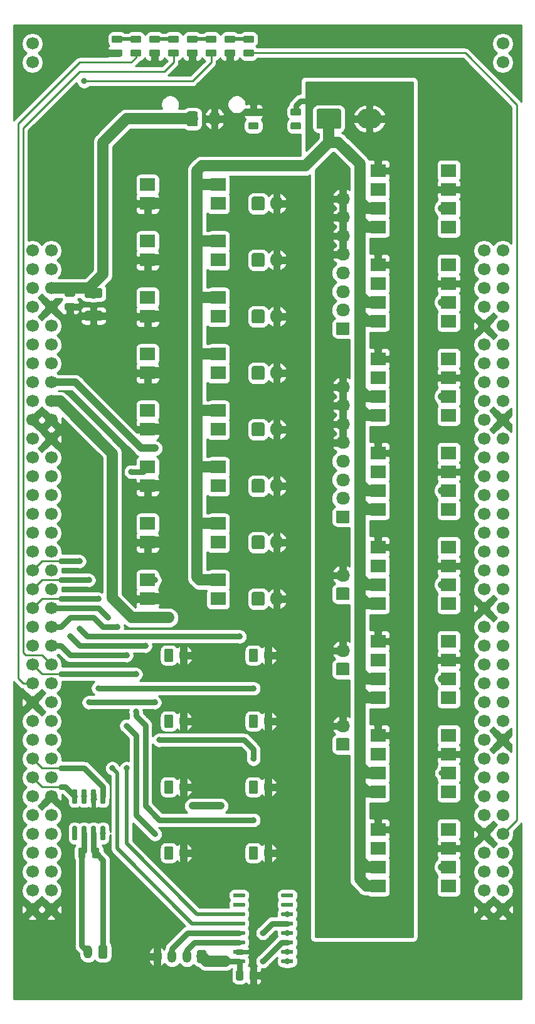
<source format=gbr>
G04 #@! TF.GenerationSoftware,KiCad,Pcbnew,(5.1.5)-3*
G04 #@! TF.CreationDate,2020-02-02T10:17:26+01:00*
G04 #@! TF.ProjectId,shield,73686965-6c64-42e6-9b69-6361645f7063,rev?*
G04 #@! TF.SameCoordinates,Original*
G04 #@! TF.FileFunction,Copper,L1,Top*
G04 #@! TF.FilePolarity,Positive*
%FSLAX46Y46*%
G04 Gerber Fmt 4.6, Leading zero omitted, Abs format (unit mm)*
G04 Created by KiCad (PCBNEW (5.1.5)-3) date 2020-02-02 10:17:26*
%MOMM*%
%LPD*%
G04 APERTURE LIST*
%ADD10C,1.700000*%
%ADD11C,0.100000*%
%ADD12O,1.850000X1.700000*%
%ADD13O,1.200000X1.750000*%
%ADD14O,1.200000X1.800000*%
%ADD15O,1.700000X1.850000*%
%ADD16O,1.500000X2.020000*%
%ADD17O,3.300000X2.700000*%
%ADD18R,2.000000X1.780000*%
%ADD19C,0.800000*%
%ADD20C,1.500000*%
%ADD21C,1.000000*%
%ADD22C,0.750000*%
%ADD23C,0.250000*%
%ADD24C,0.500000*%
%ADD25C,0.254000*%
G04 APERTURE END LIST*
D10*
X106680000Y-45720000D03*
X106680000Y-43180000D03*
X43180000Y-45720000D03*
X43180000Y-43180000D03*
X106680000Y-160020000D03*
X104140000Y-160020000D03*
X106680000Y-157480000D03*
X104140000Y-157480000D03*
X106680000Y-154940000D03*
X104140000Y-154940000D03*
X106680000Y-152400000D03*
X104140000Y-152400000D03*
X106680000Y-149860000D03*
X104140000Y-149860000D03*
X106680000Y-147320000D03*
X104140000Y-147320000D03*
X106680000Y-144780000D03*
X104140000Y-144780000D03*
X106680000Y-142240000D03*
X104140000Y-142240000D03*
X106680000Y-139700000D03*
X104140000Y-139700000D03*
X106680000Y-137160000D03*
X104140000Y-137160000D03*
X106680000Y-134620000D03*
X104140000Y-134620000D03*
X106680000Y-132080000D03*
X104140000Y-132080000D03*
X106680000Y-129540000D03*
X104140000Y-129540000D03*
X106680000Y-127000000D03*
X104140000Y-127000000D03*
X106680000Y-124460000D03*
X104140000Y-124460000D03*
X106680000Y-121920000D03*
X104140000Y-121920000D03*
X106680000Y-119380000D03*
X104140000Y-119380000D03*
X106680000Y-116840000D03*
X104140000Y-116840000D03*
X106680000Y-114300000D03*
X104140000Y-114300000D03*
X106680000Y-111760000D03*
X104140000Y-111760000D03*
X106680000Y-109220000D03*
X104140000Y-109220000D03*
X106680000Y-106680000D03*
X104140000Y-106680000D03*
X106680000Y-104140000D03*
X104140000Y-104140000D03*
X106680000Y-101600000D03*
X104140000Y-101600000D03*
X106680000Y-99060000D03*
X104140000Y-99060000D03*
X106680000Y-96520000D03*
X104140000Y-96520000D03*
X106680000Y-93980000D03*
X104140000Y-93980000D03*
X106680000Y-91440000D03*
X104140000Y-91440000D03*
X106680000Y-88900000D03*
X104140000Y-88900000D03*
X106680000Y-86360000D03*
X104140000Y-86360000D03*
X106680000Y-83820000D03*
X104140000Y-83820000D03*
X106680000Y-81280000D03*
X104140000Y-81280000D03*
X106680000Y-78740000D03*
X104140000Y-78740000D03*
X106680000Y-76200000D03*
X104140000Y-76200000D03*
X106680000Y-73660000D03*
X104140000Y-73660000D03*
X106680000Y-71120000D03*
X104140000Y-71120000D03*
X45720000Y-160020000D03*
X43180000Y-160020000D03*
X45720000Y-157480000D03*
X43180000Y-157480000D03*
X45720000Y-154940000D03*
X43180000Y-154940000D03*
X45720000Y-152400000D03*
X43180000Y-152400000D03*
X45720000Y-149860000D03*
X43180000Y-149860000D03*
X45720000Y-147320000D03*
X43180000Y-147320000D03*
X45720000Y-144780000D03*
X43180000Y-144780000D03*
X45720000Y-142240000D03*
X43180000Y-142240000D03*
X45720000Y-139700000D03*
X43180000Y-139700000D03*
X45720000Y-137160000D03*
X43180000Y-137160000D03*
X45720000Y-134620000D03*
X43180000Y-134620000D03*
X45720000Y-132080000D03*
X43180000Y-132080000D03*
X45720000Y-129540000D03*
X43180000Y-129540000D03*
X45720000Y-127000000D03*
X43180000Y-127000000D03*
X45720000Y-124460000D03*
X43180000Y-124460000D03*
X45720000Y-121920000D03*
X43180000Y-121920000D03*
X45720000Y-119380000D03*
X43180000Y-119380000D03*
X45720000Y-116840000D03*
X43180000Y-116840000D03*
X45720000Y-114300000D03*
X43180000Y-114300000D03*
X45720000Y-111760000D03*
X43180000Y-111760000D03*
X45720000Y-109220000D03*
X43180000Y-109220000D03*
X45720000Y-106680000D03*
X43180000Y-106680000D03*
X45720000Y-104140000D03*
X43180000Y-104140000D03*
X45720000Y-101600000D03*
X43180000Y-101600000D03*
X45720000Y-99060000D03*
X43180000Y-99060000D03*
X45720000Y-96520000D03*
X43180000Y-96520000D03*
X45720000Y-93980000D03*
X43180000Y-93980000D03*
X45720000Y-91440000D03*
X43180000Y-91440000D03*
X45720000Y-88900000D03*
X43180000Y-88900000D03*
X45720000Y-86360000D03*
X43180000Y-86360000D03*
X45720000Y-83820000D03*
X43180000Y-83820000D03*
X45720000Y-81280000D03*
X43180000Y-81280000D03*
X45720000Y-78740000D03*
X43180000Y-78740000D03*
X45720000Y-76200000D03*
X43180000Y-76200000D03*
X45720000Y-73660000D03*
X43180000Y-73660000D03*
X45720000Y-71120000D03*
X43180000Y-71120000D03*
G04 #@! TA.AperFunction,ComponentPad*
D11*
G36*
X85789504Y-80786204D02*
G01*
X85813773Y-80789804D01*
X85837571Y-80795765D01*
X85860671Y-80804030D01*
X85882849Y-80814520D01*
X85903893Y-80827133D01*
X85923598Y-80841747D01*
X85941777Y-80858223D01*
X85958253Y-80876402D01*
X85972867Y-80896107D01*
X85985480Y-80917151D01*
X85995970Y-80939329D01*
X86004235Y-80962429D01*
X86010196Y-80986227D01*
X86013796Y-81010496D01*
X86015000Y-81035000D01*
X86015000Y-82235000D01*
X86013796Y-82259504D01*
X86010196Y-82283773D01*
X86004235Y-82307571D01*
X85995970Y-82330671D01*
X85985480Y-82352849D01*
X85972867Y-82373893D01*
X85958253Y-82393598D01*
X85941777Y-82411777D01*
X85923598Y-82428253D01*
X85903893Y-82442867D01*
X85882849Y-82455480D01*
X85860671Y-82465970D01*
X85837571Y-82474235D01*
X85813773Y-82480196D01*
X85789504Y-82483796D01*
X85765000Y-82485000D01*
X84415000Y-82485000D01*
X84390496Y-82483796D01*
X84366227Y-82480196D01*
X84342429Y-82474235D01*
X84319329Y-82465970D01*
X84297151Y-82455480D01*
X84276107Y-82442867D01*
X84256402Y-82428253D01*
X84238223Y-82411777D01*
X84221747Y-82393598D01*
X84207133Y-82373893D01*
X84194520Y-82352849D01*
X84184030Y-82330671D01*
X84175765Y-82307571D01*
X84169804Y-82283773D01*
X84166204Y-82259504D01*
X84165000Y-82235000D01*
X84165000Y-81035000D01*
X84166204Y-81010496D01*
X84169804Y-80986227D01*
X84175765Y-80962429D01*
X84184030Y-80939329D01*
X84194520Y-80917151D01*
X84207133Y-80896107D01*
X84221747Y-80876402D01*
X84238223Y-80858223D01*
X84256402Y-80841747D01*
X84276107Y-80827133D01*
X84297151Y-80814520D01*
X84319329Y-80804030D01*
X84342429Y-80795765D01*
X84366227Y-80789804D01*
X84390496Y-80786204D01*
X84415000Y-80785000D01*
X85765000Y-80785000D01*
X85789504Y-80786204D01*
G37*
G04 #@! TD.AperFunction*
D12*
X85090000Y-79135000D03*
X85090000Y-76635000D03*
X85090000Y-74135000D03*
X85090000Y-71635000D03*
X85090000Y-69135000D03*
X85090000Y-66635000D03*
X85090000Y-64135000D03*
D13*
X60040000Y-166370000D03*
X62040000Y-166370000D03*
X64040000Y-166370000D03*
G04 #@! TA.AperFunction,ComponentPad*
D11*
G36*
X66414505Y-165496204D02*
G01*
X66438773Y-165499804D01*
X66462572Y-165505765D01*
X66485671Y-165514030D01*
X66507850Y-165524520D01*
X66528893Y-165537132D01*
X66548599Y-165551747D01*
X66566777Y-165568223D01*
X66583253Y-165586401D01*
X66597868Y-165606107D01*
X66610480Y-165627150D01*
X66620970Y-165649329D01*
X66629235Y-165672428D01*
X66635196Y-165696227D01*
X66638796Y-165720495D01*
X66640000Y-165744999D01*
X66640000Y-166995001D01*
X66638796Y-167019505D01*
X66635196Y-167043773D01*
X66629235Y-167067572D01*
X66620970Y-167090671D01*
X66610480Y-167112850D01*
X66597868Y-167133893D01*
X66583253Y-167153599D01*
X66566777Y-167171777D01*
X66548599Y-167188253D01*
X66528893Y-167202868D01*
X66507850Y-167215480D01*
X66485671Y-167225970D01*
X66462572Y-167234235D01*
X66438773Y-167240196D01*
X66414505Y-167243796D01*
X66390001Y-167245000D01*
X65689999Y-167245000D01*
X65665495Y-167243796D01*
X65641227Y-167240196D01*
X65617428Y-167234235D01*
X65594329Y-167225970D01*
X65572150Y-167215480D01*
X65551107Y-167202868D01*
X65531401Y-167188253D01*
X65513223Y-167171777D01*
X65496747Y-167153599D01*
X65482132Y-167133893D01*
X65469520Y-167112850D01*
X65459030Y-167090671D01*
X65450765Y-167067572D01*
X65444804Y-167043773D01*
X65441204Y-167019505D01*
X65440000Y-166995001D01*
X65440000Y-165744999D01*
X65441204Y-165720495D01*
X65444804Y-165696227D01*
X65450765Y-165672428D01*
X65459030Y-165649329D01*
X65469520Y-165627150D01*
X65482132Y-165606107D01*
X65496747Y-165586401D01*
X65513223Y-165568223D01*
X65531401Y-165551747D01*
X65551107Y-165537132D01*
X65572150Y-165524520D01*
X65594329Y-165514030D01*
X65617428Y-165505765D01*
X65641227Y-165499804D01*
X65665495Y-165496204D01*
X65689999Y-165495000D01*
X66390001Y-165495000D01*
X66414505Y-165496204D01*
G37*
G04 #@! TD.AperFunction*
G04 #@! TA.AperFunction,SMDPad,CuDef*
G36*
X73292642Y-168211174D02*
G01*
X73316303Y-168214684D01*
X73339507Y-168220496D01*
X73362029Y-168228554D01*
X73383653Y-168238782D01*
X73404170Y-168251079D01*
X73423383Y-168265329D01*
X73441107Y-168281393D01*
X73457171Y-168299117D01*
X73471421Y-168318330D01*
X73483718Y-168338847D01*
X73493946Y-168360471D01*
X73502004Y-168382993D01*
X73507816Y-168406197D01*
X73511326Y-168429858D01*
X73512500Y-168453750D01*
X73512500Y-169366250D01*
X73511326Y-169390142D01*
X73507816Y-169413803D01*
X73502004Y-169437007D01*
X73493946Y-169459529D01*
X73483718Y-169481153D01*
X73471421Y-169501670D01*
X73457171Y-169520883D01*
X73441107Y-169538607D01*
X73423383Y-169554671D01*
X73404170Y-169568921D01*
X73383653Y-169581218D01*
X73362029Y-169591446D01*
X73339507Y-169599504D01*
X73316303Y-169605316D01*
X73292642Y-169608826D01*
X73268750Y-169610000D01*
X72781250Y-169610000D01*
X72757358Y-169608826D01*
X72733697Y-169605316D01*
X72710493Y-169599504D01*
X72687971Y-169591446D01*
X72666347Y-169581218D01*
X72645830Y-169568921D01*
X72626617Y-169554671D01*
X72608893Y-169538607D01*
X72592829Y-169520883D01*
X72578579Y-169501670D01*
X72566282Y-169481153D01*
X72556054Y-169459529D01*
X72547996Y-169437007D01*
X72542184Y-169413803D01*
X72538674Y-169390142D01*
X72537500Y-169366250D01*
X72537500Y-168453750D01*
X72538674Y-168429858D01*
X72542184Y-168406197D01*
X72547996Y-168382993D01*
X72556054Y-168360471D01*
X72566282Y-168338847D01*
X72578579Y-168318330D01*
X72592829Y-168299117D01*
X72608893Y-168281393D01*
X72626617Y-168265329D01*
X72645830Y-168251079D01*
X72666347Y-168238782D01*
X72687971Y-168228554D01*
X72710493Y-168220496D01*
X72733697Y-168214684D01*
X72757358Y-168211174D01*
X72781250Y-168210000D01*
X73268750Y-168210000D01*
X73292642Y-168211174D01*
G37*
G04 #@! TD.AperFunction*
G04 #@! TA.AperFunction,SMDPad,CuDef*
G36*
X71417642Y-168211174D02*
G01*
X71441303Y-168214684D01*
X71464507Y-168220496D01*
X71487029Y-168228554D01*
X71508653Y-168238782D01*
X71529170Y-168251079D01*
X71548383Y-168265329D01*
X71566107Y-168281393D01*
X71582171Y-168299117D01*
X71596421Y-168318330D01*
X71608718Y-168338847D01*
X71618946Y-168360471D01*
X71627004Y-168382993D01*
X71632816Y-168406197D01*
X71636326Y-168429858D01*
X71637500Y-168453750D01*
X71637500Y-169366250D01*
X71636326Y-169390142D01*
X71632816Y-169413803D01*
X71627004Y-169437007D01*
X71618946Y-169459529D01*
X71608718Y-169481153D01*
X71596421Y-169501670D01*
X71582171Y-169520883D01*
X71566107Y-169538607D01*
X71548383Y-169554671D01*
X71529170Y-169568921D01*
X71508653Y-169581218D01*
X71487029Y-169591446D01*
X71464507Y-169599504D01*
X71441303Y-169605316D01*
X71417642Y-169608826D01*
X71393750Y-169610000D01*
X70906250Y-169610000D01*
X70882358Y-169608826D01*
X70858697Y-169605316D01*
X70835493Y-169599504D01*
X70812971Y-169591446D01*
X70791347Y-169581218D01*
X70770830Y-169568921D01*
X70751617Y-169554671D01*
X70733893Y-169538607D01*
X70717829Y-169520883D01*
X70703579Y-169501670D01*
X70691282Y-169481153D01*
X70681054Y-169459529D01*
X70672996Y-169437007D01*
X70667184Y-169413803D01*
X70663674Y-169390142D01*
X70662500Y-169366250D01*
X70662500Y-168453750D01*
X70663674Y-168429858D01*
X70667184Y-168406197D01*
X70672996Y-168382993D01*
X70681054Y-168360471D01*
X70691282Y-168338847D01*
X70703579Y-168318330D01*
X70717829Y-168299117D01*
X70733893Y-168281393D01*
X70751617Y-168265329D01*
X70770830Y-168251079D01*
X70791347Y-168238782D01*
X70812971Y-168228554D01*
X70835493Y-168220496D01*
X70858697Y-168214684D01*
X70882358Y-168211174D01*
X70906250Y-168210000D01*
X71393750Y-168210000D01*
X71417642Y-168211174D01*
G37*
G04 #@! TD.AperFunction*
G04 #@! TA.AperFunction,SMDPad,CuDef*
G36*
X71765977Y-166725662D02*
G01*
X71779325Y-166727642D01*
X71792414Y-166730921D01*
X71805119Y-166735467D01*
X71817317Y-166741236D01*
X71828891Y-166748173D01*
X71839729Y-166756211D01*
X71849727Y-166765273D01*
X71858789Y-166775271D01*
X71866827Y-166786109D01*
X71873764Y-166797683D01*
X71879533Y-166809881D01*
X71884079Y-166822586D01*
X71887358Y-166835675D01*
X71889338Y-166849023D01*
X71890000Y-166862500D01*
X71890000Y-167137500D01*
X71889338Y-167150977D01*
X71887358Y-167164325D01*
X71884079Y-167177414D01*
X71879533Y-167190119D01*
X71873764Y-167202317D01*
X71866827Y-167213891D01*
X71858789Y-167224729D01*
X71849727Y-167234727D01*
X71839729Y-167243789D01*
X71828891Y-167251827D01*
X71817317Y-167258764D01*
X71805119Y-167264533D01*
X71792414Y-167269079D01*
X71779325Y-167272358D01*
X71765977Y-167274338D01*
X71752500Y-167275000D01*
X70427500Y-167275000D01*
X70414023Y-167274338D01*
X70400675Y-167272358D01*
X70387586Y-167269079D01*
X70374881Y-167264533D01*
X70362683Y-167258764D01*
X70351109Y-167251827D01*
X70340271Y-167243789D01*
X70330273Y-167234727D01*
X70321211Y-167224729D01*
X70313173Y-167213891D01*
X70306236Y-167202317D01*
X70300467Y-167190119D01*
X70295921Y-167177414D01*
X70292642Y-167164325D01*
X70290662Y-167150977D01*
X70290000Y-167137500D01*
X70290000Y-166862500D01*
X70290662Y-166849023D01*
X70292642Y-166835675D01*
X70295921Y-166822586D01*
X70300467Y-166809881D01*
X70306236Y-166797683D01*
X70313173Y-166786109D01*
X70321211Y-166775271D01*
X70330273Y-166765273D01*
X70340271Y-166756211D01*
X70351109Y-166748173D01*
X70362683Y-166741236D01*
X70374881Y-166735467D01*
X70387586Y-166730921D01*
X70400675Y-166727642D01*
X70414023Y-166725662D01*
X70427500Y-166725000D01*
X71752500Y-166725000D01*
X71765977Y-166725662D01*
G37*
G04 #@! TD.AperFunction*
G04 #@! TA.AperFunction,SMDPad,CuDef*
G36*
X71765977Y-165455662D02*
G01*
X71779325Y-165457642D01*
X71792414Y-165460921D01*
X71805119Y-165465467D01*
X71817317Y-165471236D01*
X71828891Y-165478173D01*
X71839729Y-165486211D01*
X71849727Y-165495273D01*
X71858789Y-165505271D01*
X71866827Y-165516109D01*
X71873764Y-165527683D01*
X71879533Y-165539881D01*
X71884079Y-165552586D01*
X71887358Y-165565675D01*
X71889338Y-165579023D01*
X71890000Y-165592500D01*
X71890000Y-165867500D01*
X71889338Y-165880977D01*
X71887358Y-165894325D01*
X71884079Y-165907414D01*
X71879533Y-165920119D01*
X71873764Y-165932317D01*
X71866827Y-165943891D01*
X71858789Y-165954729D01*
X71849727Y-165964727D01*
X71839729Y-165973789D01*
X71828891Y-165981827D01*
X71817317Y-165988764D01*
X71805119Y-165994533D01*
X71792414Y-165999079D01*
X71779325Y-166002358D01*
X71765977Y-166004338D01*
X71752500Y-166005000D01*
X70427500Y-166005000D01*
X70414023Y-166004338D01*
X70400675Y-166002358D01*
X70387586Y-165999079D01*
X70374881Y-165994533D01*
X70362683Y-165988764D01*
X70351109Y-165981827D01*
X70340271Y-165973789D01*
X70330273Y-165964727D01*
X70321211Y-165954729D01*
X70313173Y-165943891D01*
X70306236Y-165932317D01*
X70300467Y-165920119D01*
X70295921Y-165907414D01*
X70292642Y-165894325D01*
X70290662Y-165880977D01*
X70290000Y-165867500D01*
X70290000Y-165592500D01*
X70290662Y-165579023D01*
X70292642Y-165565675D01*
X70295921Y-165552586D01*
X70300467Y-165539881D01*
X70306236Y-165527683D01*
X70313173Y-165516109D01*
X70321211Y-165505271D01*
X70330273Y-165495273D01*
X70340271Y-165486211D01*
X70351109Y-165478173D01*
X70362683Y-165471236D01*
X70374881Y-165465467D01*
X70387586Y-165460921D01*
X70400675Y-165457642D01*
X70414023Y-165455662D01*
X70427500Y-165455000D01*
X71752500Y-165455000D01*
X71765977Y-165455662D01*
G37*
G04 #@! TD.AperFunction*
G04 #@! TA.AperFunction,SMDPad,CuDef*
G36*
X71765977Y-164185662D02*
G01*
X71779325Y-164187642D01*
X71792414Y-164190921D01*
X71805119Y-164195467D01*
X71817317Y-164201236D01*
X71828891Y-164208173D01*
X71839729Y-164216211D01*
X71849727Y-164225273D01*
X71858789Y-164235271D01*
X71866827Y-164246109D01*
X71873764Y-164257683D01*
X71879533Y-164269881D01*
X71884079Y-164282586D01*
X71887358Y-164295675D01*
X71889338Y-164309023D01*
X71890000Y-164322500D01*
X71890000Y-164597500D01*
X71889338Y-164610977D01*
X71887358Y-164624325D01*
X71884079Y-164637414D01*
X71879533Y-164650119D01*
X71873764Y-164662317D01*
X71866827Y-164673891D01*
X71858789Y-164684729D01*
X71849727Y-164694727D01*
X71839729Y-164703789D01*
X71828891Y-164711827D01*
X71817317Y-164718764D01*
X71805119Y-164724533D01*
X71792414Y-164729079D01*
X71779325Y-164732358D01*
X71765977Y-164734338D01*
X71752500Y-164735000D01*
X70427500Y-164735000D01*
X70414023Y-164734338D01*
X70400675Y-164732358D01*
X70387586Y-164729079D01*
X70374881Y-164724533D01*
X70362683Y-164718764D01*
X70351109Y-164711827D01*
X70340271Y-164703789D01*
X70330273Y-164694727D01*
X70321211Y-164684729D01*
X70313173Y-164673891D01*
X70306236Y-164662317D01*
X70300467Y-164650119D01*
X70295921Y-164637414D01*
X70292642Y-164624325D01*
X70290662Y-164610977D01*
X70290000Y-164597500D01*
X70290000Y-164322500D01*
X70290662Y-164309023D01*
X70292642Y-164295675D01*
X70295921Y-164282586D01*
X70300467Y-164269881D01*
X70306236Y-164257683D01*
X70313173Y-164246109D01*
X70321211Y-164235271D01*
X70330273Y-164225273D01*
X70340271Y-164216211D01*
X70351109Y-164208173D01*
X70362683Y-164201236D01*
X70374881Y-164195467D01*
X70387586Y-164190921D01*
X70400675Y-164187642D01*
X70414023Y-164185662D01*
X70427500Y-164185000D01*
X71752500Y-164185000D01*
X71765977Y-164185662D01*
G37*
G04 #@! TD.AperFunction*
G04 #@! TA.AperFunction,SMDPad,CuDef*
G36*
X71765977Y-162915662D02*
G01*
X71779325Y-162917642D01*
X71792414Y-162920921D01*
X71805119Y-162925467D01*
X71817317Y-162931236D01*
X71828891Y-162938173D01*
X71839729Y-162946211D01*
X71849727Y-162955273D01*
X71858789Y-162965271D01*
X71866827Y-162976109D01*
X71873764Y-162987683D01*
X71879533Y-162999881D01*
X71884079Y-163012586D01*
X71887358Y-163025675D01*
X71889338Y-163039023D01*
X71890000Y-163052500D01*
X71890000Y-163327500D01*
X71889338Y-163340977D01*
X71887358Y-163354325D01*
X71884079Y-163367414D01*
X71879533Y-163380119D01*
X71873764Y-163392317D01*
X71866827Y-163403891D01*
X71858789Y-163414729D01*
X71849727Y-163424727D01*
X71839729Y-163433789D01*
X71828891Y-163441827D01*
X71817317Y-163448764D01*
X71805119Y-163454533D01*
X71792414Y-163459079D01*
X71779325Y-163462358D01*
X71765977Y-163464338D01*
X71752500Y-163465000D01*
X70427500Y-163465000D01*
X70414023Y-163464338D01*
X70400675Y-163462358D01*
X70387586Y-163459079D01*
X70374881Y-163454533D01*
X70362683Y-163448764D01*
X70351109Y-163441827D01*
X70340271Y-163433789D01*
X70330273Y-163424727D01*
X70321211Y-163414729D01*
X70313173Y-163403891D01*
X70306236Y-163392317D01*
X70300467Y-163380119D01*
X70295921Y-163367414D01*
X70292642Y-163354325D01*
X70290662Y-163340977D01*
X70290000Y-163327500D01*
X70290000Y-163052500D01*
X70290662Y-163039023D01*
X70292642Y-163025675D01*
X70295921Y-163012586D01*
X70300467Y-162999881D01*
X70306236Y-162987683D01*
X70313173Y-162976109D01*
X70321211Y-162965271D01*
X70330273Y-162955273D01*
X70340271Y-162946211D01*
X70351109Y-162938173D01*
X70362683Y-162931236D01*
X70374881Y-162925467D01*
X70387586Y-162920921D01*
X70400675Y-162917642D01*
X70414023Y-162915662D01*
X70427500Y-162915000D01*
X71752500Y-162915000D01*
X71765977Y-162915662D01*
G37*
G04 #@! TD.AperFunction*
G04 #@! TA.AperFunction,SMDPad,CuDef*
G36*
X71765977Y-161645662D02*
G01*
X71779325Y-161647642D01*
X71792414Y-161650921D01*
X71805119Y-161655467D01*
X71817317Y-161661236D01*
X71828891Y-161668173D01*
X71839729Y-161676211D01*
X71849727Y-161685273D01*
X71858789Y-161695271D01*
X71866827Y-161706109D01*
X71873764Y-161717683D01*
X71879533Y-161729881D01*
X71884079Y-161742586D01*
X71887358Y-161755675D01*
X71889338Y-161769023D01*
X71890000Y-161782500D01*
X71890000Y-162057500D01*
X71889338Y-162070977D01*
X71887358Y-162084325D01*
X71884079Y-162097414D01*
X71879533Y-162110119D01*
X71873764Y-162122317D01*
X71866827Y-162133891D01*
X71858789Y-162144729D01*
X71849727Y-162154727D01*
X71839729Y-162163789D01*
X71828891Y-162171827D01*
X71817317Y-162178764D01*
X71805119Y-162184533D01*
X71792414Y-162189079D01*
X71779325Y-162192358D01*
X71765977Y-162194338D01*
X71752500Y-162195000D01*
X70427500Y-162195000D01*
X70414023Y-162194338D01*
X70400675Y-162192358D01*
X70387586Y-162189079D01*
X70374881Y-162184533D01*
X70362683Y-162178764D01*
X70351109Y-162171827D01*
X70340271Y-162163789D01*
X70330273Y-162154727D01*
X70321211Y-162144729D01*
X70313173Y-162133891D01*
X70306236Y-162122317D01*
X70300467Y-162110119D01*
X70295921Y-162097414D01*
X70292642Y-162084325D01*
X70290662Y-162070977D01*
X70290000Y-162057500D01*
X70290000Y-161782500D01*
X70290662Y-161769023D01*
X70292642Y-161755675D01*
X70295921Y-161742586D01*
X70300467Y-161729881D01*
X70306236Y-161717683D01*
X70313173Y-161706109D01*
X70321211Y-161695271D01*
X70330273Y-161685273D01*
X70340271Y-161676211D01*
X70351109Y-161668173D01*
X70362683Y-161661236D01*
X70374881Y-161655467D01*
X70387586Y-161650921D01*
X70400675Y-161647642D01*
X70414023Y-161645662D01*
X70427500Y-161645000D01*
X71752500Y-161645000D01*
X71765977Y-161645662D01*
G37*
G04 #@! TD.AperFunction*
G04 #@! TA.AperFunction,SMDPad,CuDef*
G36*
X71765977Y-160375662D02*
G01*
X71779325Y-160377642D01*
X71792414Y-160380921D01*
X71805119Y-160385467D01*
X71817317Y-160391236D01*
X71828891Y-160398173D01*
X71839729Y-160406211D01*
X71849727Y-160415273D01*
X71858789Y-160425271D01*
X71866827Y-160436109D01*
X71873764Y-160447683D01*
X71879533Y-160459881D01*
X71884079Y-160472586D01*
X71887358Y-160485675D01*
X71889338Y-160499023D01*
X71890000Y-160512500D01*
X71890000Y-160787500D01*
X71889338Y-160800977D01*
X71887358Y-160814325D01*
X71884079Y-160827414D01*
X71879533Y-160840119D01*
X71873764Y-160852317D01*
X71866827Y-160863891D01*
X71858789Y-160874729D01*
X71849727Y-160884727D01*
X71839729Y-160893789D01*
X71828891Y-160901827D01*
X71817317Y-160908764D01*
X71805119Y-160914533D01*
X71792414Y-160919079D01*
X71779325Y-160922358D01*
X71765977Y-160924338D01*
X71752500Y-160925000D01*
X70427500Y-160925000D01*
X70414023Y-160924338D01*
X70400675Y-160922358D01*
X70387586Y-160919079D01*
X70374881Y-160914533D01*
X70362683Y-160908764D01*
X70351109Y-160901827D01*
X70340271Y-160893789D01*
X70330273Y-160884727D01*
X70321211Y-160874729D01*
X70313173Y-160863891D01*
X70306236Y-160852317D01*
X70300467Y-160840119D01*
X70295921Y-160827414D01*
X70292642Y-160814325D01*
X70290662Y-160800977D01*
X70290000Y-160787500D01*
X70290000Y-160512500D01*
X70290662Y-160499023D01*
X70292642Y-160485675D01*
X70295921Y-160472586D01*
X70300467Y-160459881D01*
X70306236Y-160447683D01*
X70313173Y-160436109D01*
X70321211Y-160425271D01*
X70330273Y-160415273D01*
X70340271Y-160406211D01*
X70351109Y-160398173D01*
X70362683Y-160391236D01*
X70374881Y-160385467D01*
X70387586Y-160380921D01*
X70400675Y-160377642D01*
X70414023Y-160375662D01*
X70427500Y-160375000D01*
X71752500Y-160375000D01*
X71765977Y-160375662D01*
G37*
G04 #@! TD.AperFunction*
G04 #@! TA.AperFunction,SMDPad,CuDef*
G36*
X71765977Y-159105662D02*
G01*
X71779325Y-159107642D01*
X71792414Y-159110921D01*
X71805119Y-159115467D01*
X71817317Y-159121236D01*
X71828891Y-159128173D01*
X71839729Y-159136211D01*
X71849727Y-159145273D01*
X71858789Y-159155271D01*
X71866827Y-159166109D01*
X71873764Y-159177683D01*
X71879533Y-159189881D01*
X71884079Y-159202586D01*
X71887358Y-159215675D01*
X71889338Y-159229023D01*
X71890000Y-159242500D01*
X71890000Y-159517500D01*
X71889338Y-159530977D01*
X71887358Y-159544325D01*
X71884079Y-159557414D01*
X71879533Y-159570119D01*
X71873764Y-159582317D01*
X71866827Y-159593891D01*
X71858789Y-159604729D01*
X71849727Y-159614727D01*
X71839729Y-159623789D01*
X71828891Y-159631827D01*
X71817317Y-159638764D01*
X71805119Y-159644533D01*
X71792414Y-159649079D01*
X71779325Y-159652358D01*
X71765977Y-159654338D01*
X71752500Y-159655000D01*
X70427500Y-159655000D01*
X70414023Y-159654338D01*
X70400675Y-159652358D01*
X70387586Y-159649079D01*
X70374881Y-159644533D01*
X70362683Y-159638764D01*
X70351109Y-159631827D01*
X70340271Y-159623789D01*
X70330273Y-159614727D01*
X70321211Y-159604729D01*
X70313173Y-159593891D01*
X70306236Y-159582317D01*
X70300467Y-159570119D01*
X70295921Y-159557414D01*
X70292642Y-159544325D01*
X70290662Y-159530977D01*
X70290000Y-159517500D01*
X70290000Y-159242500D01*
X70290662Y-159229023D01*
X70292642Y-159215675D01*
X70295921Y-159202586D01*
X70300467Y-159189881D01*
X70306236Y-159177683D01*
X70313173Y-159166109D01*
X70321211Y-159155271D01*
X70330273Y-159145273D01*
X70340271Y-159136211D01*
X70351109Y-159128173D01*
X70362683Y-159121236D01*
X70374881Y-159115467D01*
X70387586Y-159110921D01*
X70400675Y-159107642D01*
X70414023Y-159105662D01*
X70427500Y-159105000D01*
X71752500Y-159105000D01*
X71765977Y-159105662D01*
G37*
G04 #@! TD.AperFunction*
G04 #@! TA.AperFunction,SMDPad,CuDef*
G36*
X71765977Y-157835662D02*
G01*
X71779325Y-157837642D01*
X71792414Y-157840921D01*
X71805119Y-157845467D01*
X71817317Y-157851236D01*
X71828891Y-157858173D01*
X71839729Y-157866211D01*
X71849727Y-157875273D01*
X71858789Y-157885271D01*
X71866827Y-157896109D01*
X71873764Y-157907683D01*
X71879533Y-157919881D01*
X71884079Y-157932586D01*
X71887358Y-157945675D01*
X71889338Y-157959023D01*
X71890000Y-157972500D01*
X71890000Y-158247500D01*
X71889338Y-158260977D01*
X71887358Y-158274325D01*
X71884079Y-158287414D01*
X71879533Y-158300119D01*
X71873764Y-158312317D01*
X71866827Y-158323891D01*
X71858789Y-158334729D01*
X71849727Y-158344727D01*
X71839729Y-158353789D01*
X71828891Y-158361827D01*
X71817317Y-158368764D01*
X71805119Y-158374533D01*
X71792414Y-158379079D01*
X71779325Y-158382358D01*
X71765977Y-158384338D01*
X71752500Y-158385000D01*
X70427500Y-158385000D01*
X70414023Y-158384338D01*
X70400675Y-158382358D01*
X70387586Y-158379079D01*
X70374881Y-158374533D01*
X70362683Y-158368764D01*
X70351109Y-158361827D01*
X70340271Y-158353789D01*
X70330273Y-158344727D01*
X70321211Y-158334729D01*
X70313173Y-158323891D01*
X70306236Y-158312317D01*
X70300467Y-158300119D01*
X70295921Y-158287414D01*
X70292642Y-158274325D01*
X70290662Y-158260977D01*
X70290000Y-158247500D01*
X70290000Y-157972500D01*
X70290662Y-157959023D01*
X70292642Y-157945675D01*
X70295921Y-157932586D01*
X70300467Y-157919881D01*
X70306236Y-157907683D01*
X70313173Y-157896109D01*
X70321211Y-157885271D01*
X70330273Y-157875273D01*
X70340271Y-157866211D01*
X70351109Y-157858173D01*
X70362683Y-157851236D01*
X70374881Y-157845467D01*
X70387586Y-157840921D01*
X70400675Y-157837642D01*
X70414023Y-157835662D01*
X70427500Y-157835000D01*
X71752500Y-157835000D01*
X71765977Y-157835662D01*
G37*
G04 #@! TD.AperFunction*
G04 #@! TA.AperFunction,SMDPad,CuDef*
G36*
X78265977Y-157835662D02*
G01*
X78279325Y-157837642D01*
X78292414Y-157840921D01*
X78305119Y-157845467D01*
X78317317Y-157851236D01*
X78328891Y-157858173D01*
X78339729Y-157866211D01*
X78349727Y-157875273D01*
X78358789Y-157885271D01*
X78366827Y-157896109D01*
X78373764Y-157907683D01*
X78379533Y-157919881D01*
X78384079Y-157932586D01*
X78387358Y-157945675D01*
X78389338Y-157959023D01*
X78390000Y-157972500D01*
X78390000Y-158247500D01*
X78389338Y-158260977D01*
X78387358Y-158274325D01*
X78384079Y-158287414D01*
X78379533Y-158300119D01*
X78373764Y-158312317D01*
X78366827Y-158323891D01*
X78358789Y-158334729D01*
X78349727Y-158344727D01*
X78339729Y-158353789D01*
X78328891Y-158361827D01*
X78317317Y-158368764D01*
X78305119Y-158374533D01*
X78292414Y-158379079D01*
X78279325Y-158382358D01*
X78265977Y-158384338D01*
X78252500Y-158385000D01*
X76927500Y-158385000D01*
X76914023Y-158384338D01*
X76900675Y-158382358D01*
X76887586Y-158379079D01*
X76874881Y-158374533D01*
X76862683Y-158368764D01*
X76851109Y-158361827D01*
X76840271Y-158353789D01*
X76830273Y-158344727D01*
X76821211Y-158334729D01*
X76813173Y-158323891D01*
X76806236Y-158312317D01*
X76800467Y-158300119D01*
X76795921Y-158287414D01*
X76792642Y-158274325D01*
X76790662Y-158260977D01*
X76790000Y-158247500D01*
X76790000Y-157972500D01*
X76790662Y-157959023D01*
X76792642Y-157945675D01*
X76795921Y-157932586D01*
X76800467Y-157919881D01*
X76806236Y-157907683D01*
X76813173Y-157896109D01*
X76821211Y-157885271D01*
X76830273Y-157875273D01*
X76840271Y-157866211D01*
X76851109Y-157858173D01*
X76862683Y-157851236D01*
X76874881Y-157845467D01*
X76887586Y-157840921D01*
X76900675Y-157837642D01*
X76914023Y-157835662D01*
X76927500Y-157835000D01*
X78252500Y-157835000D01*
X78265977Y-157835662D01*
G37*
G04 #@! TD.AperFunction*
G04 #@! TA.AperFunction,SMDPad,CuDef*
G36*
X78265977Y-159105662D02*
G01*
X78279325Y-159107642D01*
X78292414Y-159110921D01*
X78305119Y-159115467D01*
X78317317Y-159121236D01*
X78328891Y-159128173D01*
X78339729Y-159136211D01*
X78349727Y-159145273D01*
X78358789Y-159155271D01*
X78366827Y-159166109D01*
X78373764Y-159177683D01*
X78379533Y-159189881D01*
X78384079Y-159202586D01*
X78387358Y-159215675D01*
X78389338Y-159229023D01*
X78390000Y-159242500D01*
X78390000Y-159517500D01*
X78389338Y-159530977D01*
X78387358Y-159544325D01*
X78384079Y-159557414D01*
X78379533Y-159570119D01*
X78373764Y-159582317D01*
X78366827Y-159593891D01*
X78358789Y-159604729D01*
X78349727Y-159614727D01*
X78339729Y-159623789D01*
X78328891Y-159631827D01*
X78317317Y-159638764D01*
X78305119Y-159644533D01*
X78292414Y-159649079D01*
X78279325Y-159652358D01*
X78265977Y-159654338D01*
X78252500Y-159655000D01*
X76927500Y-159655000D01*
X76914023Y-159654338D01*
X76900675Y-159652358D01*
X76887586Y-159649079D01*
X76874881Y-159644533D01*
X76862683Y-159638764D01*
X76851109Y-159631827D01*
X76840271Y-159623789D01*
X76830273Y-159614727D01*
X76821211Y-159604729D01*
X76813173Y-159593891D01*
X76806236Y-159582317D01*
X76800467Y-159570119D01*
X76795921Y-159557414D01*
X76792642Y-159544325D01*
X76790662Y-159530977D01*
X76790000Y-159517500D01*
X76790000Y-159242500D01*
X76790662Y-159229023D01*
X76792642Y-159215675D01*
X76795921Y-159202586D01*
X76800467Y-159189881D01*
X76806236Y-159177683D01*
X76813173Y-159166109D01*
X76821211Y-159155271D01*
X76830273Y-159145273D01*
X76840271Y-159136211D01*
X76851109Y-159128173D01*
X76862683Y-159121236D01*
X76874881Y-159115467D01*
X76887586Y-159110921D01*
X76900675Y-159107642D01*
X76914023Y-159105662D01*
X76927500Y-159105000D01*
X78252500Y-159105000D01*
X78265977Y-159105662D01*
G37*
G04 #@! TD.AperFunction*
G04 #@! TA.AperFunction,SMDPad,CuDef*
G36*
X78265977Y-160375662D02*
G01*
X78279325Y-160377642D01*
X78292414Y-160380921D01*
X78305119Y-160385467D01*
X78317317Y-160391236D01*
X78328891Y-160398173D01*
X78339729Y-160406211D01*
X78349727Y-160415273D01*
X78358789Y-160425271D01*
X78366827Y-160436109D01*
X78373764Y-160447683D01*
X78379533Y-160459881D01*
X78384079Y-160472586D01*
X78387358Y-160485675D01*
X78389338Y-160499023D01*
X78390000Y-160512500D01*
X78390000Y-160787500D01*
X78389338Y-160800977D01*
X78387358Y-160814325D01*
X78384079Y-160827414D01*
X78379533Y-160840119D01*
X78373764Y-160852317D01*
X78366827Y-160863891D01*
X78358789Y-160874729D01*
X78349727Y-160884727D01*
X78339729Y-160893789D01*
X78328891Y-160901827D01*
X78317317Y-160908764D01*
X78305119Y-160914533D01*
X78292414Y-160919079D01*
X78279325Y-160922358D01*
X78265977Y-160924338D01*
X78252500Y-160925000D01*
X76927500Y-160925000D01*
X76914023Y-160924338D01*
X76900675Y-160922358D01*
X76887586Y-160919079D01*
X76874881Y-160914533D01*
X76862683Y-160908764D01*
X76851109Y-160901827D01*
X76840271Y-160893789D01*
X76830273Y-160884727D01*
X76821211Y-160874729D01*
X76813173Y-160863891D01*
X76806236Y-160852317D01*
X76800467Y-160840119D01*
X76795921Y-160827414D01*
X76792642Y-160814325D01*
X76790662Y-160800977D01*
X76790000Y-160787500D01*
X76790000Y-160512500D01*
X76790662Y-160499023D01*
X76792642Y-160485675D01*
X76795921Y-160472586D01*
X76800467Y-160459881D01*
X76806236Y-160447683D01*
X76813173Y-160436109D01*
X76821211Y-160425271D01*
X76830273Y-160415273D01*
X76840271Y-160406211D01*
X76851109Y-160398173D01*
X76862683Y-160391236D01*
X76874881Y-160385467D01*
X76887586Y-160380921D01*
X76900675Y-160377642D01*
X76914023Y-160375662D01*
X76927500Y-160375000D01*
X78252500Y-160375000D01*
X78265977Y-160375662D01*
G37*
G04 #@! TD.AperFunction*
G04 #@! TA.AperFunction,SMDPad,CuDef*
G36*
X78265977Y-161645662D02*
G01*
X78279325Y-161647642D01*
X78292414Y-161650921D01*
X78305119Y-161655467D01*
X78317317Y-161661236D01*
X78328891Y-161668173D01*
X78339729Y-161676211D01*
X78349727Y-161685273D01*
X78358789Y-161695271D01*
X78366827Y-161706109D01*
X78373764Y-161717683D01*
X78379533Y-161729881D01*
X78384079Y-161742586D01*
X78387358Y-161755675D01*
X78389338Y-161769023D01*
X78390000Y-161782500D01*
X78390000Y-162057500D01*
X78389338Y-162070977D01*
X78387358Y-162084325D01*
X78384079Y-162097414D01*
X78379533Y-162110119D01*
X78373764Y-162122317D01*
X78366827Y-162133891D01*
X78358789Y-162144729D01*
X78349727Y-162154727D01*
X78339729Y-162163789D01*
X78328891Y-162171827D01*
X78317317Y-162178764D01*
X78305119Y-162184533D01*
X78292414Y-162189079D01*
X78279325Y-162192358D01*
X78265977Y-162194338D01*
X78252500Y-162195000D01*
X76927500Y-162195000D01*
X76914023Y-162194338D01*
X76900675Y-162192358D01*
X76887586Y-162189079D01*
X76874881Y-162184533D01*
X76862683Y-162178764D01*
X76851109Y-162171827D01*
X76840271Y-162163789D01*
X76830273Y-162154727D01*
X76821211Y-162144729D01*
X76813173Y-162133891D01*
X76806236Y-162122317D01*
X76800467Y-162110119D01*
X76795921Y-162097414D01*
X76792642Y-162084325D01*
X76790662Y-162070977D01*
X76790000Y-162057500D01*
X76790000Y-161782500D01*
X76790662Y-161769023D01*
X76792642Y-161755675D01*
X76795921Y-161742586D01*
X76800467Y-161729881D01*
X76806236Y-161717683D01*
X76813173Y-161706109D01*
X76821211Y-161695271D01*
X76830273Y-161685273D01*
X76840271Y-161676211D01*
X76851109Y-161668173D01*
X76862683Y-161661236D01*
X76874881Y-161655467D01*
X76887586Y-161650921D01*
X76900675Y-161647642D01*
X76914023Y-161645662D01*
X76927500Y-161645000D01*
X78252500Y-161645000D01*
X78265977Y-161645662D01*
G37*
G04 #@! TD.AperFunction*
G04 #@! TA.AperFunction,SMDPad,CuDef*
G36*
X78265977Y-162915662D02*
G01*
X78279325Y-162917642D01*
X78292414Y-162920921D01*
X78305119Y-162925467D01*
X78317317Y-162931236D01*
X78328891Y-162938173D01*
X78339729Y-162946211D01*
X78349727Y-162955273D01*
X78358789Y-162965271D01*
X78366827Y-162976109D01*
X78373764Y-162987683D01*
X78379533Y-162999881D01*
X78384079Y-163012586D01*
X78387358Y-163025675D01*
X78389338Y-163039023D01*
X78390000Y-163052500D01*
X78390000Y-163327500D01*
X78389338Y-163340977D01*
X78387358Y-163354325D01*
X78384079Y-163367414D01*
X78379533Y-163380119D01*
X78373764Y-163392317D01*
X78366827Y-163403891D01*
X78358789Y-163414729D01*
X78349727Y-163424727D01*
X78339729Y-163433789D01*
X78328891Y-163441827D01*
X78317317Y-163448764D01*
X78305119Y-163454533D01*
X78292414Y-163459079D01*
X78279325Y-163462358D01*
X78265977Y-163464338D01*
X78252500Y-163465000D01*
X76927500Y-163465000D01*
X76914023Y-163464338D01*
X76900675Y-163462358D01*
X76887586Y-163459079D01*
X76874881Y-163454533D01*
X76862683Y-163448764D01*
X76851109Y-163441827D01*
X76840271Y-163433789D01*
X76830273Y-163424727D01*
X76821211Y-163414729D01*
X76813173Y-163403891D01*
X76806236Y-163392317D01*
X76800467Y-163380119D01*
X76795921Y-163367414D01*
X76792642Y-163354325D01*
X76790662Y-163340977D01*
X76790000Y-163327500D01*
X76790000Y-163052500D01*
X76790662Y-163039023D01*
X76792642Y-163025675D01*
X76795921Y-163012586D01*
X76800467Y-162999881D01*
X76806236Y-162987683D01*
X76813173Y-162976109D01*
X76821211Y-162965271D01*
X76830273Y-162955273D01*
X76840271Y-162946211D01*
X76851109Y-162938173D01*
X76862683Y-162931236D01*
X76874881Y-162925467D01*
X76887586Y-162920921D01*
X76900675Y-162917642D01*
X76914023Y-162915662D01*
X76927500Y-162915000D01*
X78252500Y-162915000D01*
X78265977Y-162915662D01*
G37*
G04 #@! TD.AperFunction*
G04 #@! TA.AperFunction,SMDPad,CuDef*
G36*
X78265977Y-164185662D02*
G01*
X78279325Y-164187642D01*
X78292414Y-164190921D01*
X78305119Y-164195467D01*
X78317317Y-164201236D01*
X78328891Y-164208173D01*
X78339729Y-164216211D01*
X78349727Y-164225273D01*
X78358789Y-164235271D01*
X78366827Y-164246109D01*
X78373764Y-164257683D01*
X78379533Y-164269881D01*
X78384079Y-164282586D01*
X78387358Y-164295675D01*
X78389338Y-164309023D01*
X78390000Y-164322500D01*
X78390000Y-164597500D01*
X78389338Y-164610977D01*
X78387358Y-164624325D01*
X78384079Y-164637414D01*
X78379533Y-164650119D01*
X78373764Y-164662317D01*
X78366827Y-164673891D01*
X78358789Y-164684729D01*
X78349727Y-164694727D01*
X78339729Y-164703789D01*
X78328891Y-164711827D01*
X78317317Y-164718764D01*
X78305119Y-164724533D01*
X78292414Y-164729079D01*
X78279325Y-164732358D01*
X78265977Y-164734338D01*
X78252500Y-164735000D01*
X76927500Y-164735000D01*
X76914023Y-164734338D01*
X76900675Y-164732358D01*
X76887586Y-164729079D01*
X76874881Y-164724533D01*
X76862683Y-164718764D01*
X76851109Y-164711827D01*
X76840271Y-164703789D01*
X76830273Y-164694727D01*
X76821211Y-164684729D01*
X76813173Y-164673891D01*
X76806236Y-164662317D01*
X76800467Y-164650119D01*
X76795921Y-164637414D01*
X76792642Y-164624325D01*
X76790662Y-164610977D01*
X76790000Y-164597500D01*
X76790000Y-164322500D01*
X76790662Y-164309023D01*
X76792642Y-164295675D01*
X76795921Y-164282586D01*
X76800467Y-164269881D01*
X76806236Y-164257683D01*
X76813173Y-164246109D01*
X76821211Y-164235271D01*
X76830273Y-164225273D01*
X76840271Y-164216211D01*
X76851109Y-164208173D01*
X76862683Y-164201236D01*
X76874881Y-164195467D01*
X76887586Y-164190921D01*
X76900675Y-164187642D01*
X76914023Y-164185662D01*
X76927500Y-164185000D01*
X78252500Y-164185000D01*
X78265977Y-164185662D01*
G37*
G04 #@! TD.AperFunction*
G04 #@! TA.AperFunction,SMDPad,CuDef*
G36*
X78265977Y-165455662D02*
G01*
X78279325Y-165457642D01*
X78292414Y-165460921D01*
X78305119Y-165465467D01*
X78317317Y-165471236D01*
X78328891Y-165478173D01*
X78339729Y-165486211D01*
X78349727Y-165495273D01*
X78358789Y-165505271D01*
X78366827Y-165516109D01*
X78373764Y-165527683D01*
X78379533Y-165539881D01*
X78384079Y-165552586D01*
X78387358Y-165565675D01*
X78389338Y-165579023D01*
X78390000Y-165592500D01*
X78390000Y-165867500D01*
X78389338Y-165880977D01*
X78387358Y-165894325D01*
X78384079Y-165907414D01*
X78379533Y-165920119D01*
X78373764Y-165932317D01*
X78366827Y-165943891D01*
X78358789Y-165954729D01*
X78349727Y-165964727D01*
X78339729Y-165973789D01*
X78328891Y-165981827D01*
X78317317Y-165988764D01*
X78305119Y-165994533D01*
X78292414Y-165999079D01*
X78279325Y-166002358D01*
X78265977Y-166004338D01*
X78252500Y-166005000D01*
X76927500Y-166005000D01*
X76914023Y-166004338D01*
X76900675Y-166002358D01*
X76887586Y-165999079D01*
X76874881Y-165994533D01*
X76862683Y-165988764D01*
X76851109Y-165981827D01*
X76840271Y-165973789D01*
X76830273Y-165964727D01*
X76821211Y-165954729D01*
X76813173Y-165943891D01*
X76806236Y-165932317D01*
X76800467Y-165920119D01*
X76795921Y-165907414D01*
X76792642Y-165894325D01*
X76790662Y-165880977D01*
X76790000Y-165867500D01*
X76790000Y-165592500D01*
X76790662Y-165579023D01*
X76792642Y-165565675D01*
X76795921Y-165552586D01*
X76800467Y-165539881D01*
X76806236Y-165527683D01*
X76813173Y-165516109D01*
X76821211Y-165505271D01*
X76830273Y-165495273D01*
X76840271Y-165486211D01*
X76851109Y-165478173D01*
X76862683Y-165471236D01*
X76874881Y-165465467D01*
X76887586Y-165460921D01*
X76900675Y-165457642D01*
X76914023Y-165455662D01*
X76927500Y-165455000D01*
X78252500Y-165455000D01*
X78265977Y-165455662D01*
G37*
G04 #@! TD.AperFunction*
G04 #@! TA.AperFunction,SMDPad,CuDef*
G36*
X78265977Y-166725662D02*
G01*
X78279325Y-166727642D01*
X78292414Y-166730921D01*
X78305119Y-166735467D01*
X78317317Y-166741236D01*
X78328891Y-166748173D01*
X78339729Y-166756211D01*
X78349727Y-166765273D01*
X78358789Y-166775271D01*
X78366827Y-166786109D01*
X78373764Y-166797683D01*
X78379533Y-166809881D01*
X78384079Y-166822586D01*
X78387358Y-166835675D01*
X78389338Y-166849023D01*
X78390000Y-166862500D01*
X78390000Y-167137500D01*
X78389338Y-167150977D01*
X78387358Y-167164325D01*
X78384079Y-167177414D01*
X78379533Y-167190119D01*
X78373764Y-167202317D01*
X78366827Y-167213891D01*
X78358789Y-167224729D01*
X78349727Y-167234727D01*
X78339729Y-167243789D01*
X78328891Y-167251827D01*
X78317317Y-167258764D01*
X78305119Y-167264533D01*
X78292414Y-167269079D01*
X78279325Y-167272358D01*
X78265977Y-167274338D01*
X78252500Y-167275000D01*
X76927500Y-167275000D01*
X76914023Y-167274338D01*
X76900675Y-167272358D01*
X76887586Y-167269079D01*
X76874881Y-167264533D01*
X76862683Y-167258764D01*
X76851109Y-167251827D01*
X76840271Y-167243789D01*
X76830273Y-167234727D01*
X76821211Y-167224729D01*
X76813173Y-167213891D01*
X76806236Y-167202317D01*
X76800467Y-167190119D01*
X76795921Y-167177414D01*
X76792642Y-167164325D01*
X76790662Y-167150977D01*
X76790000Y-167137500D01*
X76790000Y-166862500D01*
X76790662Y-166849023D01*
X76792642Y-166835675D01*
X76795921Y-166822586D01*
X76800467Y-166809881D01*
X76806236Y-166797683D01*
X76813173Y-166786109D01*
X76821211Y-166775271D01*
X76830273Y-166765273D01*
X76840271Y-166756211D01*
X76851109Y-166748173D01*
X76862683Y-166741236D01*
X76874881Y-166735467D01*
X76887586Y-166730921D01*
X76900675Y-166727642D01*
X76914023Y-166725662D01*
X76927500Y-166725000D01*
X78252500Y-166725000D01*
X78265977Y-166725662D01*
G37*
G04 #@! TD.AperFunction*
G04 #@! TA.AperFunction,SMDPad,CuDef*
G36*
X50130142Y-151701174D02*
G01*
X50153803Y-151704684D01*
X50177007Y-151710496D01*
X50199529Y-151718554D01*
X50221153Y-151728782D01*
X50241670Y-151741079D01*
X50260883Y-151755329D01*
X50278607Y-151771393D01*
X50294671Y-151789117D01*
X50308921Y-151808330D01*
X50321218Y-151828847D01*
X50331446Y-151850471D01*
X50339504Y-151872993D01*
X50345316Y-151896197D01*
X50348826Y-151919858D01*
X50350000Y-151943750D01*
X50350000Y-152856250D01*
X50348826Y-152880142D01*
X50345316Y-152903803D01*
X50339504Y-152927007D01*
X50331446Y-152949529D01*
X50321218Y-152971153D01*
X50308921Y-152991670D01*
X50294671Y-153010883D01*
X50278607Y-153028607D01*
X50260883Y-153044671D01*
X50241670Y-153058921D01*
X50221153Y-153071218D01*
X50199529Y-153081446D01*
X50177007Y-153089504D01*
X50153803Y-153095316D01*
X50130142Y-153098826D01*
X50106250Y-153100000D01*
X49618750Y-153100000D01*
X49594858Y-153098826D01*
X49571197Y-153095316D01*
X49547993Y-153089504D01*
X49525471Y-153081446D01*
X49503847Y-153071218D01*
X49483330Y-153058921D01*
X49464117Y-153044671D01*
X49446393Y-153028607D01*
X49430329Y-153010883D01*
X49416079Y-152991670D01*
X49403782Y-152971153D01*
X49393554Y-152949529D01*
X49385496Y-152927007D01*
X49379684Y-152903803D01*
X49376174Y-152880142D01*
X49375000Y-152856250D01*
X49375000Y-151943750D01*
X49376174Y-151919858D01*
X49379684Y-151896197D01*
X49385496Y-151872993D01*
X49393554Y-151850471D01*
X49403782Y-151828847D01*
X49416079Y-151808330D01*
X49430329Y-151789117D01*
X49446393Y-151771393D01*
X49464117Y-151755329D01*
X49483330Y-151741079D01*
X49503847Y-151728782D01*
X49525471Y-151718554D01*
X49547993Y-151710496D01*
X49571197Y-151704684D01*
X49594858Y-151701174D01*
X49618750Y-151700000D01*
X50106250Y-151700000D01*
X50130142Y-151701174D01*
G37*
G04 #@! TD.AperFunction*
G04 #@! TA.AperFunction,SMDPad,CuDef*
G36*
X52005142Y-151701174D02*
G01*
X52028803Y-151704684D01*
X52052007Y-151710496D01*
X52074529Y-151718554D01*
X52096153Y-151728782D01*
X52116670Y-151741079D01*
X52135883Y-151755329D01*
X52153607Y-151771393D01*
X52169671Y-151789117D01*
X52183921Y-151808330D01*
X52196218Y-151828847D01*
X52206446Y-151850471D01*
X52214504Y-151872993D01*
X52220316Y-151896197D01*
X52223826Y-151919858D01*
X52225000Y-151943750D01*
X52225000Y-152856250D01*
X52223826Y-152880142D01*
X52220316Y-152903803D01*
X52214504Y-152927007D01*
X52206446Y-152949529D01*
X52196218Y-152971153D01*
X52183921Y-152991670D01*
X52169671Y-153010883D01*
X52153607Y-153028607D01*
X52135883Y-153044671D01*
X52116670Y-153058921D01*
X52096153Y-153071218D01*
X52074529Y-153081446D01*
X52052007Y-153089504D01*
X52028803Y-153095316D01*
X52005142Y-153098826D01*
X51981250Y-153100000D01*
X51493750Y-153100000D01*
X51469858Y-153098826D01*
X51446197Y-153095316D01*
X51422993Y-153089504D01*
X51400471Y-153081446D01*
X51378847Y-153071218D01*
X51358330Y-153058921D01*
X51339117Y-153044671D01*
X51321393Y-153028607D01*
X51305329Y-153010883D01*
X51291079Y-152991670D01*
X51278782Y-152971153D01*
X51268554Y-152949529D01*
X51260496Y-152927007D01*
X51254684Y-152903803D01*
X51251174Y-152880142D01*
X51250000Y-152856250D01*
X51250000Y-151943750D01*
X51251174Y-151919858D01*
X51254684Y-151896197D01*
X51260496Y-151872993D01*
X51268554Y-151850471D01*
X51278782Y-151828847D01*
X51291079Y-151808330D01*
X51305329Y-151789117D01*
X51321393Y-151771393D01*
X51339117Y-151755329D01*
X51358330Y-151741079D01*
X51378847Y-151728782D01*
X51400471Y-151718554D01*
X51422993Y-151710496D01*
X51446197Y-151704684D01*
X51469858Y-151701174D01*
X51493750Y-151700000D01*
X51981250Y-151700000D01*
X52005142Y-151701174D01*
G37*
G04 #@! TD.AperFunction*
G04 #@! TA.AperFunction,SMDPad,CuDef*
G36*
X52869703Y-148755722D02*
G01*
X52884264Y-148757882D01*
X52898543Y-148761459D01*
X52912403Y-148766418D01*
X52925710Y-148772712D01*
X52938336Y-148780280D01*
X52950159Y-148789048D01*
X52961066Y-148798934D01*
X52970952Y-148809841D01*
X52979720Y-148821664D01*
X52987288Y-148834290D01*
X52993582Y-148847597D01*
X52998541Y-148861457D01*
X53002118Y-148875736D01*
X53004278Y-148890297D01*
X53005000Y-148905000D01*
X53005000Y-150555000D01*
X53004278Y-150569703D01*
X53002118Y-150584264D01*
X52998541Y-150598543D01*
X52993582Y-150612403D01*
X52987288Y-150625710D01*
X52979720Y-150638336D01*
X52970952Y-150650159D01*
X52961066Y-150661066D01*
X52950159Y-150670952D01*
X52938336Y-150679720D01*
X52925710Y-150687288D01*
X52912403Y-150693582D01*
X52898543Y-150698541D01*
X52884264Y-150702118D01*
X52869703Y-150704278D01*
X52855000Y-150705000D01*
X52555000Y-150705000D01*
X52540297Y-150704278D01*
X52525736Y-150702118D01*
X52511457Y-150698541D01*
X52497597Y-150693582D01*
X52484290Y-150687288D01*
X52471664Y-150679720D01*
X52459841Y-150670952D01*
X52448934Y-150661066D01*
X52439048Y-150650159D01*
X52430280Y-150638336D01*
X52422712Y-150625710D01*
X52416418Y-150612403D01*
X52411459Y-150598543D01*
X52407882Y-150584264D01*
X52405722Y-150569703D01*
X52405000Y-150555000D01*
X52405000Y-148905000D01*
X52405722Y-148890297D01*
X52407882Y-148875736D01*
X52411459Y-148861457D01*
X52416418Y-148847597D01*
X52422712Y-148834290D01*
X52430280Y-148821664D01*
X52439048Y-148809841D01*
X52448934Y-148798934D01*
X52459841Y-148789048D01*
X52471664Y-148780280D01*
X52484290Y-148772712D01*
X52497597Y-148766418D01*
X52511457Y-148761459D01*
X52525736Y-148757882D01*
X52540297Y-148755722D01*
X52555000Y-148755000D01*
X52855000Y-148755000D01*
X52869703Y-148755722D01*
G37*
G04 #@! TD.AperFunction*
G04 #@! TA.AperFunction,SMDPad,CuDef*
G36*
X51599703Y-148755722D02*
G01*
X51614264Y-148757882D01*
X51628543Y-148761459D01*
X51642403Y-148766418D01*
X51655710Y-148772712D01*
X51668336Y-148780280D01*
X51680159Y-148789048D01*
X51691066Y-148798934D01*
X51700952Y-148809841D01*
X51709720Y-148821664D01*
X51717288Y-148834290D01*
X51723582Y-148847597D01*
X51728541Y-148861457D01*
X51732118Y-148875736D01*
X51734278Y-148890297D01*
X51735000Y-148905000D01*
X51735000Y-150555000D01*
X51734278Y-150569703D01*
X51732118Y-150584264D01*
X51728541Y-150598543D01*
X51723582Y-150612403D01*
X51717288Y-150625710D01*
X51709720Y-150638336D01*
X51700952Y-150650159D01*
X51691066Y-150661066D01*
X51680159Y-150670952D01*
X51668336Y-150679720D01*
X51655710Y-150687288D01*
X51642403Y-150693582D01*
X51628543Y-150698541D01*
X51614264Y-150702118D01*
X51599703Y-150704278D01*
X51585000Y-150705000D01*
X51285000Y-150705000D01*
X51270297Y-150704278D01*
X51255736Y-150702118D01*
X51241457Y-150698541D01*
X51227597Y-150693582D01*
X51214290Y-150687288D01*
X51201664Y-150679720D01*
X51189841Y-150670952D01*
X51178934Y-150661066D01*
X51169048Y-150650159D01*
X51160280Y-150638336D01*
X51152712Y-150625710D01*
X51146418Y-150612403D01*
X51141459Y-150598543D01*
X51137882Y-150584264D01*
X51135722Y-150569703D01*
X51135000Y-150555000D01*
X51135000Y-148905000D01*
X51135722Y-148890297D01*
X51137882Y-148875736D01*
X51141459Y-148861457D01*
X51146418Y-148847597D01*
X51152712Y-148834290D01*
X51160280Y-148821664D01*
X51169048Y-148809841D01*
X51178934Y-148798934D01*
X51189841Y-148789048D01*
X51201664Y-148780280D01*
X51214290Y-148772712D01*
X51227597Y-148766418D01*
X51241457Y-148761459D01*
X51255736Y-148757882D01*
X51270297Y-148755722D01*
X51285000Y-148755000D01*
X51585000Y-148755000D01*
X51599703Y-148755722D01*
G37*
G04 #@! TD.AperFunction*
G04 #@! TA.AperFunction,SMDPad,CuDef*
G36*
X50329703Y-148755722D02*
G01*
X50344264Y-148757882D01*
X50358543Y-148761459D01*
X50372403Y-148766418D01*
X50385710Y-148772712D01*
X50398336Y-148780280D01*
X50410159Y-148789048D01*
X50421066Y-148798934D01*
X50430952Y-148809841D01*
X50439720Y-148821664D01*
X50447288Y-148834290D01*
X50453582Y-148847597D01*
X50458541Y-148861457D01*
X50462118Y-148875736D01*
X50464278Y-148890297D01*
X50465000Y-148905000D01*
X50465000Y-150555000D01*
X50464278Y-150569703D01*
X50462118Y-150584264D01*
X50458541Y-150598543D01*
X50453582Y-150612403D01*
X50447288Y-150625710D01*
X50439720Y-150638336D01*
X50430952Y-150650159D01*
X50421066Y-150661066D01*
X50410159Y-150670952D01*
X50398336Y-150679720D01*
X50385710Y-150687288D01*
X50372403Y-150693582D01*
X50358543Y-150698541D01*
X50344264Y-150702118D01*
X50329703Y-150704278D01*
X50315000Y-150705000D01*
X50015000Y-150705000D01*
X50000297Y-150704278D01*
X49985736Y-150702118D01*
X49971457Y-150698541D01*
X49957597Y-150693582D01*
X49944290Y-150687288D01*
X49931664Y-150679720D01*
X49919841Y-150670952D01*
X49908934Y-150661066D01*
X49899048Y-150650159D01*
X49890280Y-150638336D01*
X49882712Y-150625710D01*
X49876418Y-150612403D01*
X49871459Y-150598543D01*
X49867882Y-150584264D01*
X49865722Y-150569703D01*
X49865000Y-150555000D01*
X49865000Y-148905000D01*
X49865722Y-148890297D01*
X49867882Y-148875736D01*
X49871459Y-148861457D01*
X49876418Y-148847597D01*
X49882712Y-148834290D01*
X49890280Y-148821664D01*
X49899048Y-148809841D01*
X49908934Y-148798934D01*
X49919841Y-148789048D01*
X49931664Y-148780280D01*
X49944290Y-148772712D01*
X49957597Y-148766418D01*
X49971457Y-148761459D01*
X49985736Y-148757882D01*
X50000297Y-148755722D01*
X50015000Y-148755000D01*
X50315000Y-148755000D01*
X50329703Y-148755722D01*
G37*
G04 #@! TD.AperFunction*
G04 #@! TA.AperFunction,SMDPad,CuDef*
G36*
X49059703Y-148755722D02*
G01*
X49074264Y-148757882D01*
X49088543Y-148761459D01*
X49102403Y-148766418D01*
X49115710Y-148772712D01*
X49128336Y-148780280D01*
X49140159Y-148789048D01*
X49151066Y-148798934D01*
X49160952Y-148809841D01*
X49169720Y-148821664D01*
X49177288Y-148834290D01*
X49183582Y-148847597D01*
X49188541Y-148861457D01*
X49192118Y-148875736D01*
X49194278Y-148890297D01*
X49195000Y-148905000D01*
X49195000Y-150555000D01*
X49194278Y-150569703D01*
X49192118Y-150584264D01*
X49188541Y-150598543D01*
X49183582Y-150612403D01*
X49177288Y-150625710D01*
X49169720Y-150638336D01*
X49160952Y-150650159D01*
X49151066Y-150661066D01*
X49140159Y-150670952D01*
X49128336Y-150679720D01*
X49115710Y-150687288D01*
X49102403Y-150693582D01*
X49088543Y-150698541D01*
X49074264Y-150702118D01*
X49059703Y-150704278D01*
X49045000Y-150705000D01*
X48745000Y-150705000D01*
X48730297Y-150704278D01*
X48715736Y-150702118D01*
X48701457Y-150698541D01*
X48687597Y-150693582D01*
X48674290Y-150687288D01*
X48661664Y-150679720D01*
X48649841Y-150670952D01*
X48638934Y-150661066D01*
X48629048Y-150650159D01*
X48620280Y-150638336D01*
X48612712Y-150625710D01*
X48606418Y-150612403D01*
X48601459Y-150598543D01*
X48597882Y-150584264D01*
X48595722Y-150569703D01*
X48595000Y-150555000D01*
X48595000Y-148905000D01*
X48595722Y-148890297D01*
X48597882Y-148875736D01*
X48601459Y-148861457D01*
X48606418Y-148847597D01*
X48612712Y-148834290D01*
X48620280Y-148821664D01*
X48629048Y-148809841D01*
X48638934Y-148798934D01*
X48649841Y-148789048D01*
X48661664Y-148780280D01*
X48674290Y-148772712D01*
X48687597Y-148766418D01*
X48701457Y-148761459D01*
X48715736Y-148757882D01*
X48730297Y-148755722D01*
X48745000Y-148755000D01*
X49045000Y-148755000D01*
X49059703Y-148755722D01*
G37*
G04 #@! TD.AperFunction*
G04 #@! TA.AperFunction,SMDPad,CuDef*
G36*
X49059703Y-143805722D02*
G01*
X49074264Y-143807882D01*
X49088543Y-143811459D01*
X49102403Y-143816418D01*
X49115710Y-143822712D01*
X49128336Y-143830280D01*
X49140159Y-143839048D01*
X49151066Y-143848934D01*
X49160952Y-143859841D01*
X49169720Y-143871664D01*
X49177288Y-143884290D01*
X49183582Y-143897597D01*
X49188541Y-143911457D01*
X49192118Y-143925736D01*
X49194278Y-143940297D01*
X49195000Y-143955000D01*
X49195000Y-145605000D01*
X49194278Y-145619703D01*
X49192118Y-145634264D01*
X49188541Y-145648543D01*
X49183582Y-145662403D01*
X49177288Y-145675710D01*
X49169720Y-145688336D01*
X49160952Y-145700159D01*
X49151066Y-145711066D01*
X49140159Y-145720952D01*
X49128336Y-145729720D01*
X49115710Y-145737288D01*
X49102403Y-145743582D01*
X49088543Y-145748541D01*
X49074264Y-145752118D01*
X49059703Y-145754278D01*
X49045000Y-145755000D01*
X48745000Y-145755000D01*
X48730297Y-145754278D01*
X48715736Y-145752118D01*
X48701457Y-145748541D01*
X48687597Y-145743582D01*
X48674290Y-145737288D01*
X48661664Y-145729720D01*
X48649841Y-145720952D01*
X48638934Y-145711066D01*
X48629048Y-145700159D01*
X48620280Y-145688336D01*
X48612712Y-145675710D01*
X48606418Y-145662403D01*
X48601459Y-145648543D01*
X48597882Y-145634264D01*
X48595722Y-145619703D01*
X48595000Y-145605000D01*
X48595000Y-143955000D01*
X48595722Y-143940297D01*
X48597882Y-143925736D01*
X48601459Y-143911457D01*
X48606418Y-143897597D01*
X48612712Y-143884290D01*
X48620280Y-143871664D01*
X48629048Y-143859841D01*
X48638934Y-143848934D01*
X48649841Y-143839048D01*
X48661664Y-143830280D01*
X48674290Y-143822712D01*
X48687597Y-143816418D01*
X48701457Y-143811459D01*
X48715736Y-143807882D01*
X48730297Y-143805722D01*
X48745000Y-143805000D01*
X49045000Y-143805000D01*
X49059703Y-143805722D01*
G37*
G04 #@! TD.AperFunction*
G04 #@! TA.AperFunction,SMDPad,CuDef*
G36*
X50329703Y-143805722D02*
G01*
X50344264Y-143807882D01*
X50358543Y-143811459D01*
X50372403Y-143816418D01*
X50385710Y-143822712D01*
X50398336Y-143830280D01*
X50410159Y-143839048D01*
X50421066Y-143848934D01*
X50430952Y-143859841D01*
X50439720Y-143871664D01*
X50447288Y-143884290D01*
X50453582Y-143897597D01*
X50458541Y-143911457D01*
X50462118Y-143925736D01*
X50464278Y-143940297D01*
X50465000Y-143955000D01*
X50465000Y-145605000D01*
X50464278Y-145619703D01*
X50462118Y-145634264D01*
X50458541Y-145648543D01*
X50453582Y-145662403D01*
X50447288Y-145675710D01*
X50439720Y-145688336D01*
X50430952Y-145700159D01*
X50421066Y-145711066D01*
X50410159Y-145720952D01*
X50398336Y-145729720D01*
X50385710Y-145737288D01*
X50372403Y-145743582D01*
X50358543Y-145748541D01*
X50344264Y-145752118D01*
X50329703Y-145754278D01*
X50315000Y-145755000D01*
X50015000Y-145755000D01*
X50000297Y-145754278D01*
X49985736Y-145752118D01*
X49971457Y-145748541D01*
X49957597Y-145743582D01*
X49944290Y-145737288D01*
X49931664Y-145729720D01*
X49919841Y-145720952D01*
X49908934Y-145711066D01*
X49899048Y-145700159D01*
X49890280Y-145688336D01*
X49882712Y-145675710D01*
X49876418Y-145662403D01*
X49871459Y-145648543D01*
X49867882Y-145634264D01*
X49865722Y-145619703D01*
X49865000Y-145605000D01*
X49865000Y-143955000D01*
X49865722Y-143940297D01*
X49867882Y-143925736D01*
X49871459Y-143911457D01*
X49876418Y-143897597D01*
X49882712Y-143884290D01*
X49890280Y-143871664D01*
X49899048Y-143859841D01*
X49908934Y-143848934D01*
X49919841Y-143839048D01*
X49931664Y-143830280D01*
X49944290Y-143822712D01*
X49957597Y-143816418D01*
X49971457Y-143811459D01*
X49985736Y-143807882D01*
X50000297Y-143805722D01*
X50015000Y-143805000D01*
X50315000Y-143805000D01*
X50329703Y-143805722D01*
G37*
G04 #@! TD.AperFunction*
G04 #@! TA.AperFunction,SMDPad,CuDef*
G36*
X51599703Y-143805722D02*
G01*
X51614264Y-143807882D01*
X51628543Y-143811459D01*
X51642403Y-143816418D01*
X51655710Y-143822712D01*
X51668336Y-143830280D01*
X51680159Y-143839048D01*
X51691066Y-143848934D01*
X51700952Y-143859841D01*
X51709720Y-143871664D01*
X51717288Y-143884290D01*
X51723582Y-143897597D01*
X51728541Y-143911457D01*
X51732118Y-143925736D01*
X51734278Y-143940297D01*
X51735000Y-143955000D01*
X51735000Y-145605000D01*
X51734278Y-145619703D01*
X51732118Y-145634264D01*
X51728541Y-145648543D01*
X51723582Y-145662403D01*
X51717288Y-145675710D01*
X51709720Y-145688336D01*
X51700952Y-145700159D01*
X51691066Y-145711066D01*
X51680159Y-145720952D01*
X51668336Y-145729720D01*
X51655710Y-145737288D01*
X51642403Y-145743582D01*
X51628543Y-145748541D01*
X51614264Y-145752118D01*
X51599703Y-145754278D01*
X51585000Y-145755000D01*
X51285000Y-145755000D01*
X51270297Y-145754278D01*
X51255736Y-145752118D01*
X51241457Y-145748541D01*
X51227597Y-145743582D01*
X51214290Y-145737288D01*
X51201664Y-145729720D01*
X51189841Y-145720952D01*
X51178934Y-145711066D01*
X51169048Y-145700159D01*
X51160280Y-145688336D01*
X51152712Y-145675710D01*
X51146418Y-145662403D01*
X51141459Y-145648543D01*
X51137882Y-145634264D01*
X51135722Y-145619703D01*
X51135000Y-145605000D01*
X51135000Y-143955000D01*
X51135722Y-143940297D01*
X51137882Y-143925736D01*
X51141459Y-143911457D01*
X51146418Y-143897597D01*
X51152712Y-143884290D01*
X51160280Y-143871664D01*
X51169048Y-143859841D01*
X51178934Y-143848934D01*
X51189841Y-143839048D01*
X51201664Y-143830280D01*
X51214290Y-143822712D01*
X51227597Y-143816418D01*
X51241457Y-143811459D01*
X51255736Y-143807882D01*
X51270297Y-143805722D01*
X51285000Y-143805000D01*
X51585000Y-143805000D01*
X51599703Y-143805722D01*
G37*
G04 #@! TD.AperFunction*
G04 #@! TA.AperFunction,SMDPad,CuDef*
G36*
X52869703Y-143805722D02*
G01*
X52884264Y-143807882D01*
X52898543Y-143811459D01*
X52912403Y-143816418D01*
X52925710Y-143822712D01*
X52938336Y-143830280D01*
X52950159Y-143839048D01*
X52961066Y-143848934D01*
X52970952Y-143859841D01*
X52979720Y-143871664D01*
X52987288Y-143884290D01*
X52993582Y-143897597D01*
X52998541Y-143911457D01*
X53002118Y-143925736D01*
X53004278Y-143940297D01*
X53005000Y-143955000D01*
X53005000Y-145605000D01*
X53004278Y-145619703D01*
X53002118Y-145634264D01*
X52998541Y-145648543D01*
X52993582Y-145662403D01*
X52987288Y-145675710D01*
X52979720Y-145688336D01*
X52970952Y-145700159D01*
X52961066Y-145711066D01*
X52950159Y-145720952D01*
X52938336Y-145729720D01*
X52925710Y-145737288D01*
X52912403Y-145743582D01*
X52898543Y-145748541D01*
X52884264Y-145752118D01*
X52869703Y-145754278D01*
X52855000Y-145755000D01*
X52555000Y-145755000D01*
X52540297Y-145754278D01*
X52525736Y-145752118D01*
X52511457Y-145748541D01*
X52497597Y-145743582D01*
X52484290Y-145737288D01*
X52471664Y-145729720D01*
X52459841Y-145720952D01*
X52448934Y-145711066D01*
X52439048Y-145700159D01*
X52430280Y-145688336D01*
X52422712Y-145675710D01*
X52416418Y-145662403D01*
X52411459Y-145648543D01*
X52407882Y-145634264D01*
X52405722Y-145619703D01*
X52405000Y-145605000D01*
X52405000Y-143955000D01*
X52405722Y-143940297D01*
X52407882Y-143925736D01*
X52411459Y-143911457D01*
X52416418Y-143897597D01*
X52422712Y-143884290D01*
X52430280Y-143871664D01*
X52439048Y-143859841D01*
X52448934Y-143848934D01*
X52459841Y-143839048D01*
X52471664Y-143830280D01*
X52484290Y-143822712D01*
X52497597Y-143816418D01*
X52511457Y-143811459D01*
X52525736Y-143807882D01*
X52540297Y-143805722D01*
X52555000Y-143805000D01*
X52855000Y-143805000D01*
X52869703Y-143805722D01*
G37*
G04 #@! TD.AperFunction*
D14*
X50705000Y-165735000D03*
G04 #@! TA.AperFunction,ComponentPad*
D11*
G36*
X53079505Y-164836204D02*
G01*
X53103773Y-164839804D01*
X53127572Y-164845765D01*
X53150671Y-164854030D01*
X53172850Y-164864520D01*
X53193893Y-164877132D01*
X53213599Y-164891747D01*
X53231777Y-164908223D01*
X53248253Y-164926401D01*
X53262868Y-164946107D01*
X53275480Y-164967150D01*
X53285970Y-164989329D01*
X53294235Y-165012428D01*
X53300196Y-165036227D01*
X53303796Y-165060495D01*
X53305000Y-165084999D01*
X53305000Y-166385001D01*
X53303796Y-166409505D01*
X53300196Y-166433773D01*
X53294235Y-166457572D01*
X53285970Y-166480671D01*
X53275480Y-166502850D01*
X53262868Y-166523893D01*
X53248253Y-166543599D01*
X53231777Y-166561777D01*
X53213599Y-166578253D01*
X53193893Y-166592868D01*
X53172850Y-166605480D01*
X53150671Y-166615970D01*
X53127572Y-166624235D01*
X53103773Y-166630196D01*
X53079505Y-166633796D01*
X53055001Y-166635000D01*
X52354999Y-166635000D01*
X52330495Y-166633796D01*
X52306227Y-166630196D01*
X52282428Y-166624235D01*
X52259329Y-166615970D01*
X52237150Y-166605480D01*
X52216107Y-166592868D01*
X52196401Y-166578253D01*
X52178223Y-166561777D01*
X52161747Y-166543599D01*
X52147132Y-166523893D01*
X52134520Y-166502850D01*
X52124030Y-166480671D01*
X52115765Y-166457572D01*
X52109804Y-166433773D01*
X52106204Y-166409505D01*
X52105000Y-166385001D01*
X52105000Y-165084999D01*
X52106204Y-165060495D01*
X52109804Y-165036227D01*
X52115765Y-165012428D01*
X52124030Y-164989329D01*
X52134520Y-164967150D01*
X52147132Y-164946107D01*
X52161747Y-164926401D01*
X52178223Y-164908223D01*
X52196401Y-164891747D01*
X52216107Y-164877132D01*
X52237150Y-164864520D01*
X52259329Y-164854030D01*
X52282428Y-164845765D01*
X52306227Y-164839804D01*
X52330495Y-164836204D01*
X52354999Y-164835000D01*
X53055001Y-164835000D01*
X53079505Y-164836204D01*
G37*
G04 #@! TD.AperFunction*
G04 #@! TA.AperFunction,SMDPad,CuDef*
G36*
X79220142Y-53791174D02*
G01*
X79243803Y-53794684D01*
X79267007Y-53800496D01*
X79289529Y-53808554D01*
X79311153Y-53818782D01*
X79331670Y-53831079D01*
X79350883Y-53845329D01*
X79368607Y-53861393D01*
X79384671Y-53879117D01*
X79398921Y-53898330D01*
X79411218Y-53918847D01*
X79421446Y-53940471D01*
X79429504Y-53962993D01*
X79435316Y-53986197D01*
X79438826Y-54009858D01*
X79440000Y-54033750D01*
X79440000Y-54521250D01*
X79438826Y-54545142D01*
X79435316Y-54568803D01*
X79429504Y-54592007D01*
X79421446Y-54614529D01*
X79411218Y-54636153D01*
X79398921Y-54656670D01*
X79384671Y-54675883D01*
X79368607Y-54693607D01*
X79350883Y-54709671D01*
X79331670Y-54723921D01*
X79311153Y-54736218D01*
X79289529Y-54746446D01*
X79267007Y-54754504D01*
X79243803Y-54760316D01*
X79220142Y-54763826D01*
X79196250Y-54765000D01*
X78283750Y-54765000D01*
X78259858Y-54763826D01*
X78236197Y-54760316D01*
X78212993Y-54754504D01*
X78190471Y-54746446D01*
X78168847Y-54736218D01*
X78148330Y-54723921D01*
X78129117Y-54709671D01*
X78111393Y-54693607D01*
X78095329Y-54675883D01*
X78081079Y-54656670D01*
X78068782Y-54636153D01*
X78058554Y-54614529D01*
X78050496Y-54592007D01*
X78044684Y-54568803D01*
X78041174Y-54545142D01*
X78040000Y-54521250D01*
X78040000Y-54033750D01*
X78041174Y-54009858D01*
X78044684Y-53986197D01*
X78050496Y-53962993D01*
X78058554Y-53940471D01*
X78068782Y-53918847D01*
X78081079Y-53898330D01*
X78095329Y-53879117D01*
X78111393Y-53861393D01*
X78129117Y-53845329D01*
X78148330Y-53831079D01*
X78168847Y-53818782D01*
X78190471Y-53808554D01*
X78212993Y-53800496D01*
X78236197Y-53794684D01*
X78259858Y-53791174D01*
X78283750Y-53790000D01*
X79196250Y-53790000D01*
X79220142Y-53791174D01*
G37*
G04 #@! TD.AperFunction*
G04 #@! TA.AperFunction,SMDPad,CuDef*
G36*
X79220142Y-51916174D02*
G01*
X79243803Y-51919684D01*
X79267007Y-51925496D01*
X79289529Y-51933554D01*
X79311153Y-51943782D01*
X79331670Y-51956079D01*
X79350883Y-51970329D01*
X79368607Y-51986393D01*
X79384671Y-52004117D01*
X79398921Y-52023330D01*
X79411218Y-52043847D01*
X79421446Y-52065471D01*
X79429504Y-52087993D01*
X79435316Y-52111197D01*
X79438826Y-52134858D01*
X79440000Y-52158750D01*
X79440000Y-52646250D01*
X79438826Y-52670142D01*
X79435316Y-52693803D01*
X79429504Y-52717007D01*
X79421446Y-52739529D01*
X79411218Y-52761153D01*
X79398921Y-52781670D01*
X79384671Y-52800883D01*
X79368607Y-52818607D01*
X79350883Y-52834671D01*
X79331670Y-52848921D01*
X79311153Y-52861218D01*
X79289529Y-52871446D01*
X79267007Y-52879504D01*
X79243803Y-52885316D01*
X79220142Y-52888826D01*
X79196250Y-52890000D01*
X78283750Y-52890000D01*
X78259858Y-52888826D01*
X78236197Y-52885316D01*
X78212993Y-52879504D01*
X78190471Y-52871446D01*
X78168847Y-52861218D01*
X78148330Y-52848921D01*
X78129117Y-52834671D01*
X78111393Y-52818607D01*
X78095329Y-52800883D01*
X78081079Y-52781670D01*
X78068782Y-52761153D01*
X78058554Y-52739529D01*
X78050496Y-52717007D01*
X78044684Y-52693803D01*
X78041174Y-52670142D01*
X78040000Y-52646250D01*
X78040000Y-52158750D01*
X78041174Y-52134858D01*
X78044684Y-52111197D01*
X78050496Y-52087993D01*
X78058554Y-52065471D01*
X78068782Y-52043847D01*
X78081079Y-52023330D01*
X78095329Y-52004117D01*
X78111393Y-51986393D01*
X78129117Y-51970329D01*
X78148330Y-51956079D01*
X78168847Y-51943782D01*
X78190471Y-51933554D01*
X78212993Y-51925496D01*
X78236197Y-51919684D01*
X78259858Y-51916174D01*
X78283750Y-51915000D01*
X79196250Y-51915000D01*
X79220142Y-51916174D01*
G37*
G04 #@! TD.AperFunction*
G04 #@! TA.AperFunction,SMDPad,CuDef*
G36*
X73505142Y-53791174D02*
G01*
X73528803Y-53794684D01*
X73552007Y-53800496D01*
X73574529Y-53808554D01*
X73596153Y-53818782D01*
X73616670Y-53831079D01*
X73635883Y-53845329D01*
X73653607Y-53861393D01*
X73669671Y-53879117D01*
X73683921Y-53898330D01*
X73696218Y-53918847D01*
X73706446Y-53940471D01*
X73714504Y-53962993D01*
X73720316Y-53986197D01*
X73723826Y-54009858D01*
X73725000Y-54033750D01*
X73725000Y-54521250D01*
X73723826Y-54545142D01*
X73720316Y-54568803D01*
X73714504Y-54592007D01*
X73706446Y-54614529D01*
X73696218Y-54636153D01*
X73683921Y-54656670D01*
X73669671Y-54675883D01*
X73653607Y-54693607D01*
X73635883Y-54709671D01*
X73616670Y-54723921D01*
X73596153Y-54736218D01*
X73574529Y-54746446D01*
X73552007Y-54754504D01*
X73528803Y-54760316D01*
X73505142Y-54763826D01*
X73481250Y-54765000D01*
X72568750Y-54765000D01*
X72544858Y-54763826D01*
X72521197Y-54760316D01*
X72497993Y-54754504D01*
X72475471Y-54746446D01*
X72453847Y-54736218D01*
X72433330Y-54723921D01*
X72414117Y-54709671D01*
X72396393Y-54693607D01*
X72380329Y-54675883D01*
X72366079Y-54656670D01*
X72353782Y-54636153D01*
X72343554Y-54614529D01*
X72335496Y-54592007D01*
X72329684Y-54568803D01*
X72326174Y-54545142D01*
X72325000Y-54521250D01*
X72325000Y-54033750D01*
X72326174Y-54009858D01*
X72329684Y-53986197D01*
X72335496Y-53962993D01*
X72343554Y-53940471D01*
X72353782Y-53918847D01*
X72366079Y-53898330D01*
X72380329Y-53879117D01*
X72396393Y-53861393D01*
X72414117Y-53845329D01*
X72433330Y-53831079D01*
X72453847Y-53818782D01*
X72475471Y-53808554D01*
X72497993Y-53800496D01*
X72521197Y-53794684D01*
X72544858Y-53791174D01*
X72568750Y-53790000D01*
X73481250Y-53790000D01*
X73505142Y-53791174D01*
G37*
G04 #@! TD.AperFunction*
G04 #@! TA.AperFunction,SMDPad,CuDef*
G36*
X73505142Y-51916174D02*
G01*
X73528803Y-51919684D01*
X73552007Y-51925496D01*
X73574529Y-51933554D01*
X73596153Y-51943782D01*
X73616670Y-51956079D01*
X73635883Y-51970329D01*
X73653607Y-51986393D01*
X73669671Y-52004117D01*
X73683921Y-52023330D01*
X73696218Y-52043847D01*
X73706446Y-52065471D01*
X73714504Y-52087993D01*
X73720316Y-52111197D01*
X73723826Y-52134858D01*
X73725000Y-52158750D01*
X73725000Y-52646250D01*
X73723826Y-52670142D01*
X73720316Y-52693803D01*
X73714504Y-52717007D01*
X73706446Y-52739529D01*
X73696218Y-52761153D01*
X73683921Y-52781670D01*
X73669671Y-52800883D01*
X73653607Y-52818607D01*
X73635883Y-52834671D01*
X73616670Y-52848921D01*
X73596153Y-52861218D01*
X73574529Y-52871446D01*
X73552007Y-52879504D01*
X73528803Y-52885316D01*
X73505142Y-52888826D01*
X73481250Y-52890000D01*
X72568750Y-52890000D01*
X72544858Y-52888826D01*
X72521197Y-52885316D01*
X72497993Y-52879504D01*
X72475471Y-52871446D01*
X72453847Y-52861218D01*
X72433330Y-52848921D01*
X72414117Y-52834671D01*
X72396393Y-52818607D01*
X72380329Y-52800883D01*
X72366079Y-52781670D01*
X72353782Y-52761153D01*
X72343554Y-52739529D01*
X72335496Y-52717007D01*
X72329684Y-52693803D01*
X72326174Y-52670142D01*
X72325000Y-52646250D01*
X72325000Y-52158750D01*
X72326174Y-52134858D01*
X72329684Y-52111197D01*
X72335496Y-52087993D01*
X72343554Y-52065471D01*
X72353782Y-52043847D01*
X72366079Y-52023330D01*
X72380329Y-52004117D01*
X72396393Y-51986393D01*
X72414117Y-51970329D01*
X72433330Y-51956079D01*
X72453847Y-51943782D01*
X72475471Y-51933554D01*
X72497993Y-51925496D01*
X72521197Y-51919684D01*
X72544858Y-51916174D01*
X72568750Y-51915000D01*
X73481250Y-51915000D01*
X73505142Y-51916174D01*
G37*
G04 #@! TD.AperFunction*
G04 #@! TA.AperFunction,SMDPad,CuDef*
G36*
X52384505Y-79248704D02*
G01*
X52408773Y-79252304D01*
X52432572Y-79258265D01*
X52455671Y-79266530D01*
X52477850Y-79277020D01*
X52498893Y-79289632D01*
X52518599Y-79304247D01*
X52536777Y-79320723D01*
X52553253Y-79338901D01*
X52567868Y-79358607D01*
X52580480Y-79379650D01*
X52590970Y-79401829D01*
X52599235Y-79424928D01*
X52605196Y-79448727D01*
X52608796Y-79472995D01*
X52610000Y-79497499D01*
X52610000Y-80322501D01*
X52608796Y-80347005D01*
X52605196Y-80371273D01*
X52599235Y-80395072D01*
X52590970Y-80418171D01*
X52580480Y-80440350D01*
X52567868Y-80461393D01*
X52553253Y-80481099D01*
X52536777Y-80499277D01*
X52518599Y-80515753D01*
X52498893Y-80530368D01*
X52477850Y-80542980D01*
X52455671Y-80553470D01*
X52432572Y-80561735D01*
X52408773Y-80567696D01*
X52384505Y-80571296D01*
X52360001Y-80572500D01*
X50509999Y-80572500D01*
X50485495Y-80571296D01*
X50461227Y-80567696D01*
X50437428Y-80561735D01*
X50414329Y-80553470D01*
X50392150Y-80542980D01*
X50371107Y-80530368D01*
X50351401Y-80515753D01*
X50333223Y-80499277D01*
X50316747Y-80481099D01*
X50302132Y-80461393D01*
X50289520Y-80440350D01*
X50279030Y-80418171D01*
X50270765Y-80395072D01*
X50264804Y-80371273D01*
X50261204Y-80347005D01*
X50260000Y-80322501D01*
X50260000Y-79497499D01*
X50261204Y-79472995D01*
X50264804Y-79448727D01*
X50270765Y-79424928D01*
X50279030Y-79401829D01*
X50289520Y-79379650D01*
X50302132Y-79358607D01*
X50316747Y-79338901D01*
X50333223Y-79320723D01*
X50351401Y-79304247D01*
X50371107Y-79289632D01*
X50392150Y-79277020D01*
X50414329Y-79266530D01*
X50437428Y-79258265D01*
X50461227Y-79252304D01*
X50485495Y-79248704D01*
X50509999Y-79247500D01*
X52360001Y-79247500D01*
X52384505Y-79248704D01*
G37*
G04 #@! TD.AperFunction*
G04 #@! TA.AperFunction,SMDPad,CuDef*
G36*
X52384505Y-76173704D02*
G01*
X52408773Y-76177304D01*
X52432572Y-76183265D01*
X52455671Y-76191530D01*
X52477850Y-76202020D01*
X52498893Y-76214632D01*
X52518599Y-76229247D01*
X52536777Y-76245723D01*
X52553253Y-76263901D01*
X52567868Y-76283607D01*
X52580480Y-76304650D01*
X52590970Y-76326829D01*
X52599235Y-76349928D01*
X52605196Y-76373727D01*
X52608796Y-76397995D01*
X52610000Y-76422499D01*
X52610000Y-77247501D01*
X52608796Y-77272005D01*
X52605196Y-77296273D01*
X52599235Y-77320072D01*
X52590970Y-77343171D01*
X52580480Y-77365350D01*
X52567868Y-77386393D01*
X52553253Y-77406099D01*
X52536777Y-77424277D01*
X52518599Y-77440753D01*
X52498893Y-77455368D01*
X52477850Y-77467980D01*
X52455671Y-77478470D01*
X52432572Y-77486735D01*
X52408773Y-77492696D01*
X52384505Y-77496296D01*
X52360001Y-77497500D01*
X50509999Y-77497500D01*
X50485495Y-77496296D01*
X50461227Y-77492696D01*
X50437428Y-77486735D01*
X50414329Y-77478470D01*
X50392150Y-77467980D01*
X50371107Y-77455368D01*
X50351401Y-77440753D01*
X50333223Y-77424277D01*
X50316747Y-77406099D01*
X50302132Y-77386393D01*
X50289520Y-77365350D01*
X50279030Y-77343171D01*
X50270765Y-77320072D01*
X50264804Y-77296273D01*
X50261204Y-77272005D01*
X50260000Y-77247501D01*
X50260000Y-76422499D01*
X50261204Y-76397995D01*
X50264804Y-76373727D01*
X50270765Y-76349928D01*
X50279030Y-76326829D01*
X50289520Y-76304650D01*
X50302132Y-76283607D01*
X50316747Y-76263901D01*
X50333223Y-76245723D01*
X50351401Y-76229247D01*
X50371107Y-76214632D01*
X50392150Y-76202020D01*
X50414329Y-76191530D01*
X50437428Y-76183265D01*
X50461227Y-76177304D01*
X50485495Y-76173704D01*
X50509999Y-76172500D01*
X52360001Y-76172500D01*
X52384505Y-76173704D01*
G37*
G04 #@! TD.AperFunction*
G04 #@! TA.AperFunction,SMDPad,CuDef*
G36*
X48740142Y-78223674D02*
G01*
X48763803Y-78227184D01*
X48787007Y-78232996D01*
X48809529Y-78241054D01*
X48831153Y-78251282D01*
X48851670Y-78263579D01*
X48870883Y-78277829D01*
X48888607Y-78293893D01*
X48904671Y-78311617D01*
X48918921Y-78330830D01*
X48931218Y-78351347D01*
X48941446Y-78372971D01*
X48949504Y-78395493D01*
X48955316Y-78418697D01*
X48958826Y-78442358D01*
X48960000Y-78466250D01*
X48960000Y-78953750D01*
X48958826Y-78977642D01*
X48955316Y-79001303D01*
X48949504Y-79024507D01*
X48941446Y-79047029D01*
X48931218Y-79068653D01*
X48918921Y-79089170D01*
X48904671Y-79108383D01*
X48888607Y-79126107D01*
X48870883Y-79142171D01*
X48851670Y-79156421D01*
X48831153Y-79168718D01*
X48809529Y-79178946D01*
X48787007Y-79187004D01*
X48763803Y-79192816D01*
X48740142Y-79196326D01*
X48716250Y-79197500D01*
X47803750Y-79197500D01*
X47779858Y-79196326D01*
X47756197Y-79192816D01*
X47732993Y-79187004D01*
X47710471Y-79178946D01*
X47688847Y-79168718D01*
X47668330Y-79156421D01*
X47649117Y-79142171D01*
X47631393Y-79126107D01*
X47615329Y-79108383D01*
X47601079Y-79089170D01*
X47588782Y-79068653D01*
X47578554Y-79047029D01*
X47570496Y-79024507D01*
X47564684Y-79001303D01*
X47561174Y-78977642D01*
X47560000Y-78953750D01*
X47560000Y-78466250D01*
X47561174Y-78442358D01*
X47564684Y-78418697D01*
X47570496Y-78395493D01*
X47578554Y-78372971D01*
X47588782Y-78351347D01*
X47601079Y-78330830D01*
X47615329Y-78311617D01*
X47631393Y-78293893D01*
X47649117Y-78277829D01*
X47668330Y-78263579D01*
X47688847Y-78251282D01*
X47710471Y-78241054D01*
X47732993Y-78232996D01*
X47756197Y-78227184D01*
X47779858Y-78223674D01*
X47803750Y-78222500D01*
X48716250Y-78222500D01*
X48740142Y-78223674D01*
G37*
G04 #@! TD.AperFunction*
G04 #@! TA.AperFunction,SMDPad,CuDef*
G36*
X48740142Y-76348674D02*
G01*
X48763803Y-76352184D01*
X48787007Y-76357996D01*
X48809529Y-76366054D01*
X48831153Y-76376282D01*
X48851670Y-76388579D01*
X48870883Y-76402829D01*
X48888607Y-76418893D01*
X48904671Y-76436617D01*
X48918921Y-76455830D01*
X48931218Y-76476347D01*
X48941446Y-76497971D01*
X48949504Y-76520493D01*
X48955316Y-76543697D01*
X48958826Y-76567358D01*
X48960000Y-76591250D01*
X48960000Y-77078750D01*
X48958826Y-77102642D01*
X48955316Y-77126303D01*
X48949504Y-77149507D01*
X48941446Y-77172029D01*
X48931218Y-77193653D01*
X48918921Y-77214170D01*
X48904671Y-77233383D01*
X48888607Y-77251107D01*
X48870883Y-77267171D01*
X48851670Y-77281421D01*
X48831153Y-77293718D01*
X48809529Y-77303946D01*
X48787007Y-77312004D01*
X48763803Y-77317816D01*
X48740142Y-77321326D01*
X48716250Y-77322500D01*
X47803750Y-77322500D01*
X47779858Y-77321326D01*
X47756197Y-77317816D01*
X47732993Y-77312004D01*
X47710471Y-77303946D01*
X47688847Y-77293718D01*
X47668330Y-77281421D01*
X47649117Y-77267171D01*
X47631393Y-77251107D01*
X47615329Y-77233383D01*
X47601079Y-77214170D01*
X47588782Y-77193653D01*
X47578554Y-77172029D01*
X47570496Y-77149507D01*
X47564684Y-77126303D01*
X47561174Y-77102642D01*
X47560000Y-77078750D01*
X47560000Y-76591250D01*
X47561174Y-76567358D01*
X47564684Y-76543697D01*
X47570496Y-76520493D01*
X47578554Y-76497971D01*
X47588782Y-76476347D01*
X47601079Y-76455830D01*
X47615329Y-76436617D01*
X47631393Y-76418893D01*
X47649117Y-76402829D01*
X47668330Y-76388579D01*
X47688847Y-76376282D01*
X47710471Y-76366054D01*
X47732993Y-76357996D01*
X47756197Y-76352184D01*
X47779858Y-76348674D01*
X47803750Y-76347500D01*
X48716250Y-76347500D01*
X48740142Y-76348674D01*
G37*
G04 #@! TD.AperFunction*
G04 #@! TA.AperFunction,SMDPad,CuDef*
G36*
X57630142Y-42088674D02*
G01*
X57653803Y-42092184D01*
X57677007Y-42097996D01*
X57699529Y-42106054D01*
X57721153Y-42116282D01*
X57741670Y-42128579D01*
X57760883Y-42142829D01*
X57778607Y-42158893D01*
X57794671Y-42176617D01*
X57808921Y-42195830D01*
X57821218Y-42216347D01*
X57831446Y-42237971D01*
X57839504Y-42260493D01*
X57845316Y-42283697D01*
X57848826Y-42307358D01*
X57850000Y-42331250D01*
X57850000Y-42818750D01*
X57848826Y-42842642D01*
X57845316Y-42866303D01*
X57839504Y-42889507D01*
X57831446Y-42912029D01*
X57821218Y-42933653D01*
X57808921Y-42954170D01*
X57794671Y-42973383D01*
X57778607Y-42991107D01*
X57760883Y-43007171D01*
X57741670Y-43021421D01*
X57721153Y-43033718D01*
X57699529Y-43043946D01*
X57677007Y-43052004D01*
X57653803Y-43057816D01*
X57630142Y-43061326D01*
X57606250Y-43062500D01*
X56693750Y-43062500D01*
X56669858Y-43061326D01*
X56646197Y-43057816D01*
X56622993Y-43052004D01*
X56600471Y-43043946D01*
X56578847Y-43033718D01*
X56558330Y-43021421D01*
X56539117Y-43007171D01*
X56521393Y-42991107D01*
X56505329Y-42973383D01*
X56491079Y-42954170D01*
X56478782Y-42933653D01*
X56468554Y-42912029D01*
X56460496Y-42889507D01*
X56454684Y-42866303D01*
X56451174Y-42842642D01*
X56450000Y-42818750D01*
X56450000Y-42331250D01*
X56451174Y-42307358D01*
X56454684Y-42283697D01*
X56460496Y-42260493D01*
X56468554Y-42237971D01*
X56478782Y-42216347D01*
X56491079Y-42195830D01*
X56505329Y-42176617D01*
X56521393Y-42158893D01*
X56539117Y-42142829D01*
X56558330Y-42128579D01*
X56578847Y-42116282D01*
X56600471Y-42106054D01*
X56622993Y-42097996D01*
X56646197Y-42092184D01*
X56669858Y-42088674D01*
X56693750Y-42087500D01*
X57606250Y-42087500D01*
X57630142Y-42088674D01*
G37*
G04 #@! TD.AperFunction*
G04 #@! TA.AperFunction,SMDPad,CuDef*
G36*
X57630142Y-43963674D02*
G01*
X57653803Y-43967184D01*
X57677007Y-43972996D01*
X57699529Y-43981054D01*
X57721153Y-43991282D01*
X57741670Y-44003579D01*
X57760883Y-44017829D01*
X57778607Y-44033893D01*
X57794671Y-44051617D01*
X57808921Y-44070830D01*
X57821218Y-44091347D01*
X57831446Y-44112971D01*
X57839504Y-44135493D01*
X57845316Y-44158697D01*
X57848826Y-44182358D01*
X57850000Y-44206250D01*
X57850000Y-44693750D01*
X57848826Y-44717642D01*
X57845316Y-44741303D01*
X57839504Y-44764507D01*
X57831446Y-44787029D01*
X57821218Y-44808653D01*
X57808921Y-44829170D01*
X57794671Y-44848383D01*
X57778607Y-44866107D01*
X57760883Y-44882171D01*
X57741670Y-44896421D01*
X57721153Y-44908718D01*
X57699529Y-44918946D01*
X57677007Y-44927004D01*
X57653803Y-44932816D01*
X57630142Y-44936326D01*
X57606250Y-44937500D01*
X56693750Y-44937500D01*
X56669858Y-44936326D01*
X56646197Y-44932816D01*
X56622993Y-44927004D01*
X56600471Y-44918946D01*
X56578847Y-44908718D01*
X56558330Y-44896421D01*
X56539117Y-44882171D01*
X56521393Y-44866107D01*
X56505329Y-44848383D01*
X56491079Y-44829170D01*
X56478782Y-44808653D01*
X56468554Y-44787029D01*
X56460496Y-44764507D01*
X56454684Y-44741303D01*
X56451174Y-44717642D01*
X56450000Y-44693750D01*
X56450000Y-44206250D01*
X56451174Y-44182358D01*
X56454684Y-44158697D01*
X56460496Y-44135493D01*
X56468554Y-44112971D01*
X56478782Y-44091347D01*
X56491079Y-44070830D01*
X56505329Y-44051617D01*
X56521393Y-44033893D01*
X56539117Y-44017829D01*
X56558330Y-44003579D01*
X56578847Y-43991282D01*
X56600471Y-43981054D01*
X56622993Y-43972996D01*
X56646197Y-43967184D01*
X56669858Y-43963674D01*
X56693750Y-43962500D01*
X57606250Y-43962500D01*
X57630142Y-43963674D01*
G37*
G04 #@! TD.AperFunction*
G04 #@! TA.AperFunction,SMDPad,CuDef*
G36*
X62710142Y-42088674D02*
G01*
X62733803Y-42092184D01*
X62757007Y-42097996D01*
X62779529Y-42106054D01*
X62801153Y-42116282D01*
X62821670Y-42128579D01*
X62840883Y-42142829D01*
X62858607Y-42158893D01*
X62874671Y-42176617D01*
X62888921Y-42195830D01*
X62901218Y-42216347D01*
X62911446Y-42237971D01*
X62919504Y-42260493D01*
X62925316Y-42283697D01*
X62928826Y-42307358D01*
X62930000Y-42331250D01*
X62930000Y-42818750D01*
X62928826Y-42842642D01*
X62925316Y-42866303D01*
X62919504Y-42889507D01*
X62911446Y-42912029D01*
X62901218Y-42933653D01*
X62888921Y-42954170D01*
X62874671Y-42973383D01*
X62858607Y-42991107D01*
X62840883Y-43007171D01*
X62821670Y-43021421D01*
X62801153Y-43033718D01*
X62779529Y-43043946D01*
X62757007Y-43052004D01*
X62733803Y-43057816D01*
X62710142Y-43061326D01*
X62686250Y-43062500D01*
X61773750Y-43062500D01*
X61749858Y-43061326D01*
X61726197Y-43057816D01*
X61702993Y-43052004D01*
X61680471Y-43043946D01*
X61658847Y-43033718D01*
X61638330Y-43021421D01*
X61619117Y-43007171D01*
X61601393Y-42991107D01*
X61585329Y-42973383D01*
X61571079Y-42954170D01*
X61558782Y-42933653D01*
X61548554Y-42912029D01*
X61540496Y-42889507D01*
X61534684Y-42866303D01*
X61531174Y-42842642D01*
X61530000Y-42818750D01*
X61530000Y-42331250D01*
X61531174Y-42307358D01*
X61534684Y-42283697D01*
X61540496Y-42260493D01*
X61548554Y-42237971D01*
X61558782Y-42216347D01*
X61571079Y-42195830D01*
X61585329Y-42176617D01*
X61601393Y-42158893D01*
X61619117Y-42142829D01*
X61638330Y-42128579D01*
X61658847Y-42116282D01*
X61680471Y-42106054D01*
X61702993Y-42097996D01*
X61726197Y-42092184D01*
X61749858Y-42088674D01*
X61773750Y-42087500D01*
X62686250Y-42087500D01*
X62710142Y-42088674D01*
G37*
G04 #@! TD.AperFunction*
G04 #@! TA.AperFunction,SMDPad,CuDef*
G36*
X62710142Y-43963674D02*
G01*
X62733803Y-43967184D01*
X62757007Y-43972996D01*
X62779529Y-43981054D01*
X62801153Y-43991282D01*
X62821670Y-44003579D01*
X62840883Y-44017829D01*
X62858607Y-44033893D01*
X62874671Y-44051617D01*
X62888921Y-44070830D01*
X62901218Y-44091347D01*
X62911446Y-44112971D01*
X62919504Y-44135493D01*
X62925316Y-44158697D01*
X62928826Y-44182358D01*
X62930000Y-44206250D01*
X62930000Y-44693750D01*
X62928826Y-44717642D01*
X62925316Y-44741303D01*
X62919504Y-44764507D01*
X62911446Y-44787029D01*
X62901218Y-44808653D01*
X62888921Y-44829170D01*
X62874671Y-44848383D01*
X62858607Y-44866107D01*
X62840883Y-44882171D01*
X62821670Y-44896421D01*
X62801153Y-44908718D01*
X62779529Y-44918946D01*
X62757007Y-44927004D01*
X62733803Y-44932816D01*
X62710142Y-44936326D01*
X62686250Y-44937500D01*
X61773750Y-44937500D01*
X61749858Y-44936326D01*
X61726197Y-44932816D01*
X61702993Y-44927004D01*
X61680471Y-44918946D01*
X61658847Y-44908718D01*
X61638330Y-44896421D01*
X61619117Y-44882171D01*
X61601393Y-44866107D01*
X61585329Y-44848383D01*
X61571079Y-44829170D01*
X61558782Y-44808653D01*
X61548554Y-44787029D01*
X61540496Y-44764507D01*
X61534684Y-44741303D01*
X61531174Y-44717642D01*
X61530000Y-44693750D01*
X61530000Y-44206250D01*
X61531174Y-44182358D01*
X61534684Y-44158697D01*
X61540496Y-44135493D01*
X61548554Y-44112971D01*
X61558782Y-44091347D01*
X61571079Y-44070830D01*
X61585329Y-44051617D01*
X61601393Y-44033893D01*
X61619117Y-44017829D01*
X61638330Y-44003579D01*
X61658847Y-43991282D01*
X61680471Y-43981054D01*
X61702993Y-43972996D01*
X61726197Y-43967184D01*
X61749858Y-43963674D01*
X61773750Y-43962500D01*
X62686250Y-43962500D01*
X62710142Y-43963674D01*
G37*
G04 #@! TD.AperFunction*
G04 #@! TA.AperFunction,SMDPad,CuDef*
G36*
X67790142Y-42088674D02*
G01*
X67813803Y-42092184D01*
X67837007Y-42097996D01*
X67859529Y-42106054D01*
X67881153Y-42116282D01*
X67901670Y-42128579D01*
X67920883Y-42142829D01*
X67938607Y-42158893D01*
X67954671Y-42176617D01*
X67968921Y-42195830D01*
X67981218Y-42216347D01*
X67991446Y-42237971D01*
X67999504Y-42260493D01*
X68005316Y-42283697D01*
X68008826Y-42307358D01*
X68010000Y-42331250D01*
X68010000Y-42818750D01*
X68008826Y-42842642D01*
X68005316Y-42866303D01*
X67999504Y-42889507D01*
X67991446Y-42912029D01*
X67981218Y-42933653D01*
X67968921Y-42954170D01*
X67954671Y-42973383D01*
X67938607Y-42991107D01*
X67920883Y-43007171D01*
X67901670Y-43021421D01*
X67881153Y-43033718D01*
X67859529Y-43043946D01*
X67837007Y-43052004D01*
X67813803Y-43057816D01*
X67790142Y-43061326D01*
X67766250Y-43062500D01*
X66853750Y-43062500D01*
X66829858Y-43061326D01*
X66806197Y-43057816D01*
X66782993Y-43052004D01*
X66760471Y-43043946D01*
X66738847Y-43033718D01*
X66718330Y-43021421D01*
X66699117Y-43007171D01*
X66681393Y-42991107D01*
X66665329Y-42973383D01*
X66651079Y-42954170D01*
X66638782Y-42933653D01*
X66628554Y-42912029D01*
X66620496Y-42889507D01*
X66614684Y-42866303D01*
X66611174Y-42842642D01*
X66610000Y-42818750D01*
X66610000Y-42331250D01*
X66611174Y-42307358D01*
X66614684Y-42283697D01*
X66620496Y-42260493D01*
X66628554Y-42237971D01*
X66638782Y-42216347D01*
X66651079Y-42195830D01*
X66665329Y-42176617D01*
X66681393Y-42158893D01*
X66699117Y-42142829D01*
X66718330Y-42128579D01*
X66738847Y-42116282D01*
X66760471Y-42106054D01*
X66782993Y-42097996D01*
X66806197Y-42092184D01*
X66829858Y-42088674D01*
X66853750Y-42087500D01*
X67766250Y-42087500D01*
X67790142Y-42088674D01*
G37*
G04 #@! TD.AperFunction*
G04 #@! TA.AperFunction,SMDPad,CuDef*
G36*
X67790142Y-43963674D02*
G01*
X67813803Y-43967184D01*
X67837007Y-43972996D01*
X67859529Y-43981054D01*
X67881153Y-43991282D01*
X67901670Y-44003579D01*
X67920883Y-44017829D01*
X67938607Y-44033893D01*
X67954671Y-44051617D01*
X67968921Y-44070830D01*
X67981218Y-44091347D01*
X67991446Y-44112971D01*
X67999504Y-44135493D01*
X68005316Y-44158697D01*
X68008826Y-44182358D01*
X68010000Y-44206250D01*
X68010000Y-44693750D01*
X68008826Y-44717642D01*
X68005316Y-44741303D01*
X67999504Y-44764507D01*
X67991446Y-44787029D01*
X67981218Y-44808653D01*
X67968921Y-44829170D01*
X67954671Y-44848383D01*
X67938607Y-44866107D01*
X67920883Y-44882171D01*
X67901670Y-44896421D01*
X67881153Y-44908718D01*
X67859529Y-44918946D01*
X67837007Y-44927004D01*
X67813803Y-44932816D01*
X67790142Y-44936326D01*
X67766250Y-44937500D01*
X66853750Y-44937500D01*
X66829858Y-44936326D01*
X66806197Y-44932816D01*
X66782993Y-44927004D01*
X66760471Y-44918946D01*
X66738847Y-44908718D01*
X66718330Y-44896421D01*
X66699117Y-44882171D01*
X66681393Y-44866107D01*
X66665329Y-44848383D01*
X66651079Y-44829170D01*
X66638782Y-44808653D01*
X66628554Y-44787029D01*
X66620496Y-44764507D01*
X66614684Y-44741303D01*
X66611174Y-44717642D01*
X66610000Y-44693750D01*
X66610000Y-44206250D01*
X66611174Y-44182358D01*
X66614684Y-44158697D01*
X66620496Y-44135493D01*
X66628554Y-44112971D01*
X66638782Y-44091347D01*
X66651079Y-44070830D01*
X66665329Y-44051617D01*
X66681393Y-44033893D01*
X66699117Y-44017829D01*
X66718330Y-44003579D01*
X66738847Y-43991282D01*
X66760471Y-43981054D01*
X66782993Y-43972996D01*
X66806197Y-43967184D01*
X66829858Y-43963674D01*
X66853750Y-43962500D01*
X67766250Y-43962500D01*
X67790142Y-43963674D01*
G37*
G04 #@! TD.AperFunction*
G04 #@! TA.AperFunction,SMDPad,CuDef*
G36*
X72870142Y-42088674D02*
G01*
X72893803Y-42092184D01*
X72917007Y-42097996D01*
X72939529Y-42106054D01*
X72961153Y-42116282D01*
X72981670Y-42128579D01*
X73000883Y-42142829D01*
X73018607Y-42158893D01*
X73034671Y-42176617D01*
X73048921Y-42195830D01*
X73061218Y-42216347D01*
X73071446Y-42237971D01*
X73079504Y-42260493D01*
X73085316Y-42283697D01*
X73088826Y-42307358D01*
X73090000Y-42331250D01*
X73090000Y-42818750D01*
X73088826Y-42842642D01*
X73085316Y-42866303D01*
X73079504Y-42889507D01*
X73071446Y-42912029D01*
X73061218Y-42933653D01*
X73048921Y-42954170D01*
X73034671Y-42973383D01*
X73018607Y-42991107D01*
X73000883Y-43007171D01*
X72981670Y-43021421D01*
X72961153Y-43033718D01*
X72939529Y-43043946D01*
X72917007Y-43052004D01*
X72893803Y-43057816D01*
X72870142Y-43061326D01*
X72846250Y-43062500D01*
X71933750Y-43062500D01*
X71909858Y-43061326D01*
X71886197Y-43057816D01*
X71862993Y-43052004D01*
X71840471Y-43043946D01*
X71818847Y-43033718D01*
X71798330Y-43021421D01*
X71779117Y-43007171D01*
X71761393Y-42991107D01*
X71745329Y-42973383D01*
X71731079Y-42954170D01*
X71718782Y-42933653D01*
X71708554Y-42912029D01*
X71700496Y-42889507D01*
X71694684Y-42866303D01*
X71691174Y-42842642D01*
X71690000Y-42818750D01*
X71690000Y-42331250D01*
X71691174Y-42307358D01*
X71694684Y-42283697D01*
X71700496Y-42260493D01*
X71708554Y-42237971D01*
X71718782Y-42216347D01*
X71731079Y-42195830D01*
X71745329Y-42176617D01*
X71761393Y-42158893D01*
X71779117Y-42142829D01*
X71798330Y-42128579D01*
X71818847Y-42116282D01*
X71840471Y-42106054D01*
X71862993Y-42097996D01*
X71886197Y-42092184D01*
X71909858Y-42088674D01*
X71933750Y-42087500D01*
X72846250Y-42087500D01*
X72870142Y-42088674D01*
G37*
G04 #@! TD.AperFunction*
G04 #@! TA.AperFunction,SMDPad,CuDef*
G36*
X72870142Y-43963674D02*
G01*
X72893803Y-43967184D01*
X72917007Y-43972996D01*
X72939529Y-43981054D01*
X72961153Y-43991282D01*
X72981670Y-44003579D01*
X73000883Y-44017829D01*
X73018607Y-44033893D01*
X73034671Y-44051617D01*
X73048921Y-44070830D01*
X73061218Y-44091347D01*
X73071446Y-44112971D01*
X73079504Y-44135493D01*
X73085316Y-44158697D01*
X73088826Y-44182358D01*
X73090000Y-44206250D01*
X73090000Y-44693750D01*
X73088826Y-44717642D01*
X73085316Y-44741303D01*
X73079504Y-44764507D01*
X73071446Y-44787029D01*
X73061218Y-44808653D01*
X73048921Y-44829170D01*
X73034671Y-44848383D01*
X73018607Y-44866107D01*
X73000883Y-44882171D01*
X72981670Y-44896421D01*
X72961153Y-44908718D01*
X72939529Y-44918946D01*
X72917007Y-44927004D01*
X72893803Y-44932816D01*
X72870142Y-44936326D01*
X72846250Y-44937500D01*
X71933750Y-44937500D01*
X71909858Y-44936326D01*
X71886197Y-44932816D01*
X71862993Y-44927004D01*
X71840471Y-44918946D01*
X71818847Y-44908718D01*
X71798330Y-44896421D01*
X71779117Y-44882171D01*
X71761393Y-44866107D01*
X71745329Y-44848383D01*
X71731079Y-44829170D01*
X71718782Y-44808653D01*
X71708554Y-44787029D01*
X71700496Y-44764507D01*
X71694684Y-44741303D01*
X71691174Y-44717642D01*
X71690000Y-44693750D01*
X71690000Y-44206250D01*
X71691174Y-44182358D01*
X71694684Y-44158697D01*
X71700496Y-44135493D01*
X71708554Y-44112971D01*
X71718782Y-44091347D01*
X71731079Y-44070830D01*
X71745329Y-44051617D01*
X71761393Y-44033893D01*
X71779117Y-44017829D01*
X71798330Y-44003579D01*
X71818847Y-43991282D01*
X71840471Y-43981054D01*
X71862993Y-43972996D01*
X71886197Y-43967184D01*
X71909858Y-43963674D01*
X71933750Y-43962500D01*
X72846250Y-43962500D01*
X72870142Y-43963674D01*
G37*
G04 #@! TD.AperFunction*
G04 #@! TA.AperFunction,SMDPad,CuDef*
G36*
X55090142Y-42088674D02*
G01*
X55113803Y-42092184D01*
X55137007Y-42097996D01*
X55159529Y-42106054D01*
X55181153Y-42116282D01*
X55201670Y-42128579D01*
X55220883Y-42142829D01*
X55238607Y-42158893D01*
X55254671Y-42176617D01*
X55268921Y-42195830D01*
X55281218Y-42216347D01*
X55291446Y-42237971D01*
X55299504Y-42260493D01*
X55305316Y-42283697D01*
X55308826Y-42307358D01*
X55310000Y-42331250D01*
X55310000Y-42818750D01*
X55308826Y-42842642D01*
X55305316Y-42866303D01*
X55299504Y-42889507D01*
X55291446Y-42912029D01*
X55281218Y-42933653D01*
X55268921Y-42954170D01*
X55254671Y-42973383D01*
X55238607Y-42991107D01*
X55220883Y-43007171D01*
X55201670Y-43021421D01*
X55181153Y-43033718D01*
X55159529Y-43043946D01*
X55137007Y-43052004D01*
X55113803Y-43057816D01*
X55090142Y-43061326D01*
X55066250Y-43062500D01*
X54153750Y-43062500D01*
X54129858Y-43061326D01*
X54106197Y-43057816D01*
X54082993Y-43052004D01*
X54060471Y-43043946D01*
X54038847Y-43033718D01*
X54018330Y-43021421D01*
X53999117Y-43007171D01*
X53981393Y-42991107D01*
X53965329Y-42973383D01*
X53951079Y-42954170D01*
X53938782Y-42933653D01*
X53928554Y-42912029D01*
X53920496Y-42889507D01*
X53914684Y-42866303D01*
X53911174Y-42842642D01*
X53910000Y-42818750D01*
X53910000Y-42331250D01*
X53911174Y-42307358D01*
X53914684Y-42283697D01*
X53920496Y-42260493D01*
X53928554Y-42237971D01*
X53938782Y-42216347D01*
X53951079Y-42195830D01*
X53965329Y-42176617D01*
X53981393Y-42158893D01*
X53999117Y-42142829D01*
X54018330Y-42128579D01*
X54038847Y-42116282D01*
X54060471Y-42106054D01*
X54082993Y-42097996D01*
X54106197Y-42092184D01*
X54129858Y-42088674D01*
X54153750Y-42087500D01*
X55066250Y-42087500D01*
X55090142Y-42088674D01*
G37*
G04 #@! TD.AperFunction*
G04 #@! TA.AperFunction,SMDPad,CuDef*
G36*
X55090142Y-43963674D02*
G01*
X55113803Y-43967184D01*
X55137007Y-43972996D01*
X55159529Y-43981054D01*
X55181153Y-43991282D01*
X55201670Y-44003579D01*
X55220883Y-44017829D01*
X55238607Y-44033893D01*
X55254671Y-44051617D01*
X55268921Y-44070830D01*
X55281218Y-44091347D01*
X55291446Y-44112971D01*
X55299504Y-44135493D01*
X55305316Y-44158697D01*
X55308826Y-44182358D01*
X55310000Y-44206250D01*
X55310000Y-44693750D01*
X55308826Y-44717642D01*
X55305316Y-44741303D01*
X55299504Y-44764507D01*
X55291446Y-44787029D01*
X55281218Y-44808653D01*
X55268921Y-44829170D01*
X55254671Y-44848383D01*
X55238607Y-44866107D01*
X55220883Y-44882171D01*
X55201670Y-44896421D01*
X55181153Y-44908718D01*
X55159529Y-44918946D01*
X55137007Y-44927004D01*
X55113803Y-44932816D01*
X55090142Y-44936326D01*
X55066250Y-44937500D01*
X54153750Y-44937500D01*
X54129858Y-44936326D01*
X54106197Y-44932816D01*
X54082993Y-44927004D01*
X54060471Y-44918946D01*
X54038847Y-44908718D01*
X54018330Y-44896421D01*
X53999117Y-44882171D01*
X53981393Y-44866107D01*
X53965329Y-44848383D01*
X53951079Y-44829170D01*
X53938782Y-44808653D01*
X53928554Y-44787029D01*
X53920496Y-44764507D01*
X53914684Y-44741303D01*
X53911174Y-44717642D01*
X53910000Y-44693750D01*
X53910000Y-44206250D01*
X53911174Y-44182358D01*
X53914684Y-44158697D01*
X53920496Y-44135493D01*
X53928554Y-44112971D01*
X53938782Y-44091347D01*
X53951079Y-44070830D01*
X53965329Y-44051617D01*
X53981393Y-44033893D01*
X53999117Y-44017829D01*
X54018330Y-44003579D01*
X54038847Y-43991282D01*
X54060471Y-43981054D01*
X54082993Y-43972996D01*
X54106197Y-43967184D01*
X54129858Y-43963674D01*
X54153750Y-43962500D01*
X55066250Y-43962500D01*
X55090142Y-43963674D01*
G37*
G04 #@! TD.AperFunction*
G04 #@! TA.AperFunction,SMDPad,CuDef*
G36*
X60170142Y-42088674D02*
G01*
X60193803Y-42092184D01*
X60217007Y-42097996D01*
X60239529Y-42106054D01*
X60261153Y-42116282D01*
X60281670Y-42128579D01*
X60300883Y-42142829D01*
X60318607Y-42158893D01*
X60334671Y-42176617D01*
X60348921Y-42195830D01*
X60361218Y-42216347D01*
X60371446Y-42237971D01*
X60379504Y-42260493D01*
X60385316Y-42283697D01*
X60388826Y-42307358D01*
X60390000Y-42331250D01*
X60390000Y-42818750D01*
X60388826Y-42842642D01*
X60385316Y-42866303D01*
X60379504Y-42889507D01*
X60371446Y-42912029D01*
X60361218Y-42933653D01*
X60348921Y-42954170D01*
X60334671Y-42973383D01*
X60318607Y-42991107D01*
X60300883Y-43007171D01*
X60281670Y-43021421D01*
X60261153Y-43033718D01*
X60239529Y-43043946D01*
X60217007Y-43052004D01*
X60193803Y-43057816D01*
X60170142Y-43061326D01*
X60146250Y-43062500D01*
X59233750Y-43062500D01*
X59209858Y-43061326D01*
X59186197Y-43057816D01*
X59162993Y-43052004D01*
X59140471Y-43043946D01*
X59118847Y-43033718D01*
X59098330Y-43021421D01*
X59079117Y-43007171D01*
X59061393Y-42991107D01*
X59045329Y-42973383D01*
X59031079Y-42954170D01*
X59018782Y-42933653D01*
X59008554Y-42912029D01*
X59000496Y-42889507D01*
X58994684Y-42866303D01*
X58991174Y-42842642D01*
X58990000Y-42818750D01*
X58990000Y-42331250D01*
X58991174Y-42307358D01*
X58994684Y-42283697D01*
X59000496Y-42260493D01*
X59008554Y-42237971D01*
X59018782Y-42216347D01*
X59031079Y-42195830D01*
X59045329Y-42176617D01*
X59061393Y-42158893D01*
X59079117Y-42142829D01*
X59098330Y-42128579D01*
X59118847Y-42116282D01*
X59140471Y-42106054D01*
X59162993Y-42097996D01*
X59186197Y-42092184D01*
X59209858Y-42088674D01*
X59233750Y-42087500D01*
X60146250Y-42087500D01*
X60170142Y-42088674D01*
G37*
G04 #@! TD.AperFunction*
G04 #@! TA.AperFunction,SMDPad,CuDef*
G36*
X60170142Y-43963674D02*
G01*
X60193803Y-43967184D01*
X60217007Y-43972996D01*
X60239529Y-43981054D01*
X60261153Y-43991282D01*
X60281670Y-44003579D01*
X60300883Y-44017829D01*
X60318607Y-44033893D01*
X60334671Y-44051617D01*
X60348921Y-44070830D01*
X60361218Y-44091347D01*
X60371446Y-44112971D01*
X60379504Y-44135493D01*
X60385316Y-44158697D01*
X60388826Y-44182358D01*
X60390000Y-44206250D01*
X60390000Y-44693750D01*
X60388826Y-44717642D01*
X60385316Y-44741303D01*
X60379504Y-44764507D01*
X60371446Y-44787029D01*
X60361218Y-44808653D01*
X60348921Y-44829170D01*
X60334671Y-44848383D01*
X60318607Y-44866107D01*
X60300883Y-44882171D01*
X60281670Y-44896421D01*
X60261153Y-44908718D01*
X60239529Y-44918946D01*
X60217007Y-44927004D01*
X60193803Y-44932816D01*
X60170142Y-44936326D01*
X60146250Y-44937500D01*
X59233750Y-44937500D01*
X59209858Y-44936326D01*
X59186197Y-44932816D01*
X59162993Y-44927004D01*
X59140471Y-44918946D01*
X59118847Y-44908718D01*
X59098330Y-44896421D01*
X59079117Y-44882171D01*
X59061393Y-44866107D01*
X59045329Y-44848383D01*
X59031079Y-44829170D01*
X59018782Y-44808653D01*
X59008554Y-44787029D01*
X59000496Y-44764507D01*
X58994684Y-44741303D01*
X58991174Y-44717642D01*
X58990000Y-44693750D01*
X58990000Y-44206250D01*
X58991174Y-44182358D01*
X58994684Y-44158697D01*
X59000496Y-44135493D01*
X59008554Y-44112971D01*
X59018782Y-44091347D01*
X59031079Y-44070830D01*
X59045329Y-44051617D01*
X59061393Y-44033893D01*
X59079117Y-44017829D01*
X59098330Y-44003579D01*
X59118847Y-43991282D01*
X59140471Y-43981054D01*
X59162993Y-43972996D01*
X59186197Y-43967184D01*
X59209858Y-43963674D01*
X59233750Y-43962500D01*
X60146250Y-43962500D01*
X60170142Y-43963674D01*
G37*
G04 #@! TD.AperFunction*
G04 #@! TA.AperFunction,SMDPad,CuDef*
G36*
X65250142Y-42088674D02*
G01*
X65273803Y-42092184D01*
X65297007Y-42097996D01*
X65319529Y-42106054D01*
X65341153Y-42116282D01*
X65361670Y-42128579D01*
X65380883Y-42142829D01*
X65398607Y-42158893D01*
X65414671Y-42176617D01*
X65428921Y-42195830D01*
X65441218Y-42216347D01*
X65451446Y-42237971D01*
X65459504Y-42260493D01*
X65465316Y-42283697D01*
X65468826Y-42307358D01*
X65470000Y-42331250D01*
X65470000Y-42818750D01*
X65468826Y-42842642D01*
X65465316Y-42866303D01*
X65459504Y-42889507D01*
X65451446Y-42912029D01*
X65441218Y-42933653D01*
X65428921Y-42954170D01*
X65414671Y-42973383D01*
X65398607Y-42991107D01*
X65380883Y-43007171D01*
X65361670Y-43021421D01*
X65341153Y-43033718D01*
X65319529Y-43043946D01*
X65297007Y-43052004D01*
X65273803Y-43057816D01*
X65250142Y-43061326D01*
X65226250Y-43062500D01*
X64313750Y-43062500D01*
X64289858Y-43061326D01*
X64266197Y-43057816D01*
X64242993Y-43052004D01*
X64220471Y-43043946D01*
X64198847Y-43033718D01*
X64178330Y-43021421D01*
X64159117Y-43007171D01*
X64141393Y-42991107D01*
X64125329Y-42973383D01*
X64111079Y-42954170D01*
X64098782Y-42933653D01*
X64088554Y-42912029D01*
X64080496Y-42889507D01*
X64074684Y-42866303D01*
X64071174Y-42842642D01*
X64070000Y-42818750D01*
X64070000Y-42331250D01*
X64071174Y-42307358D01*
X64074684Y-42283697D01*
X64080496Y-42260493D01*
X64088554Y-42237971D01*
X64098782Y-42216347D01*
X64111079Y-42195830D01*
X64125329Y-42176617D01*
X64141393Y-42158893D01*
X64159117Y-42142829D01*
X64178330Y-42128579D01*
X64198847Y-42116282D01*
X64220471Y-42106054D01*
X64242993Y-42097996D01*
X64266197Y-42092184D01*
X64289858Y-42088674D01*
X64313750Y-42087500D01*
X65226250Y-42087500D01*
X65250142Y-42088674D01*
G37*
G04 #@! TD.AperFunction*
G04 #@! TA.AperFunction,SMDPad,CuDef*
G36*
X65250142Y-43963674D02*
G01*
X65273803Y-43967184D01*
X65297007Y-43972996D01*
X65319529Y-43981054D01*
X65341153Y-43991282D01*
X65361670Y-44003579D01*
X65380883Y-44017829D01*
X65398607Y-44033893D01*
X65414671Y-44051617D01*
X65428921Y-44070830D01*
X65441218Y-44091347D01*
X65451446Y-44112971D01*
X65459504Y-44135493D01*
X65465316Y-44158697D01*
X65468826Y-44182358D01*
X65470000Y-44206250D01*
X65470000Y-44693750D01*
X65468826Y-44717642D01*
X65465316Y-44741303D01*
X65459504Y-44764507D01*
X65451446Y-44787029D01*
X65441218Y-44808653D01*
X65428921Y-44829170D01*
X65414671Y-44848383D01*
X65398607Y-44866107D01*
X65380883Y-44882171D01*
X65361670Y-44896421D01*
X65341153Y-44908718D01*
X65319529Y-44918946D01*
X65297007Y-44927004D01*
X65273803Y-44932816D01*
X65250142Y-44936326D01*
X65226250Y-44937500D01*
X64313750Y-44937500D01*
X64289858Y-44936326D01*
X64266197Y-44932816D01*
X64242993Y-44927004D01*
X64220471Y-44918946D01*
X64198847Y-44908718D01*
X64178330Y-44896421D01*
X64159117Y-44882171D01*
X64141393Y-44866107D01*
X64125329Y-44848383D01*
X64111079Y-44829170D01*
X64098782Y-44808653D01*
X64088554Y-44787029D01*
X64080496Y-44764507D01*
X64074684Y-44741303D01*
X64071174Y-44717642D01*
X64070000Y-44693750D01*
X64070000Y-44206250D01*
X64071174Y-44182358D01*
X64074684Y-44158697D01*
X64080496Y-44135493D01*
X64088554Y-44112971D01*
X64098782Y-44091347D01*
X64111079Y-44070830D01*
X64125329Y-44051617D01*
X64141393Y-44033893D01*
X64159117Y-44017829D01*
X64178330Y-44003579D01*
X64198847Y-43991282D01*
X64220471Y-43981054D01*
X64242993Y-43972996D01*
X64266197Y-43967184D01*
X64289858Y-43963674D01*
X64313750Y-43962500D01*
X65226250Y-43962500D01*
X65250142Y-43963674D01*
G37*
G04 #@! TD.AperFunction*
G04 #@! TA.AperFunction,SMDPad,CuDef*
G36*
X70330142Y-42088674D02*
G01*
X70353803Y-42092184D01*
X70377007Y-42097996D01*
X70399529Y-42106054D01*
X70421153Y-42116282D01*
X70441670Y-42128579D01*
X70460883Y-42142829D01*
X70478607Y-42158893D01*
X70494671Y-42176617D01*
X70508921Y-42195830D01*
X70521218Y-42216347D01*
X70531446Y-42237971D01*
X70539504Y-42260493D01*
X70545316Y-42283697D01*
X70548826Y-42307358D01*
X70550000Y-42331250D01*
X70550000Y-42818750D01*
X70548826Y-42842642D01*
X70545316Y-42866303D01*
X70539504Y-42889507D01*
X70531446Y-42912029D01*
X70521218Y-42933653D01*
X70508921Y-42954170D01*
X70494671Y-42973383D01*
X70478607Y-42991107D01*
X70460883Y-43007171D01*
X70441670Y-43021421D01*
X70421153Y-43033718D01*
X70399529Y-43043946D01*
X70377007Y-43052004D01*
X70353803Y-43057816D01*
X70330142Y-43061326D01*
X70306250Y-43062500D01*
X69393750Y-43062500D01*
X69369858Y-43061326D01*
X69346197Y-43057816D01*
X69322993Y-43052004D01*
X69300471Y-43043946D01*
X69278847Y-43033718D01*
X69258330Y-43021421D01*
X69239117Y-43007171D01*
X69221393Y-42991107D01*
X69205329Y-42973383D01*
X69191079Y-42954170D01*
X69178782Y-42933653D01*
X69168554Y-42912029D01*
X69160496Y-42889507D01*
X69154684Y-42866303D01*
X69151174Y-42842642D01*
X69150000Y-42818750D01*
X69150000Y-42331250D01*
X69151174Y-42307358D01*
X69154684Y-42283697D01*
X69160496Y-42260493D01*
X69168554Y-42237971D01*
X69178782Y-42216347D01*
X69191079Y-42195830D01*
X69205329Y-42176617D01*
X69221393Y-42158893D01*
X69239117Y-42142829D01*
X69258330Y-42128579D01*
X69278847Y-42116282D01*
X69300471Y-42106054D01*
X69322993Y-42097996D01*
X69346197Y-42092184D01*
X69369858Y-42088674D01*
X69393750Y-42087500D01*
X70306250Y-42087500D01*
X70330142Y-42088674D01*
G37*
G04 #@! TD.AperFunction*
G04 #@! TA.AperFunction,SMDPad,CuDef*
G36*
X70330142Y-43963674D02*
G01*
X70353803Y-43967184D01*
X70377007Y-43972996D01*
X70399529Y-43981054D01*
X70421153Y-43991282D01*
X70441670Y-44003579D01*
X70460883Y-44017829D01*
X70478607Y-44033893D01*
X70494671Y-44051617D01*
X70508921Y-44070830D01*
X70521218Y-44091347D01*
X70531446Y-44112971D01*
X70539504Y-44135493D01*
X70545316Y-44158697D01*
X70548826Y-44182358D01*
X70550000Y-44206250D01*
X70550000Y-44693750D01*
X70548826Y-44717642D01*
X70545316Y-44741303D01*
X70539504Y-44764507D01*
X70531446Y-44787029D01*
X70521218Y-44808653D01*
X70508921Y-44829170D01*
X70494671Y-44848383D01*
X70478607Y-44866107D01*
X70460883Y-44882171D01*
X70441670Y-44896421D01*
X70421153Y-44908718D01*
X70399529Y-44918946D01*
X70377007Y-44927004D01*
X70353803Y-44932816D01*
X70330142Y-44936326D01*
X70306250Y-44937500D01*
X69393750Y-44937500D01*
X69369858Y-44936326D01*
X69346197Y-44932816D01*
X69322993Y-44927004D01*
X69300471Y-44918946D01*
X69278847Y-44908718D01*
X69258330Y-44896421D01*
X69239117Y-44882171D01*
X69221393Y-44866107D01*
X69205329Y-44848383D01*
X69191079Y-44829170D01*
X69178782Y-44808653D01*
X69168554Y-44787029D01*
X69160496Y-44764507D01*
X69154684Y-44741303D01*
X69151174Y-44717642D01*
X69150000Y-44693750D01*
X69150000Y-44206250D01*
X69151174Y-44182358D01*
X69154684Y-44158697D01*
X69160496Y-44135493D01*
X69168554Y-44112971D01*
X69178782Y-44091347D01*
X69191079Y-44070830D01*
X69205329Y-44051617D01*
X69221393Y-44033893D01*
X69239117Y-44017829D01*
X69258330Y-44003579D01*
X69278847Y-43991282D01*
X69300471Y-43981054D01*
X69322993Y-43972996D01*
X69346197Y-43967184D01*
X69369858Y-43963674D01*
X69393750Y-43962500D01*
X70306250Y-43962500D01*
X70330142Y-43963674D01*
G37*
G04 #@! TD.AperFunction*
D15*
X76160000Y-64770000D03*
G04 #@! TA.AperFunction,ComponentPad*
D11*
G36*
X74284504Y-63846204D02*
G01*
X74308773Y-63849804D01*
X74332571Y-63855765D01*
X74355671Y-63864030D01*
X74377849Y-63874520D01*
X74398893Y-63887133D01*
X74418598Y-63901747D01*
X74436777Y-63918223D01*
X74453253Y-63936402D01*
X74467867Y-63956107D01*
X74480480Y-63977151D01*
X74490970Y-63999329D01*
X74499235Y-64022429D01*
X74505196Y-64046227D01*
X74508796Y-64070496D01*
X74510000Y-64095000D01*
X74510000Y-65445000D01*
X74508796Y-65469504D01*
X74505196Y-65493773D01*
X74499235Y-65517571D01*
X74490970Y-65540671D01*
X74480480Y-65562849D01*
X74467867Y-65583893D01*
X74453253Y-65603598D01*
X74436777Y-65621777D01*
X74418598Y-65638253D01*
X74398893Y-65652867D01*
X74377849Y-65665480D01*
X74355671Y-65675970D01*
X74332571Y-65684235D01*
X74308773Y-65690196D01*
X74284504Y-65693796D01*
X74260000Y-65695000D01*
X73060000Y-65695000D01*
X73035496Y-65693796D01*
X73011227Y-65690196D01*
X72987429Y-65684235D01*
X72964329Y-65675970D01*
X72942151Y-65665480D01*
X72921107Y-65652867D01*
X72901402Y-65638253D01*
X72883223Y-65621777D01*
X72866747Y-65603598D01*
X72852133Y-65583893D01*
X72839520Y-65562849D01*
X72829030Y-65540671D01*
X72820765Y-65517571D01*
X72814804Y-65493773D01*
X72811204Y-65469504D01*
X72810000Y-65445000D01*
X72810000Y-64095000D01*
X72811204Y-64070496D01*
X72814804Y-64046227D01*
X72820765Y-64022429D01*
X72829030Y-63999329D01*
X72839520Y-63977151D01*
X72852133Y-63956107D01*
X72866747Y-63936402D01*
X72883223Y-63918223D01*
X72901402Y-63901747D01*
X72921107Y-63887133D01*
X72942151Y-63874520D01*
X72964329Y-63864030D01*
X72987429Y-63855765D01*
X73011227Y-63849804D01*
X73035496Y-63846204D01*
X73060000Y-63845000D01*
X74260000Y-63845000D01*
X74284504Y-63846204D01*
G37*
G04 #@! TD.AperFunction*
D12*
X85090000Y-135255000D03*
G04 #@! TA.AperFunction,ComponentPad*
D11*
G36*
X85789504Y-136906204D02*
G01*
X85813773Y-136909804D01*
X85837571Y-136915765D01*
X85860671Y-136924030D01*
X85882849Y-136934520D01*
X85903893Y-136947133D01*
X85923598Y-136961747D01*
X85941777Y-136978223D01*
X85958253Y-136996402D01*
X85972867Y-137016107D01*
X85985480Y-137037151D01*
X85995970Y-137059329D01*
X86004235Y-137082429D01*
X86010196Y-137106227D01*
X86013796Y-137130496D01*
X86015000Y-137155000D01*
X86015000Y-138355000D01*
X86013796Y-138379504D01*
X86010196Y-138403773D01*
X86004235Y-138427571D01*
X85995970Y-138450671D01*
X85985480Y-138472849D01*
X85972867Y-138493893D01*
X85958253Y-138513598D01*
X85941777Y-138531777D01*
X85923598Y-138548253D01*
X85903893Y-138562867D01*
X85882849Y-138575480D01*
X85860671Y-138585970D01*
X85837571Y-138594235D01*
X85813773Y-138600196D01*
X85789504Y-138603796D01*
X85765000Y-138605000D01*
X84415000Y-138605000D01*
X84390496Y-138603796D01*
X84366227Y-138600196D01*
X84342429Y-138594235D01*
X84319329Y-138585970D01*
X84297151Y-138575480D01*
X84276107Y-138562867D01*
X84256402Y-138548253D01*
X84238223Y-138531777D01*
X84221747Y-138513598D01*
X84207133Y-138493893D01*
X84194520Y-138472849D01*
X84184030Y-138450671D01*
X84175765Y-138427571D01*
X84169804Y-138403773D01*
X84166204Y-138379504D01*
X84165000Y-138355000D01*
X84165000Y-137155000D01*
X84166204Y-137130496D01*
X84169804Y-137106227D01*
X84175765Y-137082429D01*
X84184030Y-137059329D01*
X84194520Y-137037151D01*
X84207133Y-137016107D01*
X84221747Y-136996402D01*
X84238223Y-136978223D01*
X84256402Y-136961747D01*
X84276107Y-136947133D01*
X84297151Y-136934520D01*
X84319329Y-136924030D01*
X84342429Y-136915765D01*
X84366227Y-136909804D01*
X84390496Y-136906204D01*
X84415000Y-136905000D01*
X85765000Y-136905000D01*
X85789504Y-136906204D01*
G37*
G04 #@! TD.AperFunction*
D12*
X85090000Y-125095000D03*
G04 #@! TA.AperFunction,ComponentPad*
D11*
G36*
X85789504Y-126746204D02*
G01*
X85813773Y-126749804D01*
X85837571Y-126755765D01*
X85860671Y-126764030D01*
X85882849Y-126774520D01*
X85903893Y-126787133D01*
X85923598Y-126801747D01*
X85941777Y-126818223D01*
X85958253Y-126836402D01*
X85972867Y-126856107D01*
X85985480Y-126877151D01*
X85995970Y-126899329D01*
X86004235Y-126922429D01*
X86010196Y-126946227D01*
X86013796Y-126970496D01*
X86015000Y-126995000D01*
X86015000Y-128195000D01*
X86013796Y-128219504D01*
X86010196Y-128243773D01*
X86004235Y-128267571D01*
X85995970Y-128290671D01*
X85985480Y-128312849D01*
X85972867Y-128333893D01*
X85958253Y-128353598D01*
X85941777Y-128371777D01*
X85923598Y-128388253D01*
X85903893Y-128402867D01*
X85882849Y-128415480D01*
X85860671Y-128425970D01*
X85837571Y-128434235D01*
X85813773Y-128440196D01*
X85789504Y-128443796D01*
X85765000Y-128445000D01*
X84415000Y-128445000D01*
X84390496Y-128443796D01*
X84366227Y-128440196D01*
X84342429Y-128434235D01*
X84319329Y-128425970D01*
X84297151Y-128415480D01*
X84276107Y-128402867D01*
X84256402Y-128388253D01*
X84238223Y-128371777D01*
X84221747Y-128353598D01*
X84207133Y-128333893D01*
X84194520Y-128312849D01*
X84184030Y-128290671D01*
X84175765Y-128267571D01*
X84169804Y-128243773D01*
X84166204Y-128219504D01*
X84165000Y-128195000D01*
X84165000Y-126995000D01*
X84166204Y-126970496D01*
X84169804Y-126946227D01*
X84175765Y-126922429D01*
X84184030Y-126899329D01*
X84194520Y-126877151D01*
X84207133Y-126856107D01*
X84221747Y-126836402D01*
X84238223Y-126818223D01*
X84256402Y-126801747D01*
X84276107Y-126787133D01*
X84297151Y-126774520D01*
X84319329Y-126764030D01*
X84342429Y-126755765D01*
X84366227Y-126749804D01*
X84390496Y-126746204D01*
X84415000Y-126745000D01*
X85765000Y-126745000D01*
X85789504Y-126746204D01*
G37*
G04 #@! TD.AperFunction*
D12*
X85090000Y-114935000D03*
G04 #@! TA.AperFunction,ComponentPad*
D11*
G36*
X85789504Y-116586204D02*
G01*
X85813773Y-116589804D01*
X85837571Y-116595765D01*
X85860671Y-116604030D01*
X85882849Y-116614520D01*
X85903893Y-116627133D01*
X85923598Y-116641747D01*
X85941777Y-116658223D01*
X85958253Y-116676402D01*
X85972867Y-116696107D01*
X85985480Y-116717151D01*
X85995970Y-116739329D01*
X86004235Y-116762429D01*
X86010196Y-116786227D01*
X86013796Y-116810496D01*
X86015000Y-116835000D01*
X86015000Y-118035000D01*
X86013796Y-118059504D01*
X86010196Y-118083773D01*
X86004235Y-118107571D01*
X85995970Y-118130671D01*
X85985480Y-118152849D01*
X85972867Y-118173893D01*
X85958253Y-118193598D01*
X85941777Y-118211777D01*
X85923598Y-118228253D01*
X85903893Y-118242867D01*
X85882849Y-118255480D01*
X85860671Y-118265970D01*
X85837571Y-118274235D01*
X85813773Y-118280196D01*
X85789504Y-118283796D01*
X85765000Y-118285000D01*
X84415000Y-118285000D01*
X84390496Y-118283796D01*
X84366227Y-118280196D01*
X84342429Y-118274235D01*
X84319329Y-118265970D01*
X84297151Y-118255480D01*
X84276107Y-118242867D01*
X84256402Y-118228253D01*
X84238223Y-118211777D01*
X84221747Y-118193598D01*
X84207133Y-118173893D01*
X84194520Y-118152849D01*
X84184030Y-118130671D01*
X84175765Y-118107571D01*
X84169804Y-118083773D01*
X84166204Y-118059504D01*
X84165000Y-118035000D01*
X84165000Y-116835000D01*
X84166204Y-116810496D01*
X84169804Y-116786227D01*
X84175765Y-116762429D01*
X84184030Y-116739329D01*
X84194520Y-116717151D01*
X84207133Y-116696107D01*
X84221747Y-116676402D01*
X84238223Y-116658223D01*
X84256402Y-116641747D01*
X84276107Y-116627133D01*
X84297151Y-116614520D01*
X84319329Y-116604030D01*
X84342429Y-116595765D01*
X84366227Y-116589804D01*
X84390496Y-116586204D01*
X84415000Y-116585000D01*
X85765000Y-116585000D01*
X85789504Y-116586204D01*
G37*
G04 #@! TD.AperFunction*
D16*
X67770000Y-53340000D03*
G04 #@! TA.AperFunction,ComponentPad*
D11*
G36*
X65294504Y-52331204D02*
G01*
X65318773Y-52334804D01*
X65342571Y-52340765D01*
X65365671Y-52349030D01*
X65387849Y-52359520D01*
X65408893Y-52372133D01*
X65428598Y-52386747D01*
X65446777Y-52403223D01*
X65463253Y-52421402D01*
X65477867Y-52441107D01*
X65490480Y-52462151D01*
X65500970Y-52484329D01*
X65509235Y-52507429D01*
X65515196Y-52531227D01*
X65518796Y-52555496D01*
X65520000Y-52580000D01*
X65520000Y-54100000D01*
X65518796Y-54124504D01*
X65515196Y-54148773D01*
X65509235Y-54172571D01*
X65500970Y-54195671D01*
X65490480Y-54217849D01*
X65477867Y-54238893D01*
X65463253Y-54258598D01*
X65446777Y-54276777D01*
X65428598Y-54293253D01*
X65408893Y-54307867D01*
X65387849Y-54320480D01*
X65365671Y-54330970D01*
X65342571Y-54339235D01*
X65318773Y-54345196D01*
X65294504Y-54348796D01*
X65270000Y-54350000D01*
X64270000Y-54350000D01*
X64245496Y-54348796D01*
X64221227Y-54345196D01*
X64197429Y-54339235D01*
X64174329Y-54330970D01*
X64152151Y-54320480D01*
X64131107Y-54307867D01*
X64111402Y-54293253D01*
X64093223Y-54276777D01*
X64076747Y-54258598D01*
X64062133Y-54238893D01*
X64049520Y-54217849D01*
X64039030Y-54195671D01*
X64030765Y-54172571D01*
X64024804Y-54148773D01*
X64021204Y-54124504D01*
X64020000Y-54100000D01*
X64020000Y-52580000D01*
X64021204Y-52555496D01*
X64024804Y-52531227D01*
X64030765Y-52507429D01*
X64039030Y-52484329D01*
X64049520Y-52462151D01*
X64062133Y-52441107D01*
X64076747Y-52421402D01*
X64093223Y-52403223D01*
X64111402Y-52386747D01*
X64131107Y-52372133D01*
X64152151Y-52359520D01*
X64174329Y-52349030D01*
X64197429Y-52340765D01*
X64221227Y-52334804D01*
X64245496Y-52331204D01*
X64270000Y-52330000D01*
X65270000Y-52330000D01*
X65294504Y-52331204D01*
G37*
G04 #@! TD.AperFunction*
D17*
X88685000Y-53340000D03*
G04 #@! TA.AperFunction,ComponentPad*
D11*
G36*
X84609503Y-51991204D02*
G01*
X84633772Y-51994804D01*
X84657570Y-52000765D01*
X84680670Y-52009030D01*
X84702849Y-52019520D01*
X84723892Y-52032133D01*
X84743598Y-52046748D01*
X84761776Y-52063224D01*
X84778252Y-52081402D01*
X84792867Y-52101108D01*
X84805480Y-52122151D01*
X84815970Y-52144330D01*
X84824235Y-52167430D01*
X84830196Y-52191228D01*
X84833796Y-52215497D01*
X84835000Y-52240001D01*
X84835000Y-54439999D01*
X84833796Y-54464503D01*
X84830196Y-54488772D01*
X84824235Y-54512570D01*
X84815970Y-54535670D01*
X84805480Y-54557849D01*
X84792867Y-54578892D01*
X84778252Y-54598598D01*
X84761776Y-54616776D01*
X84743598Y-54633252D01*
X84723892Y-54647867D01*
X84702849Y-54660480D01*
X84680670Y-54670970D01*
X84657570Y-54679235D01*
X84633772Y-54685196D01*
X84609503Y-54688796D01*
X84584999Y-54690000D01*
X81785001Y-54690000D01*
X81760497Y-54688796D01*
X81736228Y-54685196D01*
X81712430Y-54679235D01*
X81689330Y-54670970D01*
X81667151Y-54660480D01*
X81646108Y-54647867D01*
X81626402Y-54633252D01*
X81608224Y-54616776D01*
X81591748Y-54598598D01*
X81577133Y-54578892D01*
X81564520Y-54557849D01*
X81554030Y-54535670D01*
X81545765Y-54512570D01*
X81539804Y-54488772D01*
X81536204Y-54464503D01*
X81535000Y-54439999D01*
X81535000Y-52240001D01*
X81536204Y-52215497D01*
X81539804Y-52191228D01*
X81545765Y-52167430D01*
X81554030Y-52144330D01*
X81564520Y-52122151D01*
X81577133Y-52101108D01*
X81591748Y-52081402D01*
X81608224Y-52063224D01*
X81626402Y-52046748D01*
X81646108Y-52032133D01*
X81667151Y-52019520D01*
X81689330Y-52009030D01*
X81712430Y-52000765D01*
X81736228Y-51994804D01*
X81760497Y-51991204D01*
X81785001Y-51990000D01*
X84584999Y-51990000D01*
X84609503Y-51991204D01*
G37*
G04 #@! TD.AperFunction*
D12*
X85090000Y-89535000D03*
X85090000Y-92035000D03*
X85090000Y-94535000D03*
X85090000Y-97035000D03*
X85090000Y-99535000D03*
X85090000Y-102035000D03*
X85090000Y-104535000D03*
G04 #@! TA.AperFunction,ComponentPad*
D11*
G36*
X85789504Y-106186204D02*
G01*
X85813773Y-106189804D01*
X85837571Y-106195765D01*
X85860671Y-106204030D01*
X85882849Y-106214520D01*
X85903893Y-106227133D01*
X85923598Y-106241747D01*
X85941777Y-106258223D01*
X85958253Y-106276402D01*
X85972867Y-106296107D01*
X85985480Y-106317151D01*
X85995970Y-106339329D01*
X86004235Y-106362429D01*
X86010196Y-106386227D01*
X86013796Y-106410496D01*
X86015000Y-106435000D01*
X86015000Y-107635000D01*
X86013796Y-107659504D01*
X86010196Y-107683773D01*
X86004235Y-107707571D01*
X85995970Y-107730671D01*
X85985480Y-107752849D01*
X85972867Y-107773893D01*
X85958253Y-107793598D01*
X85941777Y-107811777D01*
X85923598Y-107828253D01*
X85903893Y-107842867D01*
X85882849Y-107855480D01*
X85860671Y-107865970D01*
X85837571Y-107874235D01*
X85813773Y-107880196D01*
X85789504Y-107883796D01*
X85765000Y-107885000D01*
X84415000Y-107885000D01*
X84390496Y-107883796D01*
X84366227Y-107880196D01*
X84342429Y-107874235D01*
X84319329Y-107865970D01*
X84297151Y-107855480D01*
X84276107Y-107842867D01*
X84256402Y-107828253D01*
X84238223Y-107811777D01*
X84221747Y-107793598D01*
X84207133Y-107773893D01*
X84194520Y-107752849D01*
X84184030Y-107730671D01*
X84175765Y-107707571D01*
X84169804Y-107683773D01*
X84166204Y-107659504D01*
X84165000Y-107635000D01*
X84165000Y-106435000D01*
X84166204Y-106410496D01*
X84169804Y-106386227D01*
X84175765Y-106362429D01*
X84184030Y-106339329D01*
X84194520Y-106317151D01*
X84207133Y-106296107D01*
X84221747Y-106276402D01*
X84238223Y-106258223D01*
X84256402Y-106241747D01*
X84276107Y-106227133D01*
X84297151Y-106214520D01*
X84319329Y-106204030D01*
X84342429Y-106195765D01*
X84366227Y-106189804D01*
X84390496Y-106186204D01*
X84415000Y-106185000D01*
X85765000Y-106185000D01*
X85789504Y-106186204D01*
G37*
G04 #@! TD.AperFunction*
D18*
X68265000Y-115570000D03*
X58735000Y-118110000D03*
X68265000Y-118110000D03*
X58735000Y-115570000D03*
X68265000Y-107950000D03*
X58735000Y-110490000D03*
X68265000Y-110490000D03*
X58735000Y-107950000D03*
X68265000Y-100330000D03*
X58735000Y-102870000D03*
X68265000Y-102870000D03*
X58735000Y-100330000D03*
X68265000Y-92710000D03*
X58735000Y-95250000D03*
X68265000Y-95250000D03*
X58735000Y-92710000D03*
X68265000Y-85090000D03*
X58735000Y-87630000D03*
X68265000Y-87630000D03*
X58735000Y-85090000D03*
X68265000Y-77470000D03*
X58735000Y-80010000D03*
X68265000Y-80010000D03*
X58735000Y-77470000D03*
X68265000Y-69850000D03*
X58735000Y-72390000D03*
X68265000Y-72390000D03*
X58735000Y-69850000D03*
X68265000Y-62230000D03*
X58735000Y-64770000D03*
X68265000Y-64770000D03*
X58735000Y-62230000D03*
X89850000Y-156845000D03*
X99380000Y-149225000D03*
X89850000Y-154305000D03*
X99380000Y-151765000D03*
X89850000Y-151765000D03*
X99380000Y-154305000D03*
X89850000Y-149225000D03*
X99380000Y-156845000D03*
X89850000Y-144145000D03*
X99380000Y-136525000D03*
X89850000Y-141605000D03*
X99380000Y-139065000D03*
X89850000Y-139065000D03*
X99380000Y-141605000D03*
X89850000Y-136525000D03*
X99380000Y-144145000D03*
X89850000Y-131445000D03*
X99380000Y-123825000D03*
X89850000Y-128905000D03*
X99380000Y-126365000D03*
X89850000Y-126365000D03*
X99380000Y-128905000D03*
X89850000Y-123825000D03*
X99380000Y-131445000D03*
X89850000Y-118745000D03*
X99380000Y-111125000D03*
X89850000Y-116205000D03*
X99380000Y-113665000D03*
X89850000Y-113665000D03*
X99380000Y-116205000D03*
X89850000Y-111125000D03*
X99380000Y-118745000D03*
X89850000Y-106045000D03*
X99380000Y-98425000D03*
X89850000Y-103505000D03*
X99380000Y-100965000D03*
X89850000Y-100965000D03*
X99380000Y-103505000D03*
X89850000Y-98425000D03*
X99380000Y-106045000D03*
X89850000Y-93345000D03*
X99380000Y-85725000D03*
X89850000Y-90805000D03*
X99380000Y-88265000D03*
X89850000Y-88265000D03*
X99380000Y-90805000D03*
X89850000Y-85725000D03*
X99380000Y-93345000D03*
X89850000Y-80645000D03*
X99380000Y-73025000D03*
X89850000Y-78105000D03*
X99380000Y-75565000D03*
X89850000Y-75565000D03*
X99380000Y-78105000D03*
X89850000Y-73025000D03*
X99380000Y-80645000D03*
X89850000Y-67945000D03*
X99380000Y-60325000D03*
X89850000Y-65405000D03*
X99380000Y-62865000D03*
X89850000Y-62865000D03*
X99380000Y-65405000D03*
X89850000Y-60325000D03*
X99380000Y-67945000D03*
D15*
X76160000Y-118110000D03*
G04 #@! TA.AperFunction,ComponentPad*
D11*
G36*
X74284504Y-117186204D02*
G01*
X74308773Y-117189804D01*
X74332571Y-117195765D01*
X74355671Y-117204030D01*
X74377849Y-117214520D01*
X74398893Y-117227133D01*
X74418598Y-117241747D01*
X74436777Y-117258223D01*
X74453253Y-117276402D01*
X74467867Y-117296107D01*
X74480480Y-117317151D01*
X74490970Y-117339329D01*
X74499235Y-117362429D01*
X74505196Y-117386227D01*
X74508796Y-117410496D01*
X74510000Y-117435000D01*
X74510000Y-118785000D01*
X74508796Y-118809504D01*
X74505196Y-118833773D01*
X74499235Y-118857571D01*
X74490970Y-118880671D01*
X74480480Y-118902849D01*
X74467867Y-118923893D01*
X74453253Y-118943598D01*
X74436777Y-118961777D01*
X74418598Y-118978253D01*
X74398893Y-118992867D01*
X74377849Y-119005480D01*
X74355671Y-119015970D01*
X74332571Y-119024235D01*
X74308773Y-119030196D01*
X74284504Y-119033796D01*
X74260000Y-119035000D01*
X73060000Y-119035000D01*
X73035496Y-119033796D01*
X73011227Y-119030196D01*
X72987429Y-119024235D01*
X72964329Y-119015970D01*
X72942151Y-119005480D01*
X72921107Y-118992867D01*
X72901402Y-118978253D01*
X72883223Y-118961777D01*
X72866747Y-118943598D01*
X72852133Y-118923893D01*
X72839520Y-118902849D01*
X72829030Y-118880671D01*
X72820765Y-118857571D01*
X72814804Y-118833773D01*
X72811204Y-118809504D01*
X72810000Y-118785000D01*
X72810000Y-117435000D01*
X72811204Y-117410496D01*
X72814804Y-117386227D01*
X72820765Y-117362429D01*
X72829030Y-117339329D01*
X72839520Y-117317151D01*
X72852133Y-117296107D01*
X72866747Y-117276402D01*
X72883223Y-117258223D01*
X72901402Y-117241747D01*
X72921107Y-117227133D01*
X72942151Y-117214520D01*
X72964329Y-117204030D01*
X72987429Y-117195765D01*
X73011227Y-117189804D01*
X73035496Y-117186204D01*
X73060000Y-117185000D01*
X74260000Y-117185000D01*
X74284504Y-117186204D01*
G37*
G04 #@! TD.AperFunction*
D15*
X76160000Y-110490000D03*
G04 #@! TA.AperFunction,ComponentPad*
D11*
G36*
X74284504Y-109566204D02*
G01*
X74308773Y-109569804D01*
X74332571Y-109575765D01*
X74355671Y-109584030D01*
X74377849Y-109594520D01*
X74398893Y-109607133D01*
X74418598Y-109621747D01*
X74436777Y-109638223D01*
X74453253Y-109656402D01*
X74467867Y-109676107D01*
X74480480Y-109697151D01*
X74490970Y-109719329D01*
X74499235Y-109742429D01*
X74505196Y-109766227D01*
X74508796Y-109790496D01*
X74510000Y-109815000D01*
X74510000Y-111165000D01*
X74508796Y-111189504D01*
X74505196Y-111213773D01*
X74499235Y-111237571D01*
X74490970Y-111260671D01*
X74480480Y-111282849D01*
X74467867Y-111303893D01*
X74453253Y-111323598D01*
X74436777Y-111341777D01*
X74418598Y-111358253D01*
X74398893Y-111372867D01*
X74377849Y-111385480D01*
X74355671Y-111395970D01*
X74332571Y-111404235D01*
X74308773Y-111410196D01*
X74284504Y-111413796D01*
X74260000Y-111415000D01*
X73060000Y-111415000D01*
X73035496Y-111413796D01*
X73011227Y-111410196D01*
X72987429Y-111404235D01*
X72964329Y-111395970D01*
X72942151Y-111385480D01*
X72921107Y-111372867D01*
X72901402Y-111358253D01*
X72883223Y-111341777D01*
X72866747Y-111323598D01*
X72852133Y-111303893D01*
X72839520Y-111282849D01*
X72829030Y-111260671D01*
X72820765Y-111237571D01*
X72814804Y-111213773D01*
X72811204Y-111189504D01*
X72810000Y-111165000D01*
X72810000Y-109815000D01*
X72811204Y-109790496D01*
X72814804Y-109766227D01*
X72820765Y-109742429D01*
X72829030Y-109719329D01*
X72839520Y-109697151D01*
X72852133Y-109676107D01*
X72866747Y-109656402D01*
X72883223Y-109638223D01*
X72901402Y-109621747D01*
X72921107Y-109607133D01*
X72942151Y-109594520D01*
X72964329Y-109584030D01*
X72987429Y-109575765D01*
X73011227Y-109569804D01*
X73035496Y-109566204D01*
X73060000Y-109565000D01*
X74260000Y-109565000D01*
X74284504Y-109566204D01*
G37*
G04 #@! TD.AperFunction*
D15*
X76160000Y-102870000D03*
G04 #@! TA.AperFunction,ComponentPad*
D11*
G36*
X74284504Y-101946204D02*
G01*
X74308773Y-101949804D01*
X74332571Y-101955765D01*
X74355671Y-101964030D01*
X74377849Y-101974520D01*
X74398893Y-101987133D01*
X74418598Y-102001747D01*
X74436777Y-102018223D01*
X74453253Y-102036402D01*
X74467867Y-102056107D01*
X74480480Y-102077151D01*
X74490970Y-102099329D01*
X74499235Y-102122429D01*
X74505196Y-102146227D01*
X74508796Y-102170496D01*
X74510000Y-102195000D01*
X74510000Y-103545000D01*
X74508796Y-103569504D01*
X74505196Y-103593773D01*
X74499235Y-103617571D01*
X74490970Y-103640671D01*
X74480480Y-103662849D01*
X74467867Y-103683893D01*
X74453253Y-103703598D01*
X74436777Y-103721777D01*
X74418598Y-103738253D01*
X74398893Y-103752867D01*
X74377849Y-103765480D01*
X74355671Y-103775970D01*
X74332571Y-103784235D01*
X74308773Y-103790196D01*
X74284504Y-103793796D01*
X74260000Y-103795000D01*
X73060000Y-103795000D01*
X73035496Y-103793796D01*
X73011227Y-103790196D01*
X72987429Y-103784235D01*
X72964329Y-103775970D01*
X72942151Y-103765480D01*
X72921107Y-103752867D01*
X72901402Y-103738253D01*
X72883223Y-103721777D01*
X72866747Y-103703598D01*
X72852133Y-103683893D01*
X72839520Y-103662849D01*
X72829030Y-103640671D01*
X72820765Y-103617571D01*
X72814804Y-103593773D01*
X72811204Y-103569504D01*
X72810000Y-103545000D01*
X72810000Y-102195000D01*
X72811204Y-102170496D01*
X72814804Y-102146227D01*
X72820765Y-102122429D01*
X72829030Y-102099329D01*
X72839520Y-102077151D01*
X72852133Y-102056107D01*
X72866747Y-102036402D01*
X72883223Y-102018223D01*
X72901402Y-102001747D01*
X72921107Y-101987133D01*
X72942151Y-101974520D01*
X72964329Y-101964030D01*
X72987429Y-101955765D01*
X73011227Y-101949804D01*
X73035496Y-101946204D01*
X73060000Y-101945000D01*
X74260000Y-101945000D01*
X74284504Y-101946204D01*
G37*
G04 #@! TD.AperFunction*
D15*
X76160000Y-95250000D03*
G04 #@! TA.AperFunction,ComponentPad*
D11*
G36*
X74284504Y-94326204D02*
G01*
X74308773Y-94329804D01*
X74332571Y-94335765D01*
X74355671Y-94344030D01*
X74377849Y-94354520D01*
X74398893Y-94367133D01*
X74418598Y-94381747D01*
X74436777Y-94398223D01*
X74453253Y-94416402D01*
X74467867Y-94436107D01*
X74480480Y-94457151D01*
X74490970Y-94479329D01*
X74499235Y-94502429D01*
X74505196Y-94526227D01*
X74508796Y-94550496D01*
X74510000Y-94575000D01*
X74510000Y-95925000D01*
X74508796Y-95949504D01*
X74505196Y-95973773D01*
X74499235Y-95997571D01*
X74490970Y-96020671D01*
X74480480Y-96042849D01*
X74467867Y-96063893D01*
X74453253Y-96083598D01*
X74436777Y-96101777D01*
X74418598Y-96118253D01*
X74398893Y-96132867D01*
X74377849Y-96145480D01*
X74355671Y-96155970D01*
X74332571Y-96164235D01*
X74308773Y-96170196D01*
X74284504Y-96173796D01*
X74260000Y-96175000D01*
X73060000Y-96175000D01*
X73035496Y-96173796D01*
X73011227Y-96170196D01*
X72987429Y-96164235D01*
X72964329Y-96155970D01*
X72942151Y-96145480D01*
X72921107Y-96132867D01*
X72901402Y-96118253D01*
X72883223Y-96101777D01*
X72866747Y-96083598D01*
X72852133Y-96063893D01*
X72839520Y-96042849D01*
X72829030Y-96020671D01*
X72820765Y-95997571D01*
X72814804Y-95973773D01*
X72811204Y-95949504D01*
X72810000Y-95925000D01*
X72810000Y-94575000D01*
X72811204Y-94550496D01*
X72814804Y-94526227D01*
X72820765Y-94502429D01*
X72829030Y-94479329D01*
X72839520Y-94457151D01*
X72852133Y-94436107D01*
X72866747Y-94416402D01*
X72883223Y-94398223D01*
X72901402Y-94381747D01*
X72921107Y-94367133D01*
X72942151Y-94354520D01*
X72964329Y-94344030D01*
X72987429Y-94335765D01*
X73011227Y-94329804D01*
X73035496Y-94326204D01*
X73060000Y-94325000D01*
X74260000Y-94325000D01*
X74284504Y-94326204D01*
G37*
G04 #@! TD.AperFunction*
D15*
X76160000Y-87630000D03*
G04 #@! TA.AperFunction,ComponentPad*
D11*
G36*
X74284504Y-86706204D02*
G01*
X74308773Y-86709804D01*
X74332571Y-86715765D01*
X74355671Y-86724030D01*
X74377849Y-86734520D01*
X74398893Y-86747133D01*
X74418598Y-86761747D01*
X74436777Y-86778223D01*
X74453253Y-86796402D01*
X74467867Y-86816107D01*
X74480480Y-86837151D01*
X74490970Y-86859329D01*
X74499235Y-86882429D01*
X74505196Y-86906227D01*
X74508796Y-86930496D01*
X74510000Y-86955000D01*
X74510000Y-88305000D01*
X74508796Y-88329504D01*
X74505196Y-88353773D01*
X74499235Y-88377571D01*
X74490970Y-88400671D01*
X74480480Y-88422849D01*
X74467867Y-88443893D01*
X74453253Y-88463598D01*
X74436777Y-88481777D01*
X74418598Y-88498253D01*
X74398893Y-88512867D01*
X74377849Y-88525480D01*
X74355671Y-88535970D01*
X74332571Y-88544235D01*
X74308773Y-88550196D01*
X74284504Y-88553796D01*
X74260000Y-88555000D01*
X73060000Y-88555000D01*
X73035496Y-88553796D01*
X73011227Y-88550196D01*
X72987429Y-88544235D01*
X72964329Y-88535970D01*
X72942151Y-88525480D01*
X72921107Y-88512867D01*
X72901402Y-88498253D01*
X72883223Y-88481777D01*
X72866747Y-88463598D01*
X72852133Y-88443893D01*
X72839520Y-88422849D01*
X72829030Y-88400671D01*
X72820765Y-88377571D01*
X72814804Y-88353773D01*
X72811204Y-88329504D01*
X72810000Y-88305000D01*
X72810000Y-86955000D01*
X72811204Y-86930496D01*
X72814804Y-86906227D01*
X72820765Y-86882429D01*
X72829030Y-86859329D01*
X72839520Y-86837151D01*
X72852133Y-86816107D01*
X72866747Y-86796402D01*
X72883223Y-86778223D01*
X72901402Y-86761747D01*
X72921107Y-86747133D01*
X72942151Y-86734520D01*
X72964329Y-86724030D01*
X72987429Y-86715765D01*
X73011227Y-86709804D01*
X73035496Y-86706204D01*
X73060000Y-86705000D01*
X74260000Y-86705000D01*
X74284504Y-86706204D01*
G37*
G04 #@! TD.AperFunction*
D15*
X76160000Y-80010000D03*
G04 #@! TA.AperFunction,ComponentPad*
D11*
G36*
X74284504Y-79086204D02*
G01*
X74308773Y-79089804D01*
X74332571Y-79095765D01*
X74355671Y-79104030D01*
X74377849Y-79114520D01*
X74398893Y-79127133D01*
X74418598Y-79141747D01*
X74436777Y-79158223D01*
X74453253Y-79176402D01*
X74467867Y-79196107D01*
X74480480Y-79217151D01*
X74490970Y-79239329D01*
X74499235Y-79262429D01*
X74505196Y-79286227D01*
X74508796Y-79310496D01*
X74510000Y-79335000D01*
X74510000Y-80685000D01*
X74508796Y-80709504D01*
X74505196Y-80733773D01*
X74499235Y-80757571D01*
X74490970Y-80780671D01*
X74480480Y-80802849D01*
X74467867Y-80823893D01*
X74453253Y-80843598D01*
X74436777Y-80861777D01*
X74418598Y-80878253D01*
X74398893Y-80892867D01*
X74377849Y-80905480D01*
X74355671Y-80915970D01*
X74332571Y-80924235D01*
X74308773Y-80930196D01*
X74284504Y-80933796D01*
X74260000Y-80935000D01*
X73060000Y-80935000D01*
X73035496Y-80933796D01*
X73011227Y-80930196D01*
X72987429Y-80924235D01*
X72964329Y-80915970D01*
X72942151Y-80905480D01*
X72921107Y-80892867D01*
X72901402Y-80878253D01*
X72883223Y-80861777D01*
X72866747Y-80843598D01*
X72852133Y-80823893D01*
X72839520Y-80802849D01*
X72829030Y-80780671D01*
X72820765Y-80757571D01*
X72814804Y-80733773D01*
X72811204Y-80709504D01*
X72810000Y-80685000D01*
X72810000Y-79335000D01*
X72811204Y-79310496D01*
X72814804Y-79286227D01*
X72820765Y-79262429D01*
X72829030Y-79239329D01*
X72839520Y-79217151D01*
X72852133Y-79196107D01*
X72866747Y-79176402D01*
X72883223Y-79158223D01*
X72901402Y-79141747D01*
X72921107Y-79127133D01*
X72942151Y-79114520D01*
X72964329Y-79104030D01*
X72987429Y-79095765D01*
X73011227Y-79089804D01*
X73035496Y-79086204D01*
X73060000Y-79085000D01*
X74260000Y-79085000D01*
X74284504Y-79086204D01*
G37*
G04 #@! TD.AperFunction*
D15*
X76160000Y-72390000D03*
G04 #@! TA.AperFunction,ComponentPad*
D11*
G36*
X74284504Y-71466204D02*
G01*
X74308773Y-71469804D01*
X74332571Y-71475765D01*
X74355671Y-71484030D01*
X74377849Y-71494520D01*
X74398893Y-71507133D01*
X74418598Y-71521747D01*
X74436777Y-71538223D01*
X74453253Y-71556402D01*
X74467867Y-71576107D01*
X74480480Y-71597151D01*
X74490970Y-71619329D01*
X74499235Y-71642429D01*
X74505196Y-71666227D01*
X74508796Y-71690496D01*
X74510000Y-71715000D01*
X74510000Y-73065000D01*
X74508796Y-73089504D01*
X74505196Y-73113773D01*
X74499235Y-73137571D01*
X74490970Y-73160671D01*
X74480480Y-73182849D01*
X74467867Y-73203893D01*
X74453253Y-73223598D01*
X74436777Y-73241777D01*
X74418598Y-73258253D01*
X74398893Y-73272867D01*
X74377849Y-73285480D01*
X74355671Y-73295970D01*
X74332571Y-73304235D01*
X74308773Y-73310196D01*
X74284504Y-73313796D01*
X74260000Y-73315000D01*
X73060000Y-73315000D01*
X73035496Y-73313796D01*
X73011227Y-73310196D01*
X72987429Y-73304235D01*
X72964329Y-73295970D01*
X72942151Y-73285480D01*
X72921107Y-73272867D01*
X72901402Y-73258253D01*
X72883223Y-73241777D01*
X72866747Y-73223598D01*
X72852133Y-73203893D01*
X72839520Y-73182849D01*
X72829030Y-73160671D01*
X72820765Y-73137571D01*
X72814804Y-73113773D01*
X72811204Y-73089504D01*
X72810000Y-73065000D01*
X72810000Y-71715000D01*
X72811204Y-71690496D01*
X72814804Y-71666227D01*
X72820765Y-71642429D01*
X72829030Y-71619329D01*
X72839520Y-71597151D01*
X72852133Y-71576107D01*
X72866747Y-71556402D01*
X72883223Y-71538223D01*
X72901402Y-71521747D01*
X72921107Y-71507133D01*
X72942151Y-71494520D01*
X72964329Y-71484030D01*
X72987429Y-71475765D01*
X73011227Y-71469804D01*
X73035496Y-71466204D01*
X73060000Y-71465000D01*
X74260000Y-71465000D01*
X74284504Y-71466204D01*
G37*
G04 #@! TD.AperFunction*
D13*
X75025000Y-152400000D03*
G04 #@! TA.AperFunction,ComponentPad*
D11*
G36*
X73399505Y-151526204D02*
G01*
X73423773Y-151529804D01*
X73447572Y-151535765D01*
X73470671Y-151544030D01*
X73492850Y-151554520D01*
X73513893Y-151567132D01*
X73533599Y-151581747D01*
X73551777Y-151598223D01*
X73568253Y-151616401D01*
X73582868Y-151636107D01*
X73595480Y-151657150D01*
X73605970Y-151679329D01*
X73614235Y-151702428D01*
X73620196Y-151726227D01*
X73623796Y-151750495D01*
X73625000Y-151774999D01*
X73625000Y-153025001D01*
X73623796Y-153049505D01*
X73620196Y-153073773D01*
X73614235Y-153097572D01*
X73605970Y-153120671D01*
X73595480Y-153142850D01*
X73582868Y-153163893D01*
X73568253Y-153183599D01*
X73551777Y-153201777D01*
X73533599Y-153218253D01*
X73513893Y-153232868D01*
X73492850Y-153245480D01*
X73470671Y-153255970D01*
X73447572Y-153264235D01*
X73423773Y-153270196D01*
X73399505Y-153273796D01*
X73375001Y-153275000D01*
X72674999Y-153275000D01*
X72650495Y-153273796D01*
X72626227Y-153270196D01*
X72602428Y-153264235D01*
X72579329Y-153255970D01*
X72557150Y-153245480D01*
X72536107Y-153232868D01*
X72516401Y-153218253D01*
X72498223Y-153201777D01*
X72481747Y-153183599D01*
X72467132Y-153163893D01*
X72454520Y-153142850D01*
X72444030Y-153120671D01*
X72435765Y-153097572D01*
X72429804Y-153073773D01*
X72426204Y-153049505D01*
X72425000Y-153025001D01*
X72425000Y-151774999D01*
X72426204Y-151750495D01*
X72429804Y-151726227D01*
X72435765Y-151702428D01*
X72444030Y-151679329D01*
X72454520Y-151657150D01*
X72467132Y-151636107D01*
X72481747Y-151616401D01*
X72498223Y-151598223D01*
X72516401Y-151581747D01*
X72536107Y-151567132D01*
X72557150Y-151554520D01*
X72579329Y-151544030D01*
X72602428Y-151535765D01*
X72626227Y-151529804D01*
X72650495Y-151526204D01*
X72674999Y-151525000D01*
X73375001Y-151525000D01*
X73399505Y-151526204D01*
G37*
G04 #@! TD.AperFunction*
D13*
X63595000Y-152400000D03*
G04 #@! TA.AperFunction,ComponentPad*
D11*
G36*
X61969505Y-151526204D02*
G01*
X61993773Y-151529804D01*
X62017572Y-151535765D01*
X62040671Y-151544030D01*
X62062850Y-151554520D01*
X62083893Y-151567132D01*
X62103599Y-151581747D01*
X62121777Y-151598223D01*
X62138253Y-151616401D01*
X62152868Y-151636107D01*
X62165480Y-151657150D01*
X62175970Y-151679329D01*
X62184235Y-151702428D01*
X62190196Y-151726227D01*
X62193796Y-151750495D01*
X62195000Y-151774999D01*
X62195000Y-153025001D01*
X62193796Y-153049505D01*
X62190196Y-153073773D01*
X62184235Y-153097572D01*
X62175970Y-153120671D01*
X62165480Y-153142850D01*
X62152868Y-153163893D01*
X62138253Y-153183599D01*
X62121777Y-153201777D01*
X62103599Y-153218253D01*
X62083893Y-153232868D01*
X62062850Y-153245480D01*
X62040671Y-153255970D01*
X62017572Y-153264235D01*
X61993773Y-153270196D01*
X61969505Y-153273796D01*
X61945001Y-153275000D01*
X61244999Y-153275000D01*
X61220495Y-153273796D01*
X61196227Y-153270196D01*
X61172428Y-153264235D01*
X61149329Y-153255970D01*
X61127150Y-153245480D01*
X61106107Y-153232868D01*
X61086401Y-153218253D01*
X61068223Y-153201777D01*
X61051747Y-153183599D01*
X61037132Y-153163893D01*
X61024520Y-153142850D01*
X61014030Y-153120671D01*
X61005765Y-153097572D01*
X60999804Y-153073773D01*
X60996204Y-153049505D01*
X60995000Y-153025001D01*
X60995000Y-151774999D01*
X60996204Y-151750495D01*
X60999804Y-151726227D01*
X61005765Y-151702428D01*
X61014030Y-151679329D01*
X61024520Y-151657150D01*
X61037132Y-151636107D01*
X61051747Y-151616401D01*
X61068223Y-151598223D01*
X61086401Y-151581747D01*
X61106107Y-151567132D01*
X61127150Y-151554520D01*
X61149329Y-151544030D01*
X61172428Y-151535765D01*
X61196227Y-151529804D01*
X61220495Y-151526204D01*
X61244999Y-151525000D01*
X61945001Y-151525000D01*
X61969505Y-151526204D01*
G37*
G04 #@! TD.AperFunction*
D13*
X75025000Y-143510000D03*
G04 #@! TA.AperFunction,ComponentPad*
D11*
G36*
X73399505Y-142636204D02*
G01*
X73423773Y-142639804D01*
X73447572Y-142645765D01*
X73470671Y-142654030D01*
X73492850Y-142664520D01*
X73513893Y-142677132D01*
X73533599Y-142691747D01*
X73551777Y-142708223D01*
X73568253Y-142726401D01*
X73582868Y-142746107D01*
X73595480Y-142767150D01*
X73605970Y-142789329D01*
X73614235Y-142812428D01*
X73620196Y-142836227D01*
X73623796Y-142860495D01*
X73625000Y-142884999D01*
X73625000Y-144135001D01*
X73623796Y-144159505D01*
X73620196Y-144183773D01*
X73614235Y-144207572D01*
X73605970Y-144230671D01*
X73595480Y-144252850D01*
X73582868Y-144273893D01*
X73568253Y-144293599D01*
X73551777Y-144311777D01*
X73533599Y-144328253D01*
X73513893Y-144342868D01*
X73492850Y-144355480D01*
X73470671Y-144365970D01*
X73447572Y-144374235D01*
X73423773Y-144380196D01*
X73399505Y-144383796D01*
X73375001Y-144385000D01*
X72674999Y-144385000D01*
X72650495Y-144383796D01*
X72626227Y-144380196D01*
X72602428Y-144374235D01*
X72579329Y-144365970D01*
X72557150Y-144355480D01*
X72536107Y-144342868D01*
X72516401Y-144328253D01*
X72498223Y-144311777D01*
X72481747Y-144293599D01*
X72467132Y-144273893D01*
X72454520Y-144252850D01*
X72444030Y-144230671D01*
X72435765Y-144207572D01*
X72429804Y-144183773D01*
X72426204Y-144159505D01*
X72425000Y-144135001D01*
X72425000Y-142884999D01*
X72426204Y-142860495D01*
X72429804Y-142836227D01*
X72435765Y-142812428D01*
X72444030Y-142789329D01*
X72454520Y-142767150D01*
X72467132Y-142746107D01*
X72481747Y-142726401D01*
X72498223Y-142708223D01*
X72516401Y-142691747D01*
X72536107Y-142677132D01*
X72557150Y-142664520D01*
X72579329Y-142654030D01*
X72602428Y-142645765D01*
X72626227Y-142639804D01*
X72650495Y-142636204D01*
X72674999Y-142635000D01*
X73375001Y-142635000D01*
X73399505Y-142636204D01*
G37*
G04 #@! TD.AperFunction*
D13*
X63595000Y-143510000D03*
G04 #@! TA.AperFunction,ComponentPad*
D11*
G36*
X61969505Y-142636204D02*
G01*
X61993773Y-142639804D01*
X62017572Y-142645765D01*
X62040671Y-142654030D01*
X62062850Y-142664520D01*
X62083893Y-142677132D01*
X62103599Y-142691747D01*
X62121777Y-142708223D01*
X62138253Y-142726401D01*
X62152868Y-142746107D01*
X62165480Y-142767150D01*
X62175970Y-142789329D01*
X62184235Y-142812428D01*
X62190196Y-142836227D01*
X62193796Y-142860495D01*
X62195000Y-142884999D01*
X62195000Y-144135001D01*
X62193796Y-144159505D01*
X62190196Y-144183773D01*
X62184235Y-144207572D01*
X62175970Y-144230671D01*
X62165480Y-144252850D01*
X62152868Y-144273893D01*
X62138253Y-144293599D01*
X62121777Y-144311777D01*
X62103599Y-144328253D01*
X62083893Y-144342868D01*
X62062850Y-144355480D01*
X62040671Y-144365970D01*
X62017572Y-144374235D01*
X61993773Y-144380196D01*
X61969505Y-144383796D01*
X61945001Y-144385000D01*
X61244999Y-144385000D01*
X61220495Y-144383796D01*
X61196227Y-144380196D01*
X61172428Y-144374235D01*
X61149329Y-144365970D01*
X61127150Y-144355480D01*
X61106107Y-144342868D01*
X61086401Y-144328253D01*
X61068223Y-144311777D01*
X61051747Y-144293599D01*
X61037132Y-144273893D01*
X61024520Y-144252850D01*
X61014030Y-144230671D01*
X61005765Y-144207572D01*
X60999804Y-144183773D01*
X60996204Y-144159505D01*
X60995000Y-144135001D01*
X60995000Y-142884999D01*
X60996204Y-142860495D01*
X60999804Y-142836227D01*
X61005765Y-142812428D01*
X61014030Y-142789329D01*
X61024520Y-142767150D01*
X61037132Y-142746107D01*
X61051747Y-142726401D01*
X61068223Y-142708223D01*
X61086401Y-142691747D01*
X61106107Y-142677132D01*
X61127150Y-142664520D01*
X61149329Y-142654030D01*
X61172428Y-142645765D01*
X61196227Y-142639804D01*
X61220495Y-142636204D01*
X61244999Y-142635000D01*
X61945001Y-142635000D01*
X61969505Y-142636204D01*
G37*
G04 #@! TD.AperFunction*
D13*
X75025000Y-134620000D03*
G04 #@! TA.AperFunction,ComponentPad*
D11*
G36*
X73399505Y-133746204D02*
G01*
X73423773Y-133749804D01*
X73447572Y-133755765D01*
X73470671Y-133764030D01*
X73492850Y-133774520D01*
X73513893Y-133787132D01*
X73533599Y-133801747D01*
X73551777Y-133818223D01*
X73568253Y-133836401D01*
X73582868Y-133856107D01*
X73595480Y-133877150D01*
X73605970Y-133899329D01*
X73614235Y-133922428D01*
X73620196Y-133946227D01*
X73623796Y-133970495D01*
X73625000Y-133994999D01*
X73625000Y-135245001D01*
X73623796Y-135269505D01*
X73620196Y-135293773D01*
X73614235Y-135317572D01*
X73605970Y-135340671D01*
X73595480Y-135362850D01*
X73582868Y-135383893D01*
X73568253Y-135403599D01*
X73551777Y-135421777D01*
X73533599Y-135438253D01*
X73513893Y-135452868D01*
X73492850Y-135465480D01*
X73470671Y-135475970D01*
X73447572Y-135484235D01*
X73423773Y-135490196D01*
X73399505Y-135493796D01*
X73375001Y-135495000D01*
X72674999Y-135495000D01*
X72650495Y-135493796D01*
X72626227Y-135490196D01*
X72602428Y-135484235D01*
X72579329Y-135475970D01*
X72557150Y-135465480D01*
X72536107Y-135452868D01*
X72516401Y-135438253D01*
X72498223Y-135421777D01*
X72481747Y-135403599D01*
X72467132Y-135383893D01*
X72454520Y-135362850D01*
X72444030Y-135340671D01*
X72435765Y-135317572D01*
X72429804Y-135293773D01*
X72426204Y-135269505D01*
X72425000Y-135245001D01*
X72425000Y-133994999D01*
X72426204Y-133970495D01*
X72429804Y-133946227D01*
X72435765Y-133922428D01*
X72444030Y-133899329D01*
X72454520Y-133877150D01*
X72467132Y-133856107D01*
X72481747Y-133836401D01*
X72498223Y-133818223D01*
X72516401Y-133801747D01*
X72536107Y-133787132D01*
X72557150Y-133774520D01*
X72579329Y-133764030D01*
X72602428Y-133755765D01*
X72626227Y-133749804D01*
X72650495Y-133746204D01*
X72674999Y-133745000D01*
X73375001Y-133745000D01*
X73399505Y-133746204D01*
G37*
G04 #@! TD.AperFunction*
D13*
X63595000Y-134620000D03*
G04 #@! TA.AperFunction,ComponentPad*
D11*
G36*
X61969505Y-133746204D02*
G01*
X61993773Y-133749804D01*
X62017572Y-133755765D01*
X62040671Y-133764030D01*
X62062850Y-133774520D01*
X62083893Y-133787132D01*
X62103599Y-133801747D01*
X62121777Y-133818223D01*
X62138253Y-133836401D01*
X62152868Y-133856107D01*
X62165480Y-133877150D01*
X62175970Y-133899329D01*
X62184235Y-133922428D01*
X62190196Y-133946227D01*
X62193796Y-133970495D01*
X62195000Y-133994999D01*
X62195000Y-135245001D01*
X62193796Y-135269505D01*
X62190196Y-135293773D01*
X62184235Y-135317572D01*
X62175970Y-135340671D01*
X62165480Y-135362850D01*
X62152868Y-135383893D01*
X62138253Y-135403599D01*
X62121777Y-135421777D01*
X62103599Y-135438253D01*
X62083893Y-135452868D01*
X62062850Y-135465480D01*
X62040671Y-135475970D01*
X62017572Y-135484235D01*
X61993773Y-135490196D01*
X61969505Y-135493796D01*
X61945001Y-135495000D01*
X61244999Y-135495000D01*
X61220495Y-135493796D01*
X61196227Y-135490196D01*
X61172428Y-135484235D01*
X61149329Y-135475970D01*
X61127150Y-135465480D01*
X61106107Y-135452868D01*
X61086401Y-135438253D01*
X61068223Y-135421777D01*
X61051747Y-135403599D01*
X61037132Y-135383893D01*
X61024520Y-135362850D01*
X61014030Y-135340671D01*
X61005765Y-135317572D01*
X60999804Y-135293773D01*
X60996204Y-135269505D01*
X60995000Y-135245001D01*
X60995000Y-133994999D01*
X60996204Y-133970495D01*
X60999804Y-133946227D01*
X61005765Y-133922428D01*
X61014030Y-133899329D01*
X61024520Y-133877150D01*
X61037132Y-133856107D01*
X61051747Y-133836401D01*
X61068223Y-133818223D01*
X61086401Y-133801747D01*
X61106107Y-133787132D01*
X61127150Y-133774520D01*
X61149329Y-133764030D01*
X61172428Y-133755765D01*
X61196227Y-133749804D01*
X61220495Y-133746204D01*
X61244999Y-133745000D01*
X61945001Y-133745000D01*
X61969505Y-133746204D01*
G37*
G04 #@! TD.AperFunction*
D13*
X75025000Y-125730000D03*
G04 #@! TA.AperFunction,ComponentPad*
D11*
G36*
X73399505Y-124856204D02*
G01*
X73423773Y-124859804D01*
X73447572Y-124865765D01*
X73470671Y-124874030D01*
X73492850Y-124884520D01*
X73513893Y-124897132D01*
X73533599Y-124911747D01*
X73551777Y-124928223D01*
X73568253Y-124946401D01*
X73582868Y-124966107D01*
X73595480Y-124987150D01*
X73605970Y-125009329D01*
X73614235Y-125032428D01*
X73620196Y-125056227D01*
X73623796Y-125080495D01*
X73625000Y-125104999D01*
X73625000Y-126355001D01*
X73623796Y-126379505D01*
X73620196Y-126403773D01*
X73614235Y-126427572D01*
X73605970Y-126450671D01*
X73595480Y-126472850D01*
X73582868Y-126493893D01*
X73568253Y-126513599D01*
X73551777Y-126531777D01*
X73533599Y-126548253D01*
X73513893Y-126562868D01*
X73492850Y-126575480D01*
X73470671Y-126585970D01*
X73447572Y-126594235D01*
X73423773Y-126600196D01*
X73399505Y-126603796D01*
X73375001Y-126605000D01*
X72674999Y-126605000D01*
X72650495Y-126603796D01*
X72626227Y-126600196D01*
X72602428Y-126594235D01*
X72579329Y-126585970D01*
X72557150Y-126575480D01*
X72536107Y-126562868D01*
X72516401Y-126548253D01*
X72498223Y-126531777D01*
X72481747Y-126513599D01*
X72467132Y-126493893D01*
X72454520Y-126472850D01*
X72444030Y-126450671D01*
X72435765Y-126427572D01*
X72429804Y-126403773D01*
X72426204Y-126379505D01*
X72425000Y-126355001D01*
X72425000Y-125104999D01*
X72426204Y-125080495D01*
X72429804Y-125056227D01*
X72435765Y-125032428D01*
X72444030Y-125009329D01*
X72454520Y-124987150D01*
X72467132Y-124966107D01*
X72481747Y-124946401D01*
X72498223Y-124928223D01*
X72516401Y-124911747D01*
X72536107Y-124897132D01*
X72557150Y-124884520D01*
X72579329Y-124874030D01*
X72602428Y-124865765D01*
X72626227Y-124859804D01*
X72650495Y-124856204D01*
X72674999Y-124855000D01*
X73375001Y-124855000D01*
X73399505Y-124856204D01*
G37*
G04 #@! TD.AperFunction*
D13*
X63595000Y-125730000D03*
G04 #@! TA.AperFunction,ComponentPad*
D11*
G36*
X61969505Y-124856204D02*
G01*
X61993773Y-124859804D01*
X62017572Y-124865765D01*
X62040671Y-124874030D01*
X62062850Y-124884520D01*
X62083893Y-124897132D01*
X62103599Y-124911747D01*
X62121777Y-124928223D01*
X62138253Y-124946401D01*
X62152868Y-124966107D01*
X62165480Y-124987150D01*
X62175970Y-125009329D01*
X62184235Y-125032428D01*
X62190196Y-125056227D01*
X62193796Y-125080495D01*
X62195000Y-125104999D01*
X62195000Y-126355001D01*
X62193796Y-126379505D01*
X62190196Y-126403773D01*
X62184235Y-126427572D01*
X62175970Y-126450671D01*
X62165480Y-126472850D01*
X62152868Y-126493893D01*
X62138253Y-126513599D01*
X62121777Y-126531777D01*
X62103599Y-126548253D01*
X62083893Y-126562868D01*
X62062850Y-126575480D01*
X62040671Y-126585970D01*
X62017572Y-126594235D01*
X61993773Y-126600196D01*
X61969505Y-126603796D01*
X61945001Y-126605000D01*
X61244999Y-126605000D01*
X61220495Y-126603796D01*
X61196227Y-126600196D01*
X61172428Y-126594235D01*
X61149329Y-126585970D01*
X61127150Y-126575480D01*
X61106107Y-126562868D01*
X61086401Y-126548253D01*
X61068223Y-126531777D01*
X61051747Y-126513599D01*
X61037132Y-126493893D01*
X61024520Y-126472850D01*
X61014030Y-126450671D01*
X61005765Y-126427572D01*
X60999804Y-126403773D01*
X60996204Y-126379505D01*
X60995000Y-126355001D01*
X60995000Y-125104999D01*
X60996204Y-125080495D01*
X60999804Y-125056227D01*
X61005765Y-125032428D01*
X61014030Y-125009329D01*
X61024520Y-124987150D01*
X61037132Y-124966107D01*
X61051747Y-124946401D01*
X61068223Y-124928223D01*
X61086401Y-124911747D01*
X61106107Y-124897132D01*
X61127150Y-124884520D01*
X61149329Y-124874030D01*
X61172428Y-124865765D01*
X61196227Y-124859804D01*
X61220495Y-124856204D01*
X61244999Y-124855000D01*
X61945001Y-124855000D01*
X61969505Y-124856204D01*
G37*
G04 #@! TD.AperFunction*
D19*
X54610000Y-44450000D03*
X59690000Y-44450000D03*
X64770000Y-44450000D03*
X69850000Y-44450000D03*
X89850000Y-100965000D03*
X89850000Y-88265000D03*
X89850000Y-75565000D03*
X89850000Y-62865000D03*
X89850000Y-113665000D03*
X89850000Y-126365000D03*
X89850000Y-139065000D03*
X89850000Y-151765000D03*
X98425000Y-65405000D03*
X98425000Y-78105000D03*
X98425000Y-90805000D03*
X98425000Y-103505000D03*
X98425000Y-116205000D03*
X89850000Y-156845000D03*
X89850000Y-144145000D03*
X89850000Y-118745000D03*
X89850000Y-106045000D03*
X89850000Y-93345000D03*
X89850000Y-80645000D03*
X89850000Y-67945000D03*
X89850000Y-131445000D03*
X98425000Y-128905000D03*
X98425000Y-141605000D03*
X98425000Y-154305000D03*
X58420000Y-124460000D03*
X48260000Y-123190000D03*
X58735000Y-62230000D03*
X49530000Y-113030000D03*
X71150000Y-123190000D03*
X49530000Y-122174000D03*
X58735000Y-69850000D03*
X50800000Y-115570000D03*
X59690000Y-132080000D03*
X50800000Y-132080000D03*
X58735000Y-77470000D03*
X52070000Y-118110000D03*
X73025000Y-130205000D03*
X52070000Y-130175000D03*
X58735000Y-85090000D03*
X68580000Y-64770000D03*
X68580000Y-72390000D03*
X68580000Y-80010000D03*
X68580000Y-87630000D03*
X53340000Y-120650000D03*
X58735000Y-92710000D03*
X73025000Y-139700000D03*
X60325000Y-137160000D03*
X54610000Y-121920000D03*
X56515000Y-100965000D03*
X55880000Y-125730000D03*
X59720000Y-149860000D03*
X55880000Y-135255000D03*
X58735000Y-107950000D03*
X57150000Y-128270000D03*
X57150000Y-133350000D03*
X73025000Y-147955000D03*
X59690012Y-115570000D03*
X68580000Y-95250000D03*
X68580000Y-102870000D03*
X68580000Y-110490000D03*
X68580000Y-118110000D03*
X50165000Y-48260000D03*
X73025000Y-54277500D03*
X78740000Y-54277500D03*
X50165000Y-144780000D03*
X59690000Y-97790000D03*
X64770000Y-146050000D03*
X68580000Y-146050000D03*
X52705000Y-149730000D03*
X61595056Y-120650000D03*
X74295000Y-167005000D03*
X77590000Y-167000000D03*
X74295000Y-163195000D03*
X77590000Y-163190000D03*
X77590000Y-165730000D03*
X77590000Y-160650000D03*
X53975000Y-140970000D03*
X55880000Y-140970000D03*
D20*
X61235000Y-64770000D02*
X58735000Y-64770000D01*
X61595000Y-65130000D02*
X61235000Y-64770000D01*
X61235000Y-72390000D02*
X61595000Y-72390000D01*
X58735000Y-72390000D02*
X61235000Y-72390000D01*
X61595000Y-72390000D02*
X61595000Y-65130000D01*
X61235000Y-80010000D02*
X61595000Y-80010000D01*
X58735000Y-80010000D02*
X61235000Y-80010000D01*
X61595000Y-80010000D02*
X61595000Y-72390000D01*
X61235000Y-87630000D02*
X61595000Y-87630000D01*
X58735000Y-87630000D02*
X61235000Y-87630000D01*
X61595000Y-87630000D02*
X61595000Y-80010000D01*
X61235000Y-95250000D02*
X61595000Y-95250000D01*
X58735000Y-95250000D02*
X61235000Y-95250000D01*
X61595000Y-95250000D02*
X61595000Y-87630000D01*
X58735000Y-102870000D02*
X61235000Y-102870000D01*
X61235000Y-102870000D02*
X61595000Y-102870000D01*
X61595000Y-102870000D02*
X61595000Y-95250000D01*
X61235000Y-110490000D02*
X61595000Y-110490000D01*
X58735000Y-110490000D02*
X61235000Y-110490000D01*
X61595000Y-110490000D02*
X61595000Y-102870000D01*
X58735000Y-118110000D02*
X61235000Y-118110000D01*
X61235000Y-118110000D02*
X61675001Y-117669999D01*
X61675001Y-110570001D02*
X61595000Y-110490000D01*
X61675001Y-117669999D02*
X61675001Y-110570001D01*
D21*
X89850000Y-123825000D02*
X90170000Y-123825000D01*
X89850000Y-136525000D02*
X90170000Y-136525000D01*
X89850000Y-149225000D02*
X90170000Y-149225000D01*
D22*
X79335750Y-50966250D02*
X80645000Y-50966250D01*
X78740000Y-52402500D02*
X78740000Y-51562000D01*
X78740000Y-51562000D02*
X79335750Y-50966250D01*
D21*
X99380000Y-65405000D02*
X98425000Y-65405000D01*
X99380000Y-78105000D02*
X98425000Y-78105000D01*
X99380000Y-90805000D02*
X98425000Y-90805000D01*
X99380000Y-103505000D02*
X98425000Y-103505000D01*
X99380000Y-116205000D02*
X98425000Y-116205000D01*
D20*
X65765000Y-115570000D02*
X68265000Y-115570000D01*
X65405000Y-115210000D02*
X65765000Y-115570000D01*
X65765000Y-107950000D02*
X65405000Y-107950000D01*
X68265000Y-107950000D02*
X65765000Y-107950000D01*
X65405000Y-107950000D02*
X65405000Y-115210000D01*
X65765000Y-69850000D02*
X65405000Y-69850000D01*
X68265000Y-69850000D02*
X65765000Y-69850000D01*
X68265000Y-77470000D02*
X65405000Y-77470000D01*
X65405000Y-77470000D02*
X65405000Y-69850000D01*
X65765000Y-100330000D02*
X65405000Y-100330000D01*
X68265000Y-100330000D02*
X65765000Y-100330000D01*
X65405000Y-107950000D02*
X65405000Y-100330000D01*
X68265000Y-92710000D02*
X65765000Y-92710000D01*
X65765000Y-92710000D02*
X65405000Y-92710000D01*
X65405000Y-100330000D02*
X65405000Y-92710000D01*
X65765000Y-85090000D02*
X65405000Y-85090000D01*
X68265000Y-85090000D02*
X65765000Y-85090000D01*
X65405000Y-92710000D02*
X65405000Y-85090000D01*
X65405000Y-85090000D02*
X65405000Y-77470000D01*
X89850000Y-67945000D02*
X89960000Y-67945000D01*
X65405000Y-69850000D02*
X65405000Y-62230000D01*
X68265000Y-62230000D02*
X65405000Y-62230000D01*
X80645000Y-59055000D02*
X83185000Y-56515000D01*
X83185000Y-56515000D02*
X83185000Y-53340000D01*
D22*
X82247500Y-52402500D02*
X83185000Y-53340000D01*
D20*
X83185000Y-53340000D02*
X83185000Y-53975000D01*
X84455000Y-56515000D02*
X83185000Y-56515000D01*
X89850000Y-156845000D02*
X88265000Y-156845000D01*
X87376000Y-59436000D02*
X84455000Y-56515000D01*
X88265000Y-156845000D02*
X87376000Y-155956000D01*
X88265000Y-154305000D02*
X87376000Y-153416000D01*
X89850000Y-154305000D02*
X88265000Y-154305000D01*
X87376000Y-155956000D02*
X87376000Y-153416000D01*
X89850000Y-144145000D02*
X88265000Y-144145000D01*
X87376000Y-153416000D02*
X87376000Y-143256000D01*
X88265000Y-144145000D02*
X87376000Y-143256000D01*
X88265000Y-141605000D02*
X87376000Y-140716000D01*
X89850000Y-141605000D02*
X88265000Y-141605000D01*
X87376000Y-143256000D02*
X87376000Y-140716000D01*
X88265000Y-131445000D02*
X87376000Y-130556000D01*
X89850000Y-131445000D02*
X88265000Y-131445000D01*
X87376000Y-140716000D02*
X87376000Y-130556000D01*
X88265000Y-128905000D02*
X87376000Y-128016000D01*
X87376000Y-130556000D02*
X87376000Y-128016000D01*
X89850000Y-128905000D02*
X88265000Y-128905000D01*
X87376000Y-128016000D02*
X87376000Y-117856000D01*
X88265000Y-118745000D02*
X87376000Y-117856000D01*
X89850000Y-118745000D02*
X88265000Y-118745000D01*
X89850000Y-116205000D02*
X88265000Y-116205000D01*
X87376000Y-117856000D02*
X87376000Y-115316000D01*
X88265000Y-116205000D02*
X87376000Y-115316000D01*
X88265000Y-106045000D02*
X87376000Y-105156000D01*
X89850000Y-106045000D02*
X88265000Y-106045000D01*
X87376000Y-115316000D02*
X87376000Y-105156000D01*
X88265000Y-103505000D02*
X87376000Y-102616000D01*
X89850000Y-103505000D02*
X88265000Y-103505000D01*
X87376000Y-105156000D02*
X87376000Y-102616000D01*
X88265000Y-93345000D02*
X87376000Y-92456000D01*
X89850000Y-93345000D02*
X88265000Y-93345000D01*
X87376000Y-102616000D02*
X87376000Y-92456000D01*
X89850000Y-90805000D02*
X88265000Y-90805000D01*
X87376000Y-92456000D02*
X87376000Y-89916000D01*
X88265000Y-90805000D02*
X87376000Y-89916000D01*
X89850000Y-80645000D02*
X88265000Y-80645000D01*
X87376000Y-89916000D02*
X87376000Y-79756000D01*
X88265000Y-80645000D02*
X87376000Y-79756000D01*
X88265000Y-78105000D02*
X87376000Y-77216000D01*
X89850000Y-78105000D02*
X88265000Y-78105000D01*
X87376000Y-79756000D02*
X87376000Y-77216000D01*
X88265000Y-67945000D02*
X87376000Y-67056000D01*
X89850000Y-67945000D02*
X88265000Y-67945000D01*
X87376000Y-77216000D02*
X87376000Y-67056000D01*
X88265000Y-65405000D02*
X87376000Y-64516000D01*
X89850000Y-65405000D02*
X88265000Y-65405000D01*
X87376000Y-67056000D02*
X87376000Y-64516000D01*
X87376000Y-64516000D02*
X87376000Y-59436000D01*
X65405000Y-62230000D02*
X65405000Y-60325000D01*
X65405000Y-60325000D02*
X66040000Y-59690000D01*
X80010000Y-59690000D02*
X80645000Y-59055000D01*
X66040000Y-59690000D02*
X80010000Y-59690000D01*
D21*
X99380000Y-128905000D02*
X98425000Y-128905000D01*
D22*
X99380000Y-141605000D02*
X98425000Y-141605000D01*
D21*
X99380000Y-154305000D02*
X98425000Y-154305000D01*
D22*
X49530000Y-124460000D02*
X58420000Y-124460000D01*
X48260000Y-123190000D02*
X49530000Y-124460000D01*
D23*
X43180000Y-114300000D02*
X44450000Y-113030000D01*
X44450000Y-113030000D02*
X46990000Y-113030000D01*
D22*
X46990000Y-113030000D02*
X49530000Y-113030000D01*
X50800000Y-123190000D02*
X71150000Y-123190000D01*
X50546000Y-123190000D02*
X50800000Y-123190000D01*
X49530000Y-122174000D02*
X50546000Y-123190000D01*
D23*
X43180000Y-116840000D02*
X44450000Y-115570000D01*
X44450000Y-115570000D02*
X46990000Y-115570000D01*
D22*
X46990000Y-115570000D02*
X50800000Y-115570000D01*
X59690000Y-132080000D02*
X50800000Y-132080000D01*
D23*
X43180000Y-119380000D02*
X44450000Y-118110000D01*
X44450000Y-118110000D02*
X46990000Y-118110000D01*
D22*
X46990000Y-118110000D02*
X52070000Y-118110000D01*
X60960000Y-130175000D02*
X52070000Y-130175000D01*
X73025000Y-130205000D02*
X72995000Y-130175000D01*
X72995000Y-130175000D02*
X60960000Y-130175000D01*
X52070000Y-119380000D02*
X53340000Y-120650000D01*
X45720000Y-119380000D02*
X52070000Y-119380000D01*
X73025000Y-139700000D02*
X73025000Y-138430000D01*
X71755000Y-137160000D02*
X67945000Y-137160000D01*
X73025000Y-138430000D02*
X71755000Y-137160000D01*
X67945000Y-137160000D02*
X60325000Y-137160000D01*
X48260000Y-120650000D02*
X46990000Y-121920000D01*
X51435000Y-120650000D02*
X48260000Y-120650000D01*
X54610000Y-121920000D02*
X52705000Y-121920000D01*
X46990000Y-121920000D02*
X45720000Y-121920000D01*
X52705000Y-121920000D02*
X51435000Y-120650000D01*
X58100000Y-100965000D02*
X58735000Y-100330000D01*
X56515000Y-100965000D02*
X58100000Y-100965000D01*
X48260000Y-125730000D02*
X55880000Y-125730000D01*
X46990000Y-124460000D02*
X48260000Y-125730000D01*
X45720000Y-124460000D02*
X46990000Y-124460000D01*
X59690000Y-149860000D02*
X59720000Y-149860000D01*
X57150000Y-147320000D02*
X59690000Y-149860000D01*
X55880000Y-135255000D02*
X57150000Y-136525000D01*
X57150000Y-136525000D02*
X57150000Y-147320000D01*
D23*
X43180000Y-127000000D02*
X44450000Y-128270000D01*
X44450000Y-128270000D02*
X46990000Y-128270000D01*
D22*
X46990000Y-128270000D02*
X57150000Y-128270000D01*
X57150000Y-133915685D02*
X57150000Y-133350000D01*
X73025000Y-147955000D02*
X60325000Y-147955000D01*
X60325000Y-147955000D02*
X58420000Y-146050000D01*
X58420000Y-135185685D02*
X57150000Y-133915685D01*
X58420000Y-146050000D02*
X58420000Y-135185685D01*
X59690012Y-115570000D02*
X58735000Y-115570000D01*
D20*
X55880000Y-53340000D02*
X64770000Y-53340000D01*
X52705000Y-56515000D02*
X55880000Y-53340000D01*
X50800000Y-76200000D02*
X52705000Y-74295000D01*
X52705000Y-74295000D02*
X52705000Y-71755000D01*
X52705000Y-71755000D02*
X52705000Y-56515000D01*
X45720000Y-76200000D02*
X48895000Y-76200000D01*
X48895000Y-76200000D02*
X50800000Y-76200000D01*
X51435000Y-76835000D02*
X50800000Y-76200000D01*
D23*
X108585000Y-147955000D02*
X106680000Y-149860000D01*
X108585000Y-51435000D02*
X108585000Y-147955000D01*
X101600000Y-44450000D02*
X108585000Y-51435000D01*
X72390000Y-44450000D02*
X101600000Y-44450000D01*
X64770000Y-48260000D02*
X51435000Y-48260000D01*
X67310000Y-44450000D02*
X67310000Y-45720000D01*
X67310000Y-45720000D02*
X64770000Y-48260000D01*
X51435000Y-48260000D02*
X50165000Y-48260000D01*
X44450000Y-125730000D02*
X45720000Y-127000000D01*
X41910000Y-125329501D02*
X42310499Y-125730000D01*
X62230000Y-45720000D02*
X60960000Y-46990000D01*
X42310499Y-125730000D02*
X44450000Y-125730000D01*
X62230000Y-44450000D02*
X62230000Y-45720000D01*
X60960000Y-46990000D02*
X49530000Y-46990000D01*
X41910000Y-54610000D02*
X41910000Y-125329501D01*
X49530000Y-46990000D02*
X41910000Y-54610000D01*
X41977919Y-129540000D02*
X41275000Y-128837081D01*
X41275000Y-128837081D02*
X41275000Y-53975000D01*
X57150000Y-45085000D02*
X57150000Y-44450000D01*
X43180000Y-129540000D02*
X41977919Y-129540000D01*
X41275000Y-53975000D02*
X49530000Y-45720000D01*
X49530000Y-45720000D02*
X56515000Y-45720000D01*
X56515000Y-45720000D02*
X57150000Y-45085000D01*
D24*
X69850000Y-42575000D02*
X72390000Y-42575000D01*
X64770000Y-42575000D02*
X67310000Y-42575000D01*
X59690000Y-42575000D02*
X62230000Y-42575000D01*
X54610000Y-42575000D02*
X57150000Y-42575000D01*
D22*
X50165000Y-149730000D02*
X50165000Y-152097500D01*
X49862500Y-164892500D02*
X50705000Y-165735000D01*
X49862500Y-152400000D02*
X49862500Y-164892500D01*
X51435000Y-152097500D02*
X51737500Y-152400000D01*
X51435000Y-149730000D02*
X51435000Y-152097500D01*
X52705000Y-153367500D02*
X51737500Y-152400000D01*
X52705000Y-165735000D02*
X52705000Y-153367500D01*
D21*
X48964349Y-88900000D02*
X57854349Y-97790000D01*
X59124315Y-97790000D02*
X59690000Y-97790000D01*
X45720000Y-88900000D02*
X48964349Y-88900000D01*
X57854349Y-97790000D02*
X59124315Y-97790000D01*
X64770000Y-146050000D02*
X68580000Y-146050000D01*
D20*
X66040000Y-166370000D02*
X66675000Y-167005000D01*
X66680000Y-167000000D02*
X69210000Y-167000000D01*
X66675000Y-167005000D02*
X66680000Y-167000000D01*
D22*
X71090000Y-167000000D02*
X69210000Y-167000000D01*
X71150000Y-167060000D02*
X71090000Y-167000000D01*
X71150000Y-168910000D02*
X71150000Y-167060000D01*
D20*
X45720000Y-91440000D02*
X46922081Y-91440000D01*
X46922081Y-91440000D02*
X53975000Y-98492919D01*
X53975000Y-98492919D02*
X53975000Y-118016996D01*
X53975000Y-118016996D02*
X56608004Y-120650000D01*
X56608004Y-120650000D02*
X61029371Y-120650000D01*
X61029371Y-120650000D02*
X61595056Y-120650000D01*
D23*
X43180000Y-142240000D02*
X44450000Y-143510000D01*
X44450000Y-143510000D02*
X46990000Y-143510000D01*
D22*
X47625000Y-143510000D02*
X48895000Y-144780000D01*
X46990000Y-143510000D02*
X47625000Y-143510000D01*
D23*
X43180000Y-139700000D02*
X44450000Y-140970000D01*
X44450000Y-140970000D02*
X46990000Y-140970000D01*
D22*
X52705000Y-143510000D02*
X52705000Y-144780000D01*
X46990000Y-140970000D02*
X50165000Y-140970000D01*
X50165000Y-140970000D02*
X52705000Y-143510000D01*
X76835000Y-164465000D02*
X77590000Y-164460000D01*
X74295000Y-167005000D02*
X76835000Y-164465000D01*
X75565000Y-161920000D02*
X77590000Y-161920000D01*
X74295000Y-163195000D02*
X75565000Y-161920000D01*
D24*
X64765000Y-161920000D02*
X71090000Y-161920000D01*
X54610000Y-151765000D02*
X64765000Y-161920000D01*
X53975000Y-140970000D02*
X54610000Y-141605000D01*
X54610000Y-141605000D02*
X54610000Y-151765000D01*
X55880000Y-140970000D02*
X55880000Y-151130000D01*
X65400000Y-160650000D02*
X71090000Y-160650000D01*
X55880000Y-151130000D02*
X65400000Y-160650000D01*
D22*
X65055000Y-164460000D02*
X71090000Y-164460000D01*
X64040000Y-166370000D02*
X64040000Y-165475000D01*
X64040000Y-165475000D02*
X65055000Y-164460000D01*
X64135000Y-163195000D02*
X62040000Y-165290000D01*
X71090000Y-163190000D02*
X71085000Y-163195000D01*
X62040000Y-165290000D02*
X62040000Y-166370000D01*
X71085000Y-163195000D02*
X64135000Y-163195000D01*
D25*
G36*
X94488000Y-163703000D02*
G01*
X81407000Y-163703000D01*
X81407000Y-134661735D01*
X83653655Y-134661735D01*
X83742282Y-134882000D01*
X84717000Y-134882000D01*
X84717000Y-133966648D01*
X84494292Y-133872332D01*
X84234552Y-134000485D01*
X84004804Y-134176848D01*
X83813878Y-134394644D01*
X83669110Y-134645503D01*
X83653655Y-134661735D01*
X81407000Y-134661735D01*
X81407000Y-124501735D01*
X83653655Y-124501735D01*
X83742282Y-124722000D01*
X84717000Y-124722000D01*
X84717000Y-123806648D01*
X84494292Y-123712332D01*
X84234552Y-123840485D01*
X84004804Y-124016848D01*
X83813878Y-124234644D01*
X83669110Y-124485503D01*
X83653655Y-124501735D01*
X81407000Y-124501735D01*
X81407000Y-114341735D01*
X83653655Y-114341735D01*
X83742282Y-114562000D01*
X84717000Y-114562000D01*
X84717000Y-113646648D01*
X84494292Y-113552332D01*
X84234552Y-113680485D01*
X84004804Y-113856848D01*
X83813878Y-114074644D01*
X83669110Y-114325503D01*
X83653655Y-114341735D01*
X81407000Y-114341735D01*
X81407000Y-95128265D01*
X83653655Y-95128265D01*
X83669110Y-95144497D01*
X83813878Y-95395356D01*
X84004804Y-95613152D01*
X84228670Y-95785000D01*
X84004804Y-95956848D01*
X83813878Y-96174644D01*
X83669110Y-96425503D01*
X83653655Y-96441735D01*
X83742282Y-96662000D01*
X84717000Y-96662000D01*
X84717000Y-94908000D01*
X83742282Y-94908000D01*
X83653655Y-95128265D01*
X81407000Y-95128265D01*
X81407000Y-92628265D01*
X83653655Y-92628265D01*
X83669110Y-92644497D01*
X83813878Y-92895356D01*
X84004804Y-93113152D01*
X84228670Y-93285000D01*
X84004804Y-93456848D01*
X83813878Y-93674644D01*
X83669110Y-93925503D01*
X83653655Y-93941735D01*
X83742282Y-94162000D01*
X84717000Y-94162000D01*
X84717000Y-92408000D01*
X83742282Y-92408000D01*
X83653655Y-92628265D01*
X81407000Y-92628265D01*
X81407000Y-90128265D01*
X83653655Y-90128265D01*
X83669110Y-90144497D01*
X83813878Y-90395356D01*
X84004804Y-90613152D01*
X84228670Y-90785000D01*
X84004804Y-90956848D01*
X83813878Y-91174644D01*
X83669110Y-91425503D01*
X83653655Y-91441735D01*
X83742282Y-91662000D01*
X84717000Y-91662000D01*
X84717000Y-89908000D01*
X83742282Y-89908000D01*
X83653655Y-90128265D01*
X81407000Y-90128265D01*
X81407000Y-88941735D01*
X83653655Y-88941735D01*
X83742282Y-89162000D01*
X84717000Y-89162000D01*
X84717000Y-88246648D01*
X84494292Y-88152332D01*
X84234552Y-88280485D01*
X84004804Y-88456848D01*
X83813878Y-88674644D01*
X83669110Y-88925503D01*
X83653655Y-88941735D01*
X81407000Y-88941735D01*
X81407000Y-69728265D01*
X83653655Y-69728265D01*
X83669110Y-69744497D01*
X83813878Y-69995356D01*
X84004804Y-70213152D01*
X84228670Y-70385000D01*
X84004804Y-70556848D01*
X83813878Y-70774644D01*
X83669110Y-71025503D01*
X83653655Y-71041735D01*
X83742282Y-71262000D01*
X84717000Y-71262000D01*
X84717000Y-69508000D01*
X83742282Y-69508000D01*
X83653655Y-69728265D01*
X81407000Y-69728265D01*
X81407000Y-67228265D01*
X83653655Y-67228265D01*
X83669110Y-67244497D01*
X83813878Y-67495356D01*
X84004804Y-67713152D01*
X84228670Y-67885000D01*
X84004804Y-68056848D01*
X83813878Y-68274644D01*
X83669110Y-68525503D01*
X83653655Y-68541735D01*
X83742282Y-68762000D01*
X84717000Y-68762000D01*
X84717000Y-67008000D01*
X83742282Y-67008000D01*
X83653655Y-67228265D01*
X81407000Y-67228265D01*
X81407000Y-64728265D01*
X83653655Y-64728265D01*
X83669110Y-64744497D01*
X83813878Y-64995356D01*
X84004804Y-65213152D01*
X84228670Y-65385000D01*
X84004804Y-65556848D01*
X83813878Y-65774644D01*
X83669110Y-66025503D01*
X83653655Y-66041735D01*
X83742282Y-66262000D01*
X84717000Y-66262000D01*
X84717000Y-64508000D01*
X83742282Y-64508000D01*
X83653655Y-64728265D01*
X81407000Y-64728265D01*
X81407000Y-63541735D01*
X83653655Y-63541735D01*
X83742282Y-63762000D01*
X84717000Y-63762000D01*
X84717000Y-62846648D01*
X84494292Y-62752332D01*
X84234552Y-62880485D01*
X84004804Y-63056848D01*
X83813878Y-63274644D01*
X83669110Y-63525503D01*
X83653655Y-63541735D01*
X81407000Y-63541735D01*
X81407000Y-60251685D01*
X83758685Y-57900000D01*
X83881315Y-57900000D01*
X85991001Y-60009687D01*
X85991000Y-62915453D01*
X85945448Y-62880485D01*
X85685708Y-62752332D01*
X85463000Y-62846648D01*
X85463000Y-63762000D01*
X85483000Y-63762000D01*
X85483000Y-64508000D01*
X85463000Y-64508000D01*
X85463000Y-66262000D01*
X85483000Y-66262000D01*
X85483000Y-67008000D01*
X85463000Y-67008000D01*
X85463000Y-68762000D01*
X85483000Y-68762000D01*
X85483000Y-69508000D01*
X85463000Y-69508000D01*
X85463000Y-71262000D01*
X85483000Y-71262000D01*
X85483000Y-72008000D01*
X85463000Y-72008000D01*
X85463000Y-72028000D01*
X84717000Y-72028000D01*
X84717000Y-72008000D01*
X83742282Y-72008000D01*
X83653655Y-72228265D01*
X83669110Y-72244497D01*
X83813878Y-72495356D01*
X84004804Y-72713152D01*
X84218287Y-72877029D01*
X84185986Y-72894294D01*
X83959866Y-73079866D01*
X83774294Y-73305986D01*
X83636401Y-73563966D01*
X83551487Y-73843889D01*
X83522815Y-74135000D01*
X83551487Y-74426111D01*
X83636401Y-74706034D01*
X83774294Y-74964014D01*
X83959866Y-75190134D01*
X84185986Y-75375706D01*
X84203374Y-75385000D01*
X84185986Y-75394294D01*
X83959866Y-75579866D01*
X83774294Y-75805986D01*
X83636401Y-76063966D01*
X83551487Y-76343889D01*
X83522815Y-76635000D01*
X83551487Y-76926111D01*
X83636401Y-77206034D01*
X83774294Y-77464014D01*
X83959866Y-77690134D01*
X84185986Y-77875706D01*
X84203374Y-77885000D01*
X84185986Y-77894294D01*
X83959866Y-78079866D01*
X83774294Y-78305986D01*
X83636401Y-78563966D01*
X83551487Y-78843889D01*
X83522815Y-79135000D01*
X83551487Y-79426111D01*
X83636401Y-79706034D01*
X83774294Y-79964014D01*
X83959866Y-80190134D01*
X84023337Y-80242223D01*
X83921614Y-80296595D01*
X83787038Y-80407038D01*
X83676595Y-80541614D01*
X83594528Y-80695150D01*
X83543992Y-80861746D01*
X83526928Y-81035000D01*
X83526928Y-82235000D01*
X83543992Y-82408254D01*
X83594528Y-82574850D01*
X83676595Y-82728386D01*
X83787038Y-82862962D01*
X83921614Y-82973405D01*
X84075150Y-83055472D01*
X84241746Y-83106008D01*
X84415000Y-83123072D01*
X85765000Y-83123072D01*
X85938254Y-83106008D01*
X85991001Y-83090008D01*
X85991000Y-88315453D01*
X85945448Y-88280485D01*
X85685708Y-88152332D01*
X85463000Y-88246648D01*
X85463000Y-89162000D01*
X85483000Y-89162000D01*
X85483000Y-89908000D01*
X85463000Y-89908000D01*
X85463000Y-91662000D01*
X85483000Y-91662000D01*
X85483000Y-92408000D01*
X85463000Y-92408000D01*
X85463000Y-94162000D01*
X85483000Y-94162000D01*
X85483000Y-94908000D01*
X85463000Y-94908000D01*
X85463000Y-96662000D01*
X85483000Y-96662000D01*
X85483000Y-97408000D01*
X85463000Y-97408000D01*
X85463000Y-97428000D01*
X84717000Y-97428000D01*
X84717000Y-97408000D01*
X83742282Y-97408000D01*
X83653655Y-97628265D01*
X83669110Y-97644497D01*
X83813878Y-97895356D01*
X84004804Y-98113152D01*
X84218287Y-98277029D01*
X84185986Y-98294294D01*
X83959866Y-98479866D01*
X83774294Y-98705986D01*
X83636401Y-98963966D01*
X83551487Y-99243889D01*
X83522815Y-99535000D01*
X83551487Y-99826111D01*
X83636401Y-100106034D01*
X83774294Y-100364014D01*
X83959866Y-100590134D01*
X84185986Y-100775706D01*
X84203374Y-100785000D01*
X84185986Y-100794294D01*
X83959866Y-100979866D01*
X83774294Y-101205986D01*
X83636401Y-101463966D01*
X83551487Y-101743889D01*
X83522815Y-102035000D01*
X83551487Y-102326111D01*
X83636401Y-102606034D01*
X83774294Y-102864014D01*
X83959866Y-103090134D01*
X84185986Y-103275706D01*
X84203374Y-103285000D01*
X84185986Y-103294294D01*
X83959866Y-103479866D01*
X83774294Y-103705986D01*
X83636401Y-103963966D01*
X83551487Y-104243889D01*
X83522815Y-104535000D01*
X83551487Y-104826111D01*
X83636401Y-105106034D01*
X83774294Y-105364014D01*
X83959866Y-105590134D01*
X84023337Y-105642223D01*
X83921614Y-105696595D01*
X83787038Y-105807038D01*
X83676595Y-105941614D01*
X83594528Y-106095150D01*
X83543992Y-106261746D01*
X83526928Y-106435000D01*
X83526928Y-107635000D01*
X83543992Y-107808254D01*
X83594528Y-107974850D01*
X83676595Y-108128386D01*
X83787038Y-108262962D01*
X83921614Y-108373405D01*
X84075150Y-108455472D01*
X84241746Y-108506008D01*
X84415000Y-108523072D01*
X85765000Y-108523072D01*
X85938254Y-108506008D01*
X85991001Y-108490008D01*
X85991000Y-113715453D01*
X85945448Y-113680485D01*
X85685708Y-113552332D01*
X85463000Y-113646648D01*
X85463000Y-114562000D01*
X85483000Y-114562000D01*
X85483000Y-115308000D01*
X85463000Y-115308000D01*
X85463000Y-115328000D01*
X84717000Y-115328000D01*
X84717000Y-115308000D01*
X83742282Y-115308000D01*
X83653655Y-115528265D01*
X83669110Y-115544497D01*
X83813878Y-115795356D01*
X84004804Y-116013152D01*
X84034737Y-116036129D01*
X83921614Y-116096595D01*
X83787038Y-116207038D01*
X83676595Y-116341614D01*
X83594528Y-116495150D01*
X83543992Y-116661746D01*
X83526928Y-116835000D01*
X83526928Y-118035000D01*
X83543992Y-118208254D01*
X83594528Y-118374850D01*
X83676595Y-118528386D01*
X83787038Y-118662962D01*
X83921614Y-118773405D01*
X84075150Y-118855472D01*
X84241746Y-118906008D01*
X84415000Y-118923072D01*
X85765000Y-118923072D01*
X85938254Y-118906008D01*
X85991001Y-118890008D01*
X85991000Y-123875453D01*
X85945448Y-123840485D01*
X85685708Y-123712332D01*
X85463000Y-123806648D01*
X85463000Y-124722000D01*
X85483000Y-124722000D01*
X85483000Y-125468000D01*
X85463000Y-125468000D01*
X85463000Y-125488000D01*
X84717000Y-125488000D01*
X84717000Y-125468000D01*
X83742282Y-125468000D01*
X83653655Y-125688265D01*
X83669110Y-125704497D01*
X83813878Y-125955356D01*
X84004804Y-126173152D01*
X84034737Y-126196129D01*
X83921614Y-126256595D01*
X83787038Y-126367038D01*
X83676595Y-126501614D01*
X83594528Y-126655150D01*
X83543992Y-126821746D01*
X83526928Y-126995000D01*
X83526928Y-128195000D01*
X83543992Y-128368254D01*
X83594528Y-128534850D01*
X83676595Y-128688386D01*
X83787038Y-128822962D01*
X83921614Y-128933405D01*
X84075150Y-129015472D01*
X84241746Y-129066008D01*
X84415000Y-129083072D01*
X85765000Y-129083072D01*
X85938254Y-129066008D01*
X85991001Y-129050008D01*
X85991000Y-130487970D01*
X85984300Y-130556000D01*
X85991000Y-130624029D01*
X85991000Y-130624036D01*
X85991001Y-130624046D01*
X85991001Y-134035453D01*
X85945448Y-134000485D01*
X85685708Y-133872332D01*
X85463000Y-133966648D01*
X85463000Y-134882000D01*
X85483000Y-134882000D01*
X85483000Y-135628000D01*
X85463000Y-135628000D01*
X85463000Y-135648000D01*
X84717000Y-135648000D01*
X84717000Y-135628000D01*
X83742282Y-135628000D01*
X83653655Y-135848265D01*
X83669110Y-135864497D01*
X83813878Y-136115356D01*
X84004804Y-136333152D01*
X84034737Y-136356129D01*
X83921614Y-136416595D01*
X83787038Y-136527038D01*
X83676595Y-136661614D01*
X83594528Y-136815150D01*
X83543992Y-136981746D01*
X83526928Y-137155000D01*
X83526928Y-138355000D01*
X83543992Y-138528254D01*
X83594528Y-138694850D01*
X83676595Y-138848386D01*
X83787038Y-138982962D01*
X83921614Y-139093405D01*
X84075150Y-139175472D01*
X84241746Y-139226008D01*
X84415000Y-139243072D01*
X85765000Y-139243072D01*
X85938254Y-139226008D01*
X85991000Y-139210008D01*
X85991000Y-140647971D01*
X85984300Y-140716000D01*
X85991000Y-140784029D01*
X85991000Y-140784036D01*
X85991001Y-140784046D01*
X85991000Y-143187970D01*
X85984300Y-143256000D01*
X85991000Y-143324029D01*
X85991000Y-143324036D01*
X85991001Y-143324046D01*
X85991000Y-153347971D01*
X85984300Y-153416000D01*
X85991000Y-153484029D01*
X85991000Y-153484036D01*
X85991001Y-153484046D01*
X85991000Y-155887970D01*
X85984300Y-155956000D01*
X85991000Y-156024029D01*
X85991000Y-156024036D01*
X85995706Y-156071812D01*
X86011040Y-156227507D01*
X86090236Y-156488580D01*
X86218844Y-156729188D01*
X86313889Y-156845000D01*
X86391919Y-156940080D01*
X86444765Y-156983450D01*
X87237546Y-157776231D01*
X87280919Y-157829081D01*
X87491812Y-158002157D01*
X87732419Y-158130764D01*
X87993493Y-158209960D01*
X88196963Y-158230000D01*
X88196971Y-158230000D01*
X88265000Y-158236700D01*
X88333029Y-158230000D01*
X88452204Y-158230000D01*
X88495506Y-158265537D01*
X88605820Y-158324502D01*
X88725518Y-158360812D01*
X88850000Y-158373072D01*
X90850000Y-158373072D01*
X90974482Y-158360812D01*
X91094180Y-158324502D01*
X91204494Y-158265537D01*
X91301185Y-158186185D01*
X91380537Y-158089494D01*
X91439502Y-157979180D01*
X91475812Y-157859482D01*
X91488072Y-157735000D01*
X91488072Y-155955000D01*
X91475812Y-155830518D01*
X91439502Y-155710820D01*
X91380537Y-155600506D01*
X91359605Y-155575000D01*
X91380537Y-155549494D01*
X91439502Y-155439180D01*
X91475812Y-155319482D01*
X91488072Y-155195000D01*
X91488072Y-153415000D01*
X91475812Y-153290518D01*
X91439502Y-153170820D01*
X91380537Y-153060506D01*
X91359605Y-153035000D01*
X91380537Y-153009494D01*
X91439502Y-152899180D01*
X91475812Y-152779482D01*
X91488072Y-152655000D01*
X91488072Y-150875000D01*
X91475812Y-150750518D01*
X91439502Y-150630820D01*
X91380537Y-150520506D01*
X91359605Y-150495000D01*
X91380537Y-150469494D01*
X91439502Y-150359180D01*
X91475812Y-150239482D01*
X91488072Y-150115000D01*
X91485000Y-149756750D01*
X91326250Y-149598000D01*
X90223000Y-149598000D01*
X90223000Y-149618000D01*
X89477000Y-149618000D01*
X89477000Y-149598000D01*
X89457000Y-149598000D01*
X89457000Y-148852000D01*
X89477000Y-148852000D01*
X89477000Y-147858750D01*
X90223000Y-147858750D01*
X90223000Y-148852000D01*
X91326250Y-148852000D01*
X91485000Y-148693250D01*
X91488072Y-148335000D01*
X91475812Y-148210518D01*
X91439502Y-148090820D01*
X91380537Y-147980506D01*
X91301185Y-147883815D01*
X91204494Y-147804463D01*
X91094180Y-147745498D01*
X90974482Y-147709188D01*
X90850000Y-147696928D01*
X90381750Y-147700000D01*
X90223000Y-147858750D01*
X89477000Y-147858750D01*
X89318250Y-147700000D01*
X88850000Y-147696928D01*
X88761000Y-147705693D01*
X88761000Y-145664307D01*
X88850000Y-145673072D01*
X90850000Y-145673072D01*
X90974482Y-145660812D01*
X91094180Y-145624502D01*
X91204494Y-145565537D01*
X91301185Y-145486185D01*
X91380537Y-145389494D01*
X91439502Y-145279180D01*
X91475812Y-145159482D01*
X91488072Y-145035000D01*
X91488072Y-143255000D01*
X91475812Y-143130518D01*
X91439502Y-143010820D01*
X91380537Y-142900506D01*
X91359605Y-142875000D01*
X91380537Y-142849494D01*
X91439502Y-142739180D01*
X91475812Y-142619482D01*
X91488072Y-142495000D01*
X91488072Y-140715000D01*
X91475812Y-140590518D01*
X91439502Y-140470820D01*
X91380537Y-140360506D01*
X91359605Y-140335000D01*
X91380537Y-140309494D01*
X91439502Y-140199180D01*
X91475812Y-140079482D01*
X91488072Y-139955000D01*
X91488072Y-138175000D01*
X91475812Y-138050518D01*
X91439502Y-137930820D01*
X91380537Y-137820506D01*
X91359605Y-137795000D01*
X91380537Y-137769494D01*
X91439502Y-137659180D01*
X91475812Y-137539482D01*
X91488072Y-137415000D01*
X91485000Y-137056750D01*
X91326250Y-136898000D01*
X90223000Y-136898000D01*
X90223000Y-136918000D01*
X89477000Y-136918000D01*
X89477000Y-136898000D01*
X89457000Y-136898000D01*
X89457000Y-136152000D01*
X89477000Y-136152000D01*
X89477000Y-135158750D01*
X90223000Y-135158750D01*
X90223000Y-136152000D01*
X91326250Y-136152000D01*
X91485000Y-135993250D01*
X91488072Y-135635000D01*
X91475812Y-135510518D01*
X91439502Y-135390820D01*
X91380537Y-135280506D01*
X91301185Y-135183815D01*
X91204494Y-135104463D01*
X91094180Y-135045498D01*
X90974482Y-135009188D01*
X90850000Y-134996928D01*
X90381750Y-135000000D01*
X90223000Y-135158750D01*
X89477000Y-135158750D01*
X89318250Y-135000000D01*
X88850000Y-134996928D01*
X88761000Y-135005693D01*
X88761000Y-132964307D01*
X88850000Y-132973072D01*
X90850000Y-132973072D01*
X90974482Y-132960812D01*
X91094180Y-132924502D01*
X91204494Y-132865537D01*
X91301185Y-132786185D01*
X91380537Y-132689494D01*
X91439502Y-132579180D01*
X91475812Y-132459482D01*
X91488072Y-132335000D01*
X91488072Y-130555000D01*
X91475812Y-130430518D01*
X91439502Y-130310820D01*
X91380537Y-130200506D01*
X91359605Y-130175000D01*
X91380537Y-130149494D01*
X91439502Y-130039180D01*
X91475812Y-129919482D01*
X91488072Y-129795000D01*
X91488072Y-128015000D01*
X91475812Y-127890518D01*
X91439502Y-127770820D01*
X91380537Y-127660506D01*
X91359605Y-127635000D01*
X91380537Y-127609494D01*
X91439502Y-127499180D01*
X91475812Y-127379482D01*
X91488072Y-127255000D01*
X91488072Y-125475000D01*
X91475812Y-125350518D01*
X91439502Y-125230820D01*
X91380537Y-125120506D01*
X91359605Y-125095000D01*
X91380537Y-125069494D01*
X91439502Y-124959180D01*
X91475812Y-124839482D01*
X91488072Y-124715000D01*
X91485000Y-124356750D01*
X91326250Y-124198000D01*
X90223000Y-124198000D01*
X90223000Y-124218000D01*
X89477000Y-124218000D01*
X89477000Y-124198000D01*
X89457000Y-124198000D01*
X89457000Y-123452000D01*
X89477000Y-123452000D01*
X89477000Y-122458750D01*
X90223000Y-122458750D01*
X90223000Y-123452000D01*
X91326250Y-123452000D01*
X91485000Y-123293250D01*
X91488072Y-122935000D01*
X91475812Y-122810518D01*
X91439502Y-122690820D01*
X91380537Y-122580506D01*
X91301185Y-122483815D01*
X91204494Y-122404463D01*
X91094180Y-122345498D01*
X90974482Y-122309188D01*
X90850000Y-122296928D01*
X90381750Y-122300000D01*
X90223000Y-122458750D01*
X89477000Y-122458750D01*
X89318250Y-122300000D01*
X88850000Y-122296928D01*
X88761000Y-122305693D01*
X88761000Y-120264307D01*
X88850000Y-120273072D01*
X90850000Y-120273072D01*
X90974482Y-120260812D01*
X91094180Y-120224502D01*
X91204494Y-120165537D01*
X91301185Y-120086185D01*
X91380537Y-119989494D01*
X91439502Y-119879180D01*
X91475812Y-119759482D01*
X91488072Y-119635000D01*
X91488072Y-117855000D01*
X91475812Y-117730518D01*
X91439502Y-117610820D01*
X91380537Y-117500506D01*
X91359605Y-117475000D01*
X91380537Y-117449494D01*
X91439502Y-117339180D01*
X91475812Y-117219482D01*
X91488072Y-117095000D01*
X91488072Y-115315000D01*
X91475812Y-115190518D01*
X91439502Y-115070820D01*
X91380537Y-114960506D01*
X91359605Y-114935000D01*
X91380537Y-114909494D01*
X91439502Y-114799180D01*
X91475812Y-114679482D01*
X91488072Y-114555000D01*
X91488072Y-112775000D01*
X91475812Y-112650518D01*
X91439502Y-112530820D01*
X91380537Y-112420506D01*
X91359605Y-112395000D01*
X91380537Y-112369494D01*
X91439502Y-112259180D01*
X91475812Y-112139482D01*
X91488072Y-112015000D01*
X91485000Y-111656750D01*
X91326250Y-111498000D01*
X90223000Y-111498000D01*
X90223000Y-111518000D01*
X89477000Y-111518000D01*
X89477000Y-111498000D01*
X89457000Y-111498000D01*
X89457000Y-110752000D01*
X89477000Y-110752000D01*
X89477000Y-109758750D01*
X90223000Y-109758750D01*
X90223000Y-110752000D01*
X91326250Y-110752000D01*
X91485000Y-110593250D01*
X91488072Y-110235000D01*
X91475812Y-110110518D01*
X91439502Y-109990820D01*
X91380537Y-109880506D01*
X91301185Y-109783815D01*
X91204494Y-109704463D01*
X91094180Y-109645498D01*
X90974482Y-109609188D01*
X90850000Y-109596928D01*
X90381750Y-109600000D01*
X90223000Y-109758750D01*
X89477000Y-109758750D01*
X89318250Y-109600000D01*
X88850000Y-109596928D01*
X88761000Y-109605693D01*
X88761000Y-107564307D01*
X88850000Y-107573072D01*
X90850000Y-107573072D01*
X90974482Y-107560812D01*
X91094180Y-107524502D01*
X91204494Y-107465537D01*
X91301185Y-107386185D01*
X91380537Y-107289494D01*
X91439502Y-107179180D01*
X91475812Y-107059482D01*
X91488072Y-106935000D01*
X91488072Y-105155000D01*
X91475812Y-105030518D01*
X91439502Y-104910820D01*
X91380537Y-104800506D01*
X91359605Y-104775000D01*
X91380537Y-104749494D01*
X91439502Y-104639180D01*
X91475812Y-104519482D01*
X91488072Y-104395000D01*
X91488072Y-102615000D01*
X91475812Y-102490518D01*
X91439502Y-102370820D01*
X91380537Y-102260506D01*
X91359605Y-102235000D01*
X91380537Y-102209494D01*
X91439502Y-102099180D01*
X91475812Y-101979482D01*
X91488072Y-101855000D01*
X91488072Y-100075000D01*
X91475812Y-99950518D01*
X91439502Y-99830820D01*
X91380537Y-99720506D01*
X91359605Y-99695000D01*
X91380537Y-99669494D01*
X91439502Y-99559180D01*
X91475812Y-99439482D01*
X91488072Y-99315000D01*
X91485000Y-98956750D01*
X91326250Y-98798000D01*
X90223000Y-98798000D01*
X90223000Y-98818000D01*
X89477000Y-98818000D01*
X89477000Y-98798000D01*
X89457000Y-98798000D01*
X89457000Y-98052000D01*
X89477000Y-98052000D01*
X89477000Y-97058750D01*
X90223000Y-97058750D01*
X90223000Y-98052000D01*
X91326250Y-98052000D01*
X91485000Y-97893250D01*
X91488072Y-97535000D01*
X91475812Y-97410518D01*
X91439502Y-97290820D01*
X91380537Y-97180506D01*
X91301185Y-97083815D01*
X91204494Y-97004463D01*
X91094180Y-96945498D01*
X90974482Y-96909188D01*
X90850000Y-96896928D01*
X90381750Y-96900000D01*
X90223000Y-97058750D01*
X89477000Y-97058750D01*
X89318250Y-96900000D01*
X88850000Y-96896928D01*
X88761000Y-96905693D01*
X88761000Y-94864307D01*
X88850000Y-94873072D01*
X90850000Y-94873072D01*
X90974482Y-94860812D01*
X91094180Y-94824502D01*
X91204494Y-94765537D01*
X91301185Y-94686185D01*
X91380537Y-94589494D01*
X91439502Y-94479180D01*
X91475812Y-94359482D01*
X91488072Y-94235000D01*
X91488072Y-92455000D01*
X91475812Y-92330518D01*
X91439502Y-92210820D01*
X91380537Y-92100506D01*
X91359605Y-92075000D01*
X91380537Y-92049494D01*
X91439502Y-91939180D01*
X91475812Y-91819482D01*
X91488072Y-91695000D01*
X91488072Y-89915000D01*
X91475812Y-89790518D01*
X91439502Y-89670820D01*
X91380537Y-89560506D01*
X91359605Y-89535000D01*
X91380537Y-89509494D01*
X91439502Y-89399180D01*
X91475812Y-89279482D01*
X91488072Y-89155000D01*
X91488072Y-87375000D01*
X91475812Y-87250518D01*
X91439502Y-87130820D01*
X91380537Y-87020506D01*
X91359605Y-86995000D01*
X91380537Y-86969494D01*
X91439502Y-86859180D01*
X91475812Y-86739482D01*
X91488072Y-86615000D01*
X91485000Y-86256750D01*
X91326250Y-86098000D01*
X90223000Y-86098000D01*
X90223000Y-86118000D01*
X89477000Y-86118000D01*
X89477000Y-86098000D01*
X89457000Y-86098000D01*
X89457000Y-85352000D01*
X89477000Y-85352000D01*
X89477000Y-84358750D01*
X90223000Y-84358750D01*
X90223000Y-85352000D01*
X91326250Y-85352000D01*
X91485000Y-85193250D01*
X91488072Y-84835000D01*
X91475812Y-84710518D01*
X91439502Y-84590820D01*
X91380537Y-84480506D01*
X91301185Y-84383815D01*
X91204494Y-84304463D01*
X91094180Y-84245498D01*
X90974482Y-84209188D01*
X90850000Y-84196928D01*
X90381750Y-84200000D01*
X90223000Y-84358750D01*
X89477000Y-84358750D01*
X89318250Y-84200000D01*
X88850000Y-84196928D01*
X88761000Y-84205693D01*
X88761000Y-82164307D01*
X88850000Y-82173072D01*
X90850000Y-82173072D01*
X90974482Y-82160812D01*
X91094180Y-82124502D01*
X91204494Y-82065537D01*
X91301185Y-81986185D01*
X91380537Y-81889494D01*
X91439502Y-81779180D01*
X91475812Y-81659482D01*
X91488072Y-81535000D01*
X91488072Y-79755000D01*
X91475812Y-79630518D01*
X91439502Y-79510820D01*
X91380537Y-79400506D01*
X91359605Y-79375000D01*
X91380537Y-79349494D01*
X91439502Y-79239180D01*
X91475812Y-79119482D01*
X91488072Y-78995000D01*
X91488072Y-77215000D01*
X91475812Y-77090518D01*
X91439502Y-76970820D01*
X91380537Y-76860506D01*
X91359605Y-76835000D01*
X91380537Y-76809494D01*
X91439502Y-76699180D01*
X91475812Y-76579482D01*
X91488072Y-76455000D01*
X91488072Y-74675000D01*
X91475812Y-74550518D01*
X91439502Y-74430820D01*
X91380537Y-74320506D01*
X91359605Y-74295000D01*
X91380537Y-74269494D01*
X91439502Y-74159180D01*
X91475812Y-74039482D01*
X91488072Y-73915000D01*
X91485000Y-73556750D01*
X91326250Y-73398000D01*
X90223000Y-73398000D01*
X90223000Y-73418000D01*
X89477000Y-73418000D01*
X89477000Y-73398000D01*
X89457000Y-73398000D01*
X89457000Y-72652000D01*
X89477000Y-72652000D01*
X89477000Y-71658750D01*
X90223000Y-71658750D01*
X90223000Y-72652000D01*
X91326250Y-72652000D01*
X91485000Y-72493250D01*
X91488072Y-72135000D01*
X91475812Y-72010518D01*
X91439502Y-71890820D01*
X91380537Y-71780506D01*
X91301185Y-71683815D01*
X91204494Y-71604463D01*
X91094180Y-71545498D01*
X90974482Y-71509188D01*
X90850000Y-71496928D01*
X90381750Y-71500000D01*
X90223000Y-71658750D01*
X89477000Y-71658750D01*
X89318250Y-71500000D01*
X88850000Y-71496928D01*
X88761000Y-71505693D01*
X88761000Y-69464307D01*
X88850000Y-69473072D01*
X90850000Y-69473072D01*
X90974482Y-69460812D01*
X91094180Y-69424502D01*
X91204494Y-69365537D01*
X91301185Y-69286185D01*
X91380537Y-69189494D01*
X91439502Y-69079180D01*
X91475812Y-68959482D01*
X91488072Y-68835000D01*
X91488072Y-67055000D01*
X91475812Y-66930518D01*
X91439502Y-66810820D01*
X91380537Y-66700506D01*
X91359605Y-66675000D01*
X91380537Y-66649494D01*
X91439502Y-66539180D01*
X91475812Y-66419482D01*
X91488072Y-66295000D01*
X91488072Y-64515000D01*
X91475812Y-64390518D01*
X91439502Y-64270820D01*
X91380537Y-64160506D01*
X91359605Y-64135000D01*
X91380537Y-64109494D01*
X91439502Y-63999180D01*
X91475812Y-63879482D01*
X91488072Y-63755000D01*
X91488072Y-61975000D01*
X91475812Y-61850518D01*
X91439502Y-61730820D01*
X91380537Y-61620506D01*
X91359605Y-61595000D01*
X91380537Y-61569494D01*
X91439502Y-61459180D01*
X91475812Y-61339482D01*
X91488072Y-61215000D01*
X91485000Y-60856750D01*
X91326250Y-60698000D01*
X90223000Y-60698000D01*
X90223000Y-60718000D01*
X89477000Y-60718000D01*
X89477000Y-60698000D01*
X89457000Y-60698000D01*
X89457000Y-59952000D01*
X89477000Y-59952000D01*
X89477000Y-58958750D01*
X90223000Y-58958750D01*
X90223000Y-59952000D01*
X91326250Y-59952000D01*
X91485000Y-59793250D01*
X91488072Y-59435000D01*
X91475812Y-59310518D01*
X91439502Y-59190820D01*
X91380537Y-59080506D01*
X91301185Y-58983815D01*
X91204494Y-58904463D01*
X91094180Y-58845498D01*
X90974482Y-58809188D01*
X90850000Y-58796928D01*
X90381750Y-58800000D01*
X90223000Y-58958750D01*
X89477000Y-58958750D01*
X89318250Y-58800000D01*
X88850000Y-58796928D01*
X88725518Y-58809188D01*
X88627319Y-58838976D01*
X88533157Y-58662812D01*
X88360081Y-58451919D01*
X88307236Y-58408550D01*
X85482454Y-55583769D01*
X85439081Y-55530919D01*
X85228188Y-55357843D01*
X84987581Y-55229236D01*
X84984842Y-55228405D01*
X85078386Y-55178405D01*
X85212961Y-55067961D01*
X85323405Y-54933386D01*
X85405471Y-54779850D01*
X85456008Y-54613253D01*
X85473072Y-54439999D01*
X85473072Y-54013399D01*
X86517713Y-54013399D01*
X86558011Y-54101869D01*
X86741749Y-54443658D01*
X86988637Y-54743034D01*
X87289186Y-54988492D01*
X87631847Y-55170599D01*
X88003451Y-55282357D01*
X88312000Y-55159381D01*
X88312000Y-53713000D01*
X89058000Y-53713000D01*
X89058000Y-55159381D01*
X89366549Y-55282357D01*
X89738153Y-55170599D01*
X90080814Y-54988492D01*
X90381363Y-54743034D01*
X90628251Y-54443658D01*
X90811989Y-54101869D01*
X90852287Y-54013399D01*
X90772753Y-53713000D01*
X89058000Y-53713000D01*
X88312000Y-53713000D01*
X86597247Y-53713000D01*
X86517713Y-54013399D01*
X85473072Y-54013399D01*
X85473072Y-52666601D01*
X86517713Y-52666601D01*
X86597247Y-52967000D01*
X88312000Y-52967000D01*
X88312000Y-51520619D01*
X89058000Y-51520619D01*
X89058000Y-52967000D01*
X90772753Y-52967000D01*
X90852287Y-52666601D01*
X90811989Y-52578131D01*
X90628251Y-52236342D01*
X90381363Y-51936966D01*
X90080814Y-51691508D01*
X89738153Y-51509401D01*
X89366549Y-51397643D01*
X89058000Y-51520619D01*
X88312000Y-51520619D01*
X88003451Y-51397643D01*
X87631847Y-51509401D01*
X87289186Y-51691508D01*
X86988637Y-51936966D01*
X86741749Y-52236342D01*
X86558011Y-52578131D01*
X86517713Y-52666601D01*
X85473072Y-52666601D01*
X85473072Y-52240001D01*
X85456008Y-52066747D01*
X85405471Y-51900150D01*
X85323405Y-51746614D01*
X85212961Y-51612039D01*
X85078386Y-51501595D01*
X84924850Y-51419529D01*
X84758253Y-51368992D01*
X84584999Y-51351928D01*
X81785001Y-51351928D01*
X81611747Y-51368992D01*
X81445150Y-51419529D01*
X81291614Y-51501595D01*
X81157039Y-51612039D01*
X81046595Y-51746614D01*
X80964529Y-51900150D01*
X80913992Y-52066747D01*
X80896928Y-52240001D01*
X80896928Y-54439999D01*
X80913992Y-54613253D01*
X80964529Y-54779850D01*
X81046595Y-54933386D01*
X81157039Y-55067961D01*
X81291614Y-55178405D01*
X81445150Y-55260471D01*
X81611747Y-55311008D01*
X81785001Y-55328072D01*
X81800000Y-55328072D01*
X81800000Y-55941315D01*
X80137000Y-57604315D01*
X80137000Y-48387000D01*
X94488000Y-48387000D01*
X94488000Y-163703000D01*
G37*
X94488000Y-163703000D02*
X81407000Y-163703000D01*
X81407000Y-134661735D01*
X83653655Y-134661735D01*
X83742282Y-134882000D01*
X84717000Y-134882000D01*
X84717000Y-133966648D01*
X84494292Y-133872332D01*
X84234552Y-134000485D01*
X84004804Y-134176848D01*
X83813878Y-134394644D01*
X83669110Y-134645503D01*
X83653655Y-134661735D01*
X81407000Y-134661735D01*
X81407000Y-124501735D01*
X83653655Y-124501735D01*
X83742282Y-124722000D01*
X84717000Y-124722000D01*
X84717000Y-123806648D01*
X84494292Y-123712332D01*
X84234552Y-123840485D01*
X84004804Y-124016848D01*
X83813878Y-124234644D01*
X83669110Y-124485503D01*
X83653655Y-124501735D01*
X81407000Y-124501735D01*
X81407000Y-114341735D01*
X83653655Y-114341735D01*
X83742282Y-114562000D01*
X84717000Y-114562000D01*
X84717000Y-113646648D01*
X84494292Y-113552332D01*
X84234552Y-113680485D01*
X84004804Y-113856848D01*
X83813878Y-114074644D01*
X83669110Y-114325503D01*
X83653655Y-114341735D01*
X81407000Y-114341735D01*
X81407000Y-95128265D01*
X83653655Y-95128265D01*
X83669110Y-95144497D01*
X83813878Y-95395356D01*
X84004804Y-95613152D01*
X84228670Y-95785000D01*
X84004804Y-95956848D01*
X83813878Y-96174644D01*
X83669110Y-96425503D01*
X83653655Y-96441735D01*
X83742282Y-96662000D01*
X84717000Y-96662000D01*
X84717000Y-94908000D01*
X83742282Y-94908000D01*
X83653655Y-95128265D01*
X81407000Y-95128265D01*
X81407000Y-92628265D01*
X83653655Y-92628265D01*
X83669110Y-92644497D01*
X83813878Y-92895356D01*
X84004804Y-93113152D01*
X84228670Y-93285000D01*
X84004804Y-93456848D01*
X83813878Y-93674644D01*
X83669110Y-93925503D01*
X83653655Y-93941735D01*
X83742282Y-94162000D01*
X84717000Y-94162000D01*
X84717000Y-92408000D01*
X83742282Y-92408000D01*
X83653655Y-92628265D01*
X81407000Y-92628265D01*
X81407000Y-90128265D01*
X83653655Y-90128265D01*
X83669110Y-90144497D01*
X83813878Y-90395356D01*
X84004804Y-90613152D01*
X84228670Y-90785000D01*
X84004804Y-90956848D01*
X83813878Y-91174644D01*
X83669110Y-91425503D01*
X83653655Y-91441735D01*
X83742282Y-91662000D01*
X84717000Y-91662000D01*
X84717000Y-89908000D01*
X83742282Y-89908000D01*
X83653655Y-90128265D01*
X81407000Y-90128265D01*
X81407000Y-88941735D01*
X83653655Y-88941735D01*
X83742282Y-89162000D01*
X84717000Y-89162000D01*
X84717000Y-88246648D01*
X84494292Y-88152332D01*
X84234552Y-88280485D01*
X84004804Y-88456848D01*
X83813878Y-88674644D01*
X83669110Y-88925503D01*
X83653655Y-88941735D01*
X81407000Y-88941735D01*
X81407000Y-69728265D01*
X83653655Y-69728265D01*
X83669110Y-69744497D01*
X83813878Y-69995356D01*
X84004804Y-70213152D01*
X84228670Y-70385000D01*
X84004804Y-70556848D01*
X83813878Y-70774644D01*
X83669110Y-71025503D01*
X83653655Y-71041735D01*
X83742282Y-71262000D01*
X84717000Y-71262000D01*
X84717000Y-69508000D01*
X83742282Y-69508000D01*
X83653655Y-69728265D01*
X81407000Y-69728265D01*
X81407000Y-67228265D01*
X83653655Y-67228265D01*
X83669110Y-67244497D01*
X83813878Y-67495356D01*
X84004804Y-67713152D01*
X84228670Y-67885000D01*
X84004804Y-68056848D01*
X83813878Y-68274644D01*
X83669110Y-68525503D01*
X83653655Y-68541735D01*
X83742282Y-68762000D01*
X84717000Y-68762000D01*
X84717000Y-67008000D01*
X83742282Y-67008000D01*
X83653655Y-67228265D01*
X81407000Y-67228265D01*
X81407000Y-64728265D01*
X83653655Y-64728265D01*
X83669110Y-64744497D01*
X83813878Y-64995356D01*
X84004804Y-65213152D01*
X84228670Y-65385000D01*
X84004804Y-65556848D01*
X83813878Y-65774644D01*
X83669110Y-66025503D01*
X83653655Y-66041735D01*
X83742282Y-66262000D01*
X84717000Y-66262000D01*
X84717000Y-64508000D01*
X83742282Y-64508000D01*
X83653655Y-64728265D01*
X81407000Y-64728265D01*
X81407000Y-63541735D01*
X83653655Y-63541735D01*
X83742282Y-63762000D01*
X84717000Y-63762000D01*
X84717000Y-62846648D01*
X84494292Y-62752332D01*
X84234552Y-62880485D01*
X84004804Y-63056848D01*
X83813878Y-63274644D01*
X83669110Y-63525503D01*
X83653655Y-63541735D01*
X81407000Y-63541735D01*
X81407000Y-60251685D01*
X83758685Y-57900000D01*
X83881315Y-57900000D01*
X85991001Y-60009687D01*
X85991000Y-62915453D01*
X85945448Y-62880485D01*
X85685708Y-62752332D01*
X85463000Y-62846648D01*
X85463000Y-63762000D01*
X85483000Y-63762000D01*
X85483000Y-64508000D01*
X85463000Y-64508000D01*
X85463000Y-66262000D01*
X85483000Y-66262000D01*
X85483000Y-67008000D01*
X85463000Y-67008000D01*
X85463000Y-68762000D01*
X85483000Y-68762000D01*
X85483000Y-69508000D01*
X85463000Y-69508000D01*
X85463000Y-71262000D01*
X85483000Y-71262000D01*
X85483000Y-72008000D01*
X85463000Y-72008000D01*
X85463000Y-72028000D01*
X84717000Y-72028000D01*
X84717000Y-72008000D01*
X83742282Y-72008000D01*
X83653655Y-72228265D01*
X83669110Y-72244497D01*
X83813878Y-72495356D01*
X84004804Y-72713152D01*
X84218287Y-72877029D01*
X84185986Y-72894294D01*
X83959866Y-73079866D01*
X83774294Y-73305986D01*
X83636401Y-73563966D01*
X83551487Y-73843889D01*
X83522815Y-74135000D01*
X83551487Y-74426111D01*
X83636401Y-74706034D01*
X83774294Y-74964014D01*
X83959866Y-75190134D01*
X84185986Y-75375706D01*
X84203374Y-75385000D01*
X84185986Y-75394294D01*
X83959866Y-75579866D01*
X83774294Y-75805986D01*
X83636401Y-76063966D01*
X83551487Y-76343889D01*
X83522815Y-76635000D01*
X83551487Y-76926111D01*
X83636401Y-77206034D01*
X83774294Y-77464014D01*
X83959866Y-77690134D01*
X84185986Y-77875706D01*
X84203374Y-77885000D01*
X84185986Y-77894294D01*
X83959866Y-78079866D01*
X83774294Y-78305986D01*
X83636401Y-78563966D01*
X83551487Y-78843889D01*
X83522815Y-79135000D01*
X83551487Y-79426111D01*
X83636401Y-79706034D01*
X83774294Y-79964014D01*
X83959866Y-80190134D01*
X84023337Y-80242223D01*
X83921614Y-80296595D01*
X83787038Y-80407038D01*
X
... [359688 chars truncated]
</source>
